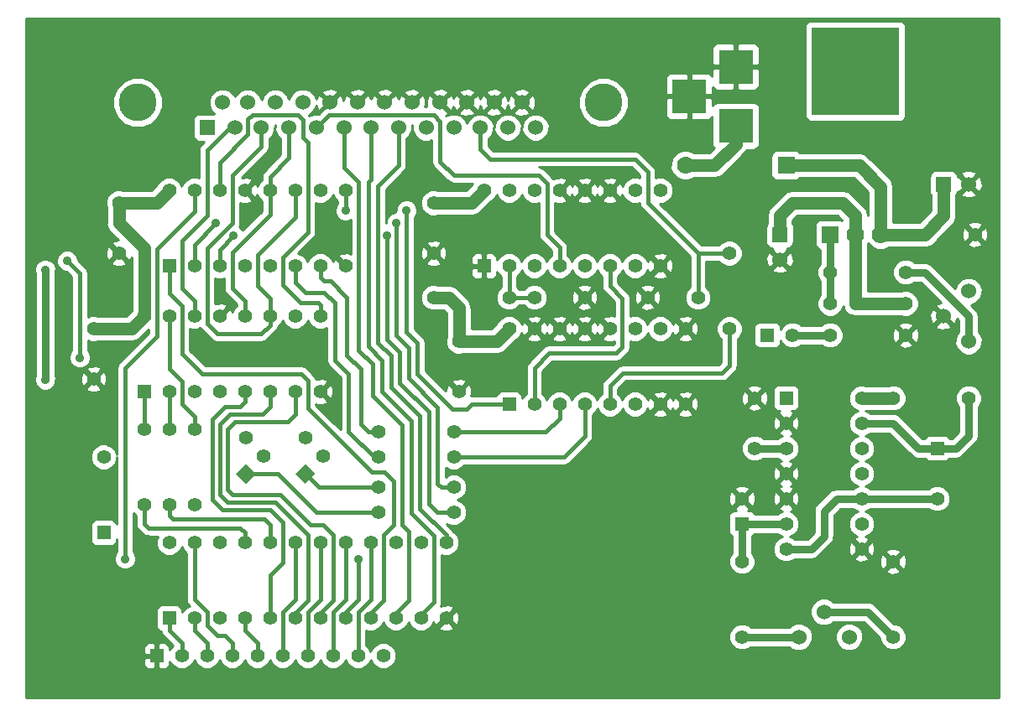
<source format=gbl>
G04 (created by PCBNEW (2013-07-07 BZR 4022)-stable) date 07/04/2015 00:57:36*
%MOIN*%
G04 Gerber Fmt 3.4, Leading zero omitted, Abs format*
%FSLAX34Y34*%
G01*
G70*
G90*
G04 APERTURE LIST*
%ADD10C,0.00590551*%
%ADD11R,0.055X0.055*%
%ADD12C,0.055*%
%ADD13R,0.07X0.07*%
%ADD14C,0.07*%
%ADD15R,0.35X0.35*%
%ADD16C,0.06*%
%ADD17C,0.15*%
%ADD18R,0.06X0.06*%
%ADD19R,0.1378X0.1378*%
%ADD20C,0.035*%
%ADD21C,0.015*%
%ADD22C,0.05*%
%ADD23C,0.03*%
%ADD24C,0.01*%
G04 APERTURE END LIST*
G54D10*
G54D11*
X96000Y-61750D03*
G54D12*
X96000Y-63750D03*
G54D13*
X91750Y-53250D03*
G54D14*
X93750Y-53250D03*
X92750Y-53250D03*
G54D15*
X92750Y-46750D03*
G54D16*
X97250Y-57500D03*
X96250Y-56500D03*
X97250Y-55500D03*
X90500Y-69250D03*
X91500Y-68250D03*
X92500Y-69250D03*
G54D12*
X64500Y-61000D03*
X64500Y-64000D03*
X73800Y-61100D03*
X76800Y-61100D03*
X73800Y-62100D03*
X76800Y-62100D03*
X65500Y-61000D03*
X65500Y-64000D03*
X87750Y-54000D03*
X87750Y-57000D03*
X66500Y-61000D03*
X66500Y-64000D03*
X73800Y-64300D03*
X76800Y-64300D03*
X73800Y-63300D03*
X76800Y-63300D03*
X94750Y-56000D03*
X91750Y-56000D03*
X91750Y-54750D03*
X94750Y-54750D03*
X94250Y-69250D03*
X94250Y-66250D03*
X88250Y-66250D03*
X88250Y-69250D03*
X91750Y-57250D03*
X94750Y-57250D03*
X76000Y-55750D03*
X79000Y-55750D03*
X94250Y-59750D03*
X97250Y-59750D03*
G54D11*
X89250Y-57250D03*
G54D12*
X90250Y-57250D03*
G54D11*
X65500Y-68500D03*
G54D12*
X66500Y-68500D03*
X67500Y-68500D03*
X68500Y-68500D03*
X69500Y-68500D03*
X70500Y-68500D03*
X71500Y-68500D03*
X72500Y-68500D03*
X73500Y-68500D03*
X74500Y-68500D03*
X75500Y-68500D03*
X76500Y-68500D03*
X76500Y-65500D03*
X75500Y-65500D03*
X74500Y-65500D03*
X73500Y-65500D03*
X72500Y-65500D03*
X71500Y-65500D03*
X70500Y-65500D03*
X69500Y-65500D03*
X68500Y-65500D03*
X67500Y-65500D03*
X66500Y-65500D03*
X65500Y-65500D03*
G54D11*
X79000Y-60000D03*
G54D12*
X80000Y-60000D03*
X81000Y-60000D03*
X82000Y-60000D03*
X83000Y-60000D03*
X84000Y-60000D03*
X85000Y-60000D03*
X86000Y-60000D03*
X86000Y-57000D03*
X85000Y-57000D03*
X84000Y-57000D03*
X83000Y-57000D03*
X82000Y-57000D03*
X81000Y-57000D03*
X80000Y-57000D03*
X79000Y-57000D03*
G54D11*
X65500Y-54500D03*
G54D12*
X66500Y-54500D03*
X67500Y-54500D03*
X68500Y-54500D03*
X69500Y-54500D03*
X70500Y-54500D03*
X71500Y-54500D03*
X72500Y-54500D03*
X72500Y-51500D03*
X71500Y-51500D03*
X70500Y-51500D03*
X69500Y-51500D03*
X68500Y-51500D03*
X67500Y-51500D03*
X66500Y-51500D03*
X65500Y-51500D03*
G54D11*
X64500Y-59500D03*
G54D12*
X65500Y-59500D03*
X66500Y-59500D03*
X67500Y-59500D03*
X68500Y-59500D03*
X69500Y-59500D03*
X70500Y-59500D03*
X71500Y-59500D03*
X71500Y-56500D03*
X70500Y-56500D03*
X69500Y-56500D03*
X68500Y-56500D03*
X67500Y-56500D03*
X66500Y-56500D03*
X65500Y-56500D03*
X64500Y-56500D03*
G54D11*
X78000Y-54500D03*
G54D12*
X79000Y-54500D03*
X80000Y-54500D03*
X81000Y-54500D03*
X82000Y-54500D03*
X83000Y-54500D03*
X84000Y-54500D03*
X85000Y-54500D03*
X85000Y-51500D03*
X84000Y-51500D03*
X83000Y-51500D03*
X82000Y-51500D03*
X81000Y-51500D03*
X80000Y-51500D03*
X79000Y-51500D03*
X78000Y-51500D03*
G54D11*
X90000Y-59750D03*
G54D12*
X90000Y-60750D03*
X90000Y-61750D03*
X90000Y-62750D03*
X90000Y-63750D03*
X90000Y-64750D03*
X90000Y-65750D03*
X93000Y-65750D03*
X93000Y-64750D03*
X93000Y-63750D03*
X93000Y-62750D03*
X93000Y-61750D03*
X93000Y-60750D03*
X93000Y-59750D03*
G54D17*
X82750Y-48000D03*
X64250Y-48000D03*
G54D18*
X67000Y-49000D03*
G54D16*
X68100Y-49000D03*
X69150Y-49000D03*
X70250Y-49000D03*
X71350Y-49000D03*
X72450Y-49000D03*
X73500Y-49000D03*
X74600Y-49000D03*
X75700Y-49000D03*
X76800Y-49000D03*
X77850Y-49000D03*
X78950Y-49000D03*
X80050Y-49000D03*
X67620Y-48000D03*
X68620Y-48000D03*
X69720Y-48000D03*
X70800Y-48000D03*
X71880Y-48000D03*
X72980Y-48000D03*
X74060Y-48000D03*
X75140Y-48000D03*
X76260Y-48000D03*
X77320Y-48000D03*
X78400Y-48000D03*
X79500Y-48000D03*
G54D11*
X62900Y-65100D03*
G54D12*
X62900Y-62100D03*
X88750Y-61750D03*
X88750Y-59750D03*
X95500Y-53250D03*
X97500Y-53250D03*
X82000Y-55750D03*
X80000Y-55750D03*
X86500Y-55750D03*
X84500Y-55750D03*
X77000Y-57500D03*
X77000Y-59500D03*
X76000Y-52000D03*
X76000Y-54000D03*
X63500Y-52000D03*
X63500Y-54000D03*
X62500Y-57000D03*
X62500Y-59000D03*
G54D18*
X89750Y-53250D03*
G54D16*
X89750Y-54250D03*
G54D18*
X96250Y-51250D03*
G54D16*
X97250Y-51250D03*
G54D11*
X88250Y-64750D03*
G54D12*
X88250Y-63750D03*
G54D11*
X65000Y-70000D03*
G54D12*
X66000Y-70000D03*
X67000Y-70000D03*
X68000Y-70000D03*
X69000Y-70000D03*
X70000Y-70000D03*
X71000Y-70000D03*
X72000Y-70000D03*
X73000Y-70000D03*
X74000Y-70000D03*
G54D14*
X86000Y-50500D03*
G54D13*
X90000Y-50500D03*
G54D19*
X88000Y-48941D03*
X88000Y-46579D03*
X86150Y-47760D03*
G54D10*
G36*
X70900Y-62368D02*
X71288Y-62757D01*
X70900Y-63146D01*
X70511Y-62757D01*
X70900Y-62368D01*
X70900Y-62368D01*
G37*
G54D12*
X71607Y-62050D03*
X70900Y-61342D03*
G54D10*
G36*
X68550Y-62368D02*
X68938Y-62757D01*
X68550Y-63146D01*
X68161Y-62757D01*
X68550Y-62368D01*
X68550Y-62368D01*
G37*
G54D12*
X69257Y-62050D03*
X68550Y-61342D03*
G54D20*
X61450Y-54300D03*
X61950Y-58150D03*
X63750Y-66150D03*
X73000Y-66150D03*
X74525Y-52800D03*
X67350Y-52800D03*
X74150Y-53300D03*
X68050Y-53300D03*
X72500Y-52300D03*
X74925Y-52300D03*
X60575Y-59025D03*
X60575Y-54650D03*
G54D21*
X66000Y-70000D02*
X66000Y-69500D01*
X66000Y-69500D02*
X65500Y-69000D01*
X65500Y-69000D02*
X65500Y-68500D01*
X61450Y-54300D02*
X61950Y-54800D01*
X61950Y-54800D02*
X61950Y-58150D01*
X67000Y-70000D02*
X67000Y-69500D01*
X66500Y-69000D02*
X66500Y-68500D01*
X67000Y-69500D02*
X66500Y-69000D01*
X69000Y-70000D02*
X69000Y-69500D01*
X69000Y-69500D02*
X68500Y-69000D01*
X68500Y-69000D02*
X68500Y-68500D01*
X68000Y-70000D02*
X68000Y-69500D01*
X68000Y-69500D02*
X67700Y-69200D01*
X67700Y-69200D02*
X67400Y-69200D01*
X67400Y-69200D02*
X67000Y-68800D01*
X67000Y-68800D02*
X67000Y-68250D01*
X67000Y-68250D02*
X66500Y-67750D01*
X66500Y-67750D02*
X66500Y-65500D01*
X70000Y-70000D02*
X70000Y-68250D01*
X70000Y-68250D02*
X70500Y-67750D01*
X70500Y-67750D02*
X70500Y-65500D01*
X71000Y-70000D02*
X71000Y-68250D01*
X71000Y-68250D02*
X71500Y-67750D01*
X71500Y-67750D02*
X71500Y-65500D01*
X72000Y-70000D02*
X72000Y-68250D01*
X72000Y-68250D02*
X72500Y-67750D01*
X72500Y-67750D02*
X72500Y-65500D01*
X73000Y-70000D02*
X73000Y-68250D01*
X73000Y-68250D02*
X73500Y-67750D01*
X73500Y-67750D02*
X73500Y-65500D01*
X68500Y-65500D02*
X68500Y-65100D01*
X68500Y-65100D02*
X68325Y-64925D01*
X68325Y-64925D02*
X64675Y-64925D01*
X64675Y-64925D02*
X64500Y-64750D01*
X64500Y-64750D02*
X64500Y-64000D01*
X69500Y-68500D02*
X69500Y-66800D01*
X69500Y-66800D02*
X70000Y-66300D01*
X70000Y-66300D02*
X70000Y-64700D01*
X70000Y-64700D02*
X69500Y-64200D01*
X69500Y-64200D02*
X67600Y-64200D01*
X67600Y-64200D02*
X67200Y-63800D01*
X67200Y-63800D02*
X67200Y-60600D01*
X67200Y-60600D02*
X67700Y-60100D01*
X67700Y-60100D02*
X68300Y-60100D01*
X68300Y-60100D02*
X68500Y-59900D01*
X68500Y-59900D02*
X68500Y-59500D01*
X71500Y-68500D02*
X71500Y-68300D01*
X71500Y-68300D02*
X72000Y-67800D01*
X72000Y-67800D02*
X72000Y-65200D01*
X72000Y-65200D02*
X71600Y-64800D01*
X71600Y-64800D02*
X71100Y-64800D01*
X71100Y-64800D02*
X69900Y-63600D01*
X69900Y-63600D02*
X68000Y-63600D01*
X68000Y-63600D02*
X67800Y-63400D01*
X67800Y-63400D02*
X67800Y-61000D01*
X67800Y-61000D02*
X68100Y-60700D01*
X68100Y-60700D02*
X70200Y-60700D01*
X70200Y-60700D02*
X70500Y-60400D01*
X70500Y-60400D02*
X70500Y-59500D01*
X66500Y-51500D02*
X66500Y-52325D01*
X66500Y-52325D02*
X65000Y-53825D01*
X65000Y-53825D02*
X65000Y-57300D01*
X65000Y-57300D02*
X63750Y-58550D01*
X63750Y-58550D02*
X63750Y-66150D01*
X73000Y-66150D02*
X73000Y-67750D01*
X73000Y-67750D02*
X72500Y-68250D01*
X72500Y-68250D02*
X72500Y-68500D01*
X81000Y-54500D02*
X81000Y-53775D01*
X71850Y-48500D02*
X71350Y-49000D01*
X76000Y-48500D02*
X71850Y-48500D01*
X76250Y-48750D02*
X76000Y-48500D01*
X76250Y-50350D02*
X76250Y-48750D01*
X76800Y-50900D02*
X76250Y-50350D01*
X80175Y-50900D02*
X76800Y-50900D01*
X80500Y-51225D02*
X80175Y-50900D01*
X80500Y-53275D02*
X80500Y-51225D01*
X81000Y-53775D02*
X80500Y-53275D01*
X74500Y-68500D02*
X74500Y-68375D01*
X72450Y-50600D02*
X72450Y-49000D01*
X73025Y-51175D02*
X72450Y-50600D01*
X73025Y-57850D02*
X73025Y-51175D01*
X73575Y-58400D02*
X73025Y-57850D01*
X73575Y-59650D02*
X73575Y-58400D01*
X74750Y-60825D02*
X73575Y-59650D01*
X74750Y-64800D02*
X74750Y-60825D01*
X75000Y-65050D02*
X74750Y-64800D01*
X75000Y-67800D02*
X75000Y-65050D01*
X74500Y-68300D02*
X75000Y-67800D01*
X75500Y-68500D02*
X75500Y-68350D01*
X73500Y-51075D02*
X73500Y-49000D01*
X73400Y-51175D02*
X73500Y-51075D01*
X73400Y-57700D02*
X73400Y-51175D01*
X73950Y-58250D02*
X73400Y-57700D01*
X73950Y-59500D02*
X73950Y-58250D01*
X75100Y-60650D02*
X73950Y-59500D01*
X75100Y-64325D02*
X75100Y-60650D01*
X76000Y-65225D02*
X75100Y-64325D01*
X76000Y-67850D02*
X76000Y-65225D01*
X75500Y-68350D02*
X76000Y-67850D01*
X76500Y-65500D02*
X76500Y-65200D01*
X74600Y-50500D02*
X74600Y-49000D01*
X73775Y-51325D02*
X74600Y-50500D01*
X73775Y-57550D02*
X73775Y-51325D01*
X74300Y-58075D02*
X73775Y-57550D01*
X74300Y-59325D02*
X74300Y-58075D01*
X75450Y-60475D02*
X74300Y-59325D01*
X75450Y-64150D02*
X75450Y-60475D01*
X76500Y-65200D02*
X75450Y-64150D01*
X73500Y-68500D02*
X73500Y-68300D01*
X73500Y-68300D02*
X74000Y-67800D01*
X74000Y-67800D02*
X74000Y-65200D01*
X74000Y-65200D02*
X74400Y-64800D01*
X74400Y-64800D02*
X74400Y-63050D01*
X74400Y-63050D02*
X74050Y-62700D01*
X74050Y-62700D02*
X73550Y-62700D01*
X73550Y-62700D02*
X71000Y-60155D01*
X71000Y-60155D02*
X71000Y-59050D01*
X71000Y-59050D02*
X70750Y-58800D01*
X70750Y-58800D02*
X66800Y-58800D01*
X66800Y-58800D02*
X66000Y-58000D01*
X66000Y-58000D02*
X66000Y-56100D01*
X66000Y-56100D02*
X65500Y-55600D01*
X65500Y-55600D02*
X65500Y-54500D01*
X76800Y-61100D02*
X80450Y-61100D01*
X81000Y-60550D02*
X81000Y-60000D01*
X80450Y-61100D02*
X81000Y-60550D01*
X73800Y-62100D02*
X73650Y-62100D01*
X70500Y-55150D02*
X70500Y-54500D01*
X70900Y-55550D02*
X70500Y-55150D01*
X71650Y-55550D02*
X70900Y-55550D01*
X72075Y-55975D02*
X71650Y-55550D01*
X72075Y-58250D02*
X72075Y-55975D01*
X72625Y-58800D02*
X72075Y-58250D01*
X72625Y-61080D02*
X72625Y-58800D01*
X73650Y-62100D02*
X72625Y-61080D01*
X76800Y-62100D02*
X81172Y-62100D01*
X82000Y-61275D02*
X82000Y-60000D01*
X81172Y-62100D02*
X82000Y-61275D01*
X80000Y-60000D02*
X80000Y-58560D01*
X83000Y-55295D02*
X83000Y-54500D01*
X83495Y-55790D02*
X83000Y-55295D01*
X83495Y-57725D02*
X83495Y-55790D01*
X83250Y-57970D02*
X83495Y-57725D01*
X80590Y-57970D02*
X83250Y-57970D01*
X80000Y-58560D02*
X80590Y-57970D01*
X69500Y-65500D02*
X69500Y-64800D01*
X69500Y-64800D02*
X69275Y-64575D01*
X69275Y-64575D02*
X65650Y-64575D01*
X65650Y-64575D02*
X65500Y-64425D01*
X65500Y-64425D02*
X65500Y-64000D01*
X73800Y-61100D02*
X73400Y-61100D01*
X71500Y-54950D02*
X71500Y-54450D01*
X71650Y-55100D02*
X71500Y-54950D01*
X71900Y-55100D02*
X71650Y-55100D01*
X72550Y-55750D02*
X71900Y-55100D01*
X72550Y-58050D02*
X72550Y-55750D01*
X73100Y-58600D02*
X72550Y-58050D01*
X73100Y-60800D02*
X73100Y-58600D01*
X73400Y-61100D02*
X73100Y-60800D01*
X86500Y-55750D02*
X86500Y-54000D01*
X77850Y-49000D02*
X77850Y-49850D01*
X86500Y-54000D02*
X87750Y-54000D01*
X84500Y-52000D02*
X86500Y-54000D01*
X84500Y-50750D02*
X84500Y-52000D01*
X84000Y-50250D02*
X84500Y-50750D01*
X78250Y-50250D02*
X84000Y-50250D01*
X77850Y-49850D02*
X78250Y-50250D01*
G54D22*
X86000Y-50500D02*
X87150Y-50500D01*
X87150Y-50500D02*
X88000Y-49650D01*
X88000Y-49650D02*
X88000Y-48941D01*
G54D21*
X65500Y-61000D02*
X65500Y-59500D01*
X66500Y-54500D02*
X66500Y-53650D01*
X76300Y-63300D02*
X76150Y-63150D01*
X76150Y-63150D02*
X76150Y-60125D01*
X76150Y-60125D02*
X75000Y-58975D01*
X75000Y-58975D02*
X75000Y-57750D01*
X75000Y-57750D02*
X74525Y-57275D01*
X74525Y-57275D02*
X74525Y-52800D01*
X76300Y-63300D02*
X76800Y-63300D01*
X66500Y-53650D02*
X67350Y-52800D01*
X68550Y-62757D02*
X69807Y-62757D01*
X69807Y-62757D02*
X71350Y-64300D01*
X71350Y-64300D02*
X73800Y-64300D01*
X76800Y-64300D02*
X76150Y-64300D01*
X67500Y-53850D02*
X68050Y-53300D01*
X67500Y-53850D02*
X67500Y-54500D01*
X74150Y-57425D02*
X74150Y-53300D01*
X74650Y-57925D02*
X74150Y-57425D01*
X74650Y-59150D02*
X74650Y-57925D01*
X75800Y-60300D02*
X74650Y-59150D01*
X75800Y-63950D02*
X75800Y-60300D01*
X76150Y-64300D02*
X75800Y-63950D01*
X70900Y-62757D02*
X70907Y-62757D01*
X70907Y-62757D02*
X71450Y-63300D01*
X71450Y-63300D02*
X73800Y-63300D01*
X64500Y-61000D02*
X64500Y-59500D01*
G54D23*
X96000Y-63750D02*
X93000Y-63750D01*
X93000Y-63750D02*
X92000Y-63750D01*
X91000Y-65750D02*
X90000Y-65750D01*
X91500Y-65250D02*
X91000Y-65750D01*
X91500Y-64250D02*
X91500Y-65250D01*
X92000Y-63750D02*
X91500Y-64250D01*
X91500Y-68250D02*
X93250Y-68250D01*
X93250Y-68250D02*
X94250Y-69250D01*
X96000Y-61750D02*
X95250Y-61750D01*
X94250Y-60750D02*
X93000Y-60750D01*
X95250Y-61750D02*
X94250Y-60750D01*
X97250Y-59750D02*
X97250Y-61250D01*
X96750Y-61750D02*
X96000Y-61750D01*
X97250Y-61250D02*
X96750Y-61750D01*
G54D21*
X79000Y-54500D02*
X79000Y-55750D01*
X79000Y-55750D02*
X80000Y-55750D01*
G54D23*
X88250Y-69250D02*
X90500Y-69250D01*
X88750Y-61750D02*
X90000Y-61750D01*
X91750Y-56000D02*
X91750Y-54750D01*
X91750Y-54750D02*
X91750Y-53250D01*
G54D21*
X66500Y-61000D02*
X66500Y-60500D01*
X66500Y-60500D02*
X66000Y-60000D01*
X66000Y-60000D02*
X66000Y-59100D01*
X66000Y-59100D02*
X65500Y-58600D01*
X65500Y-58600D02*
X65500Y-56500D01*
G54D23*
X97250Y-57500D02*
X97250Y-56500D01*
X95500Y-54750D02*
X94750Y-54750D01*
X97250Y-56500D02*
X95500Y-54750D01*
X90250Y-57250D02*
X91750Y-57250D01*
G54D22*
X90000Y-50500D02*
X92900Y-50500D01*
X93750Y-51350D02*
X93750Y-53250D01*
X92900Y-50500D02*
X93750Y-51350D01*
X93750Y-53250D02*
X95500Y-53250D01*
X95500Y-53250D02*
X96250Y-52500D01*
X96250Y-52500D02*
X96250Y-51250D01*
X93000Y-59750D02*
X94250Y-59750D01*
G54D21*
X70800Y-49400D02*
X70800Y-48700D01*
X71500Y-56050D02*
X71400Y-55950D01*
X71400Y-55950D02*
X70700Y-55950D01*
X70700Y-55950D02*
X70000Y-55250D01*
X70000Y-55250D02*
X70000Y-54150D01*
X70000Y-54150D02*
X71000Y-53150D01*
X71000Y-53150D02*
X71000Y-49600D01*
X71000Y-49600D02*
X70800Y-49400D01*
X71500Y-56500D02*
X71500Y-56050D01*
X67500Y-50400D02*
X67500Y-51500D01*
X68625Y-49275D02*
X67500Y-50400D01*
X68625Y-48675D02*
X68625Y-49275D01*
X68800Y-48500D02*
X68625Y-48675D01*
X70600Y-48500D02*
X68800Y-48500D01*
X70800Y-48700D02*
X70600Y-48500D01*
X69500Y-56500D02*
X69500Y-55800D01*
X70500Y-52550D02*
X70500Y-51500D01*
X69000Y-54050D02*
X70500Y-52550D01*
X69000Y-55300D02*
X69000Y-54050D01*
X69500Y-55800D02*
X69000Y-55300D01*
X69150Y-49000D02*
X69150Y-49750D01*
X69500Y-56850D02*
X69500Y-56500D01*
X69150Y-57200D02*
X69500Y-56850D01*
X67400Y-57200D02*
X69150Y-57200D01*
X67000Y-56800D02*
X67400Y-57200D01*
X67000Y-53800D02*
X67000Y-56800D01*
X68000Y-52800D02*
X67000Y-53800D01*
X68000Y-50900D02*
X68000Y-52800D01*
X69150Y-49750D02*
X68000Y-50900D01*
X83000Y-60000D02*
X83000Y-59250D01*
X87745Y-58455D02*
X87750Y-57000D01*
X87450Y-58750D02*
X87745Y-58455D01*
X83500Y-58750D02*
X87450Y-58750D01*
X83000Y-59250D02*
X83500Y-58750D01*
X68500Y-56500D02*
X68500Y-55900D01*
X69500Y-52450D02*
X69500Y-51500D01*
X68000Y-53950D02*
X69500Y-52450D01*
X68000Y-55400D02*
X68000Y-53950D01*
X68500Y-55900D02*
X68000Y-55400D01*
X69500Y-51500D02*
X69500Y-50950D01*
X70250Y-50200D02*
X70250Y-49000D01*
X69500Y-50950D02*
X70250Y-50200D01*
X74925Y-52300D02*
X74925Y-57125D01*
X72500Y-51500D02*
X72500Y-52300D01*
X77500Y-60000D02*
X79000Y-60000D01*
X77300Y-60200D02*
X77500Y-60000D01*
X76750Y-60200D02*
X77300Y-60200D01*
X75350Y-58800D02*
X76750Y-60200D01*
X75350Y-57550D02*
X75350Y-58800D01*
X74925Y-57125D02*
X75350Y-57550D01*
X67000Y-49950D02*
X67000Y-49900D01*
X67000Y-49900D02*
X68100Y-48800D01*
X68100Y-48800D02*
X68100Y-49000D01*
X66000Y-55400D02*
X66500Y-55900D01*
X66000Y-53500D02*
X66000Y-55400D01*
X67000Y-52500D02*
X66000Y-53500D01*
X67000Y-49950D02*
X67000Y-52500D01*
X66500Y-55900D02*
X66500Y-56500D01*
X70500Y-68500D02*
X70500Y-68300D01*
X70500Y-68300D02*
X71000Y-67800D01*
X71000Y-67800D02*
X71000Y-65200D01*
X71000Y-65200D02*
X69700Y-63900D01*
X69700Y-63900D02*
X67800Y-63900D01*
X67800Y-63900D02*
X67500Y-63600D01*
X67500Y-63600D02*
X67500Y-60800D01*
X67500Y-60800D02*
X67900Y-60400D01*
X67900Y-60400D02*
X69200Y-60400D01*
X69200Y-60400D02*
X69500Y-60100D01*
X69500Y-60100D02*
X69500Y-59500D01*
G54D22*
X77000Y-57500D02*
X77000Y-56150D01*
X76600Y-55750D02*
X76000Y-55750D01*
X77000Y-56150D02*
X76600Y-55750D01*
X64500Y-56500D02*
X64500Y-53800D01*
X63500Y-52800D02*
X63500Y-52000D01*
X64500Y-53800D02*
X63500Y-52800D01*
X92750Y-53250D02*
X92750Y-52500D01*
X92750Y-52500D02*
X92250Y-52000D01*
X92250Y-52000D02*
X90250Y-52000D01*
X90250Y-52000D02*
X89750Y-52500D01*
X89750Y-52500D02*
X89750Y-53250D01*
X94750Y-56000D02*
X92750Y-56000D01*
X92750Y-56000D02*
X92750Y-53250D01*
X76000Y-52000D02*
X77500Y-52000D01*
X77500Y-52000D02*
X78000Y-51500D01*
X77000Y-57500D02*
X78500Y-57500D01*
X78500Y-57500D02*
X79000Y-57000D01*
X62500Y-57000D02*
X64000Y-57000D01*
X64000Y-57000D02*
X64500Y-56500D01*
X63500Y-52000D02*
X65000Y-52000D01*
X65000Y-52000D02*
X65500Y-51500D01*
G54D23*
X60575Y-54650D02*
X60575Y-59025D01*
X88250Y-66250D02*
X88250Y-64750D01*
X88250Y-64750D02*
X90000Y-64750D01*
G54D10*
G36*
X68175Y-56082D02*
X68055Y-56202D01*
X68002Y-56328D01*
X67960Y-56227D01*
X67867Y-56202D01*
X67570Y-56500D01*
X67576Y-56505D01*
X67505Y-56576D01*
X67500Y-56570D01*
X67494Y-56576D01*
X67423Y-56505D01*
X67429Y-56500D01*
X67423Y-56494D01*
X67494Y-56423D01*
X67500Y-56429D01*
X67797Y-56132D01*
X67772Y-56039D01*
X67575Y-55970D01*
X67367Y-55981D01*
X67325Y-55998D01*
X67325Y-54995D01*
X67395Y-55024D01*
X67603Y-55025D01*
X67675Y-54995D01*
X67675Y-55400D01*
X67699Y-55524D01*
X67770Y-55629D01*
X68175Y-56034D01*
X68175Y-56082D01*
X68175Y-56082D01*
G37*
G54D24*
X68175Y-56082D02*
X68055Y-56202D01*
X68002Y-56328D01*
X67960Y-56227D01*
X67867Y-56202D01*
X67570Y-56500D01*
X67576Y-56505D01*
X67505Y-56576D01*
X67500Y-56570D01*
X67494Y-56576D01*
X67423Y-56505D01*
X67429Y-56500D01*
X67423Y-56494D01*
X67494Y-56423D01*
X67500Y-56429D01*
X67797Y-56132D01*
X67772Y-56039D01*
X67575Y-55970D01*
X67367Y-55981D01*
X67325Y-55998D01*
X67325Y-54995D01*
X67395Y-55024D01*
X67603Y-55025D01*
X67675Y-54995D01*
X67675Y-55400D01*
X67699Y-55524D01*
X67770Y-55629D01*
X68175Y-56034D01*
X68175Y-56082D01*
G54D10*
G36*
X69925Y-50065D02*
X69270Y-50720D01*
X69199Y-50825D01*
X69175Y-50950D01*
X69175Y-51082D01*
X69055Y-51202D01*
X69002Y-51328D01*
X68960Y-51227D01*
X68867Y-51202D01*
X68570Y-51500D01*
X68867Y-51797D01*
X68960Y-51772D01*
X68999Y-51662D01*
X69054Y-51797D01*
X69175Y-51917D01*
X69175Y-52315D01*
X68416Y-53073D01*
X68410Y-53059D01*
X68291Y-52939D01*
X68290Y-52939D01*
X68300Y-52924D01*
X68300Y-52924D01*
X68325Y-52800D01*
X68325Y-51994D01*
X68424Y-52029D01*
X68632Y-52018D01*
X68772Y-51960D01*
X68797Y-51867D01*
X68500Y-51570D01*
X68494Y-51576D01*
X68423Y-51505D01*
X68429Y-51500D01*
X68423Y-51494D01*
X68494Y-51423D01*
X68500Y-51429D01*
X68797Y-51132D01*
X68772Y-51039D01*
X68575Y-50970D01*
X68378Y-50980D01*
X69379Y-49979D01*
X69379Y-49979D01*
X69379Y-49979D01*
X69450Y-49874D01*
X69450Y-49874D01*
X69470Y-49774D01*
X69475Y-49750D01*
X69474Y-49750D01*
X69475Y-49750D01*
X69475Y-49452D01*
X69615Y-49311D01*
X69699Y-49109D01*
X69700Y-48891D01*
X69699Y-49108D01*
X69783Y-49311D01*
X69925Y-49452D01*
X69925Y-50065D01*
X69925Y-50065D01*
G37*
G54D24*
X69925Y-50065D02*
X69270Y-50720D01*
X69199Y-50825D01*
X69175Y-50950D01*
X69175Y-51082D01*
X69055Y-51202D01*
X69002Y-51328D01*
X68960Y-51227D01*
X68867Y-51202D01*
X68570Y-51500D01*
X68867Y-51797D01*
X68960Y-51772D01*
X68999Y-51662D01*
X69054Y-51797D01*
X69175Y-51917D01*
X69175Y-52315D01*
X68416Y-53073D01*
X68410Y-53059D01*
X68291Y-52939D01*
X68290Y-52939D01*
X68300Y-52924D01*
X68300Y-52924D01*
X68325Y-52800D01*
X68325Y-51994D01*
X68424Y-52029D01*
X68632Y-52018D01*
X68772Y-51960D01*
X68797Y-51867D01*
X68500Y-51570D01*
X68494Y-51576D01*
X68423Y-51505D01*
X68429Y-51500D01*
X68423Y-51494D01*
X68494Y-51423D01*
X68500Y-51429D01*
X68797Y-51132D01*
X68772Y-51039D01*
X68575Y-50970D01*
X68378Y-50980D01*
X69379Y-49979D01*
X69379Y-49979D01*
X69379Y-49979D01*
X69450Y-49874D01*
X69450Y-49874D01*
X69470Y-49774D01*
X69475Y-49750D01*
X69474Y-49750D01*
X69475Y-49750D01*
X69475Y-49452D01*
X69615Y-49311D01*
X69699Y-49109D01*
X69700Y-48891D01*
X69699Y-49108D01*
X69783Y-49311D01*
X69925Y-49452D01*
X69925Y-50065D01*
G54D10*
G36*
X72300Y-60991D02*
X72029Y-60722D01*
X72029Y-59575D01*
X72018Y-59367D01*
X71960Y-59227D01*
X71867Y-59202D01*
X71570Y-59500D01*
X71867Y-59797D01*
X71960Y-59772D01*
X72029Y-59575D01*
X72029Y-60722D01*
X71325Y-60020D01*
X71325Y-59994D01*
X71424Y-60029D01*
X71632Y-60018D01*
X71772Y-59960D01*
X71797Y-59867D01*
X71500Y-59570D01*
X71494Y-59576D01*
X71423Y-59505D01*
X71429Y-59500D01*
X71423Y-59494D01*
X71494Y-59423D01*
X71500Y-59429D01*
X71797Y-59132D01*
X71772Y-59039D01*
X71575Y-58970D01*
X71367Y-58981D01*
X71315Y-59002D01*
X71315Y-59002D01*
X71300Y-58925D01*
X71300Y-58925D01*
X71229Y-58820D01*
X71229Y-58820D01*
X70979Y-58570D01*
X70874Y-58499D01*
X70750Y-58475D01*
X66934Y-58475D01*
X66325Y-57865D01*
X66325Y-56995D01*
X66395Y-57024D01*
X66603Y-57025D01*
X66731Y-56972D01*
X66770Y-57029D01*
X67170Y-57429D01*
X67170Y-57429D01*
X67275Y-57500D01*
X67275Y-57500D01*
X67375Y-57520D01*
X67399Y-57525D01*
X67399Y-57524D01*
X67400Y-57525D01*
X69150Y-57525D01*
X69274Y-57500D01*
X69274Y-57500D01*
X69379Y-57429D01*
X69729Y-57079D01*
X69729Y-57079D01*
X69729Y-57079D01*
X69800Y-56974D01*
X69800Y-56974D01*
X69808Y-56934D01*
X69808Y-56934D01*
X69944Y-56797D01*
X70000Y-56664D01*
X70054Y-56797D01*
X70202Y-56944D01*
X70395Y-57024D01*
X70603Y-57025D01*
X70797Y-56945D01*
X70944Y-56797D01*
X71000Y-56664D01*
X71054Y-56797D01*
X71202Y-56944D01*
X71395Y-57024D01*
X71603Y-57025D01*
X71750Y-56964D01*
X71750Y-58250D01*
X71774Y-58374D01*
X71845Y-58479D01*
X72300Y-58934D01*
X72300Y-60991D01*
X72300Y-60991D01*
G37*
G54D24*
X72300Y-60991D02*
X72029Y-60722D01*
X72029Y-59575D01*
X72018Y-59367D01*
X71960Y-59227D01*
X71867Y-59202D01*
X71570Y-59500D01*
X71867Y-59797D01*
X71960Y-59772D01*
X72029Y-59575D01*
X72029Y-60722D01*
X71325Y-60020D01*
X71325Y-59994D01*
X71424Y-60029D01*
X71632Y-60018D01*
X71772Y-59960D01*
X71797Y-59867D01*
X71500Y-59570D01*
X71494Y-59576D01*
X71423Y-59505D01*
X71429Y-59500D01*
X71423Y-59494D01*
X71494Y-59423D01*
X71500Y-59429D01*
X71797Y-59132D01*
X71772Y-59039D01*
X71575Y-58970D01*
X71367Y-58981D01*
X71315Y-59002D01*
X71315Y-59002D01*
X71300Y-58925D01*
X71300Y-58925D01*
X71229Y-58820D01*
X71229Y-58820D01*
X70979Y-58570D01*
X70874Y-58499D01*
X70750Y-58475D01*
X66934Y-58475D01*
X66325Y-57865D01*
X66325Y-56995D01*
X66395Y-57024D01*
X66603Y-57025D01*
X66731Y-56972D01*
X66770Y-57029D01*
X67170Y-57429D01*
X67170Y-57429D01*
X67275Y-57500D01*
X67275Y-57500D01*
X67375Y-57520D01*
X67399Y-57525D01*
X67399Y-57524D01*
X67400Y-57525D01*
X69150Y-57525D01*
X69274Y-57500D01*
X69274Y-57500D01*
X69379Y-57429D01*
X69729Y-57079D01*
X69729Y-57079D01*
X69729Y-57079D01*
X69800Y-56974D01*
X69800Y-56974D01*
X69808Y-56934D01*
X69808Y-56934D01*
X69944Y-56797D01*
X70000Y-56664D01*
X70054Y-56797D01*
X70202Y-56944D01*
X70395Y-57024D01*
X70603Y-57025D01*
X70797Y-56945D01*
X70944Y-56797D01*
X71000Y-56664D01*
X71054Y-56797D01*
X71202Y-56944D01*
X71395Y-57024D01*
X71603Y-57025D01*
X71750Y-56964D01*
X71750Y-58250D01*
X71774Y-58374D01*
X71845Y-58479D01*
X72300Y-58934D01*
X72300Y-60991D01*
G54D10*
G36*
X72700Y-54013D02*
X72575Y-53970D01*
X72367Y-53981D01*
X72227Y-54039D01*
X72202Y-54132D01*
X72500Y-54429D01*
X72505Y-54423D01*
X72576Y-54494D01*
X72570Y-54500D01*
X72576Y-54505D01*
X72505Y-54576D01*
X72500Y-54570D01*
X72494Y-54576D01*
X72423Y-54505D01*
X72429Y-54500D01*
X72132Y-54202D01*
X72039Y-54227D01*
X72000Y-54337D01*
X71945Y-54203D01*
X71797Y-54055D01*
X71604Y-53975D01*
X71396Y-53974D01*
X71203Y-54054D01*
X71055Y-54202D01*
X70999Y-54335D01*
X70945Y-54203D01*
X70797Y-54055D01*
X70625Y-53983D01*
X71229Y-53379D01*
X71229Y-53379D01*
X71229Y-53379D01*
X71300Y-53274D01*
X71300Y-53274D01*
X71325Y-53150D01*
X71325Y-51995D01*
X71395Y-52024D01*
X71603Y-52025D01*
X71797Y-51945D01*
X71944Y-51797D01*
X72000Y-51664D01*
X72054Y-51797D01*
X72175Y-51917D01*
X72175Y-52023D01*
X72139Y-52058D01*
X72075Y-52215D01*
X72074Y-52384D01*
X72139Y-52540D01*
X72258Y-52660D01*
X72415Y-52724D01*
X72584Y-52725D01*
X72700Y-52677D01*
X72700Y-54013D01*
X72700Y-54013D01*
G37*
G54D24*
X72700Y-54013D02*
X72575Y-53970D01*
X72367Y-53981D01*
X72227Y-54039D01*
X72202Y-54132D01*
X72500Y-54429D01*
X72505Y-54423D01*
X72576Y-54494D01*
X72570Y-54500D01*
X72576Y-54505D01*
X72505Y-54576D01*
X72500Y-54570D01*
X72494Y-54576D01*
X72423Y-54505D01*
X72429Y-54500D01*
X72132Y-54202D01*
X72039Y-54227D01*
X72000Y-54337D01*
X71945Y-54203D01*
X71797Y-54055D01*
X71604Y-53975D01*
X71396Y-53974D01*
X71203Y-54054D01*
X71055Y-54202D01*
X70999Y-54335D01*
X70945Y-54203D01*
X70797Y-54055D01*
X70625Y-53983D01*
X71229Y-53379D01*
X71229Y-53379D01*
X71229Y-53379D01*
X71300Y-53274D01*
X71300Y-53274D01*
X71325Y-53150D01*
X71325Y-51995D01*
X71395Y-52024D01*
X71603Y-52025D01*
X71797Y-51945D01*
X71944Y-51797D01*
X72000Y-51664D01*
X72054Y-51797D01*
X72175Y-51917D01*
X72175Y-52023D01*
X72139Y-52058D01*
X72075Y-52215D01*
X72074Y-52384D01*
X72139Y-52540D01*
X72258Y-52660D01*
X72415Y-52724D01*
X72584Y-52725D01*
X72700Y-52677D01*
X72700Y-54013D01*
G54D10*
G36*
X83170Y-57590D02*
X83115Y-57645D01*
X82297Y-57645D01*
X82297Y-57367D01*
X82000Y-57070D01*
X81929Y-57141D01*
X81929Y-57000D01*
X81632Y-56702D01*
X81539Y-56727D01*
X81503Y-56830D01*
X81460Y-56727D01*
X81367Y-56702D01*
X81297Y-56773D01*
X81297Y-56632D01*
X81272Y-56539D01*
X81075Y-56470D01*
X80867Y-56481D01*
X80727Y-56539D01*
X80702Y-56632D01*
X81000Y-56929D01*
X81297Y-56632D01*
X81297Y-56773D01*
X81070Y-57000D01*
X81367Y-57297D01*
X81460Y-57272D01*
X81496Y-57169D01*
X81539Y-57272D01*
X81632Y-57297D01*
X81929Y-57000D01*
X81929Y-57141D01*
X81702Y-57367D01*
X81727Y-57460D01*
X81924Y-57529D01*
X82132Y-57518D01*
X82272Y-57460D01*
X82297Y-57367D01*
X82297Y-57645D01*
X81297Y-57645D01*
X81297Y-57367D01*
X81000Y-57070D01*
X80929Y-57141D01*
X80929Y-57000D01*
X80632Y-56702D01*
X80539Y-56727D01*
X80503Y-56830D01*
X80460Y-56727D01*
X80367Y-56702D01*
X80297Y-56773D01*
X80297Y-56632D01*
X80272Y-56539D01*
X80075Y-56470D01*
X79867Y-56481D01*
X79727Y-56539D01*
X79702Y-56632D01*
X80000Y-56929D01*
X80297Y-56632D01*
X80297Y-56773D01*
X80070Y-57000D01*
X80367Y-57297D01*
X80460Y-57272D01*
X80496Y-57169D01*
X80539Y-57272D01*
X80632Y-57297D01*
X80929Y-57000D01*
X80929Y-57141D01*
X80702Y-57367D01*
X80727Y-57460D01*
X80924Y-57529D01*
X81132Y-57518D01*
X81272Y-57460D01*
X81297Y-57367D01*
X81297Y-57645D01*
X80590Y-57645D01*
X80465Y-57669D01*
X80360Y-57740D01*
X80360Y-57740D01*
X80297Y-57803D01*
X80297Y-57367D01*
X80000Y-57070D01*
X79929Y-57141D01*
X79929Y-57000D01*
X79632Y-56702D01*
X79539Y-56727D01*
X79500Y-56837D01*
X79445Y-56703D01*
X79297Y-56555D01*
X79104Y-56475D01*
X78896Y-56474D01*
X78703Y-56554D01*
X78555Y-56702D01*
X78529Y-56762D01*
X78292Y-57000D01*
X77950Y-57000D01*
X77950Y-54962D01*
X77950Y-54550D01*
X77950Y-54450D01*
X77950Y-54037D01*
X77887Y-53975D01*
X77675Y-53974D01*
X77583Y-54012D01*
X77513Y-54083D01*
X77475Y-54175D01*
X77474Y-54274D01*
X77475Y-54387D01*
X77537Y-54450D01*
X77950Y-54450D01*
X77950Y-54550D01*
X77537Y-54550D01*
X77475Y-54612D01*
X77474Y-54725D01*
X77475Y-54824D01*
X77513Y-54916D01*
X77583Y-54987D01*
X77675Y-55025D01*
X77887Y-55025D01*
X77950Y-54962D01*
X77950Y-57000D01*
X77500Y-57000D01*
X77500Y-56150D01*
X77499Y-56149D01*
X77500Y-56149D01*
X77492Y-56111D01*
X77461Y-55958D01*
X77461Y-55958D01*
X77353Y-55796D01*
X77353Y-55796D01*
X76953Y-55396D01*
X76791Y-55288D01*
X76600Y-55249D01*
X76599Y-55250D01*
X76529Y-55250D01*
X76529Y-54075D01*
X76518Y-53867D01*
X76460Y-53727D01*
X76367Y-53702D01*
X76297Y-53773D01*
X76297Y-53632D01*
X76272Y-53539D01*
X76075Y-53470D01*
X75867Y-53481D01*
X75727Y-53539D01*
X75702Y-53632D01*
X76000Y-53929D01*
X76297Y-53632D01*
X76297Y-53773D01*
X76070Y-54000D01*
X76367Y-54297D01*
X76460Y-54272D01*
X76529Y-54075D01*
X76529Y-55250D01*
X76297Y-55250D01*
X76297Y-54367D01*
X76000Y-54070D01*
X75929Y-54141D01*
X75929Y-54000D01*
X75632Y-53702D01*
X75539Y-53727D01*
X75470Y-53924D01*
X75481Y-54132D01*
X75539Y-54272D01*
X75632Y-54297D01*
X75929Y-54000D01*
X75929Y-54141D01*
X75702Y-54367D01*
X75727Y-54460D01*
X75924Y-54529D01*
X76132Y-54518D01*
X76272Y-54460D01*
X76297Y-54367D01*
X76297Y-55250D01*
X76164Y-55250D01*
X76104Y-55225D01*
X75896Y-55224D01*
X75703Y-55304D01*
X75555Y-55452D01*
X75475Y-55645D01*
X75474Y-55853D01*
X75554Y-56047D01*
X75702Y-56194D01*
X75895Y-56274D01*
X76103Y-56275D01*
X76164Y-56250D01*
X76392Y-56250D01*
X76500Y-56357D01*
X76500Y-57335D01*
X76475Y-57395D01*
X76474Y-57603D01*
X76554Y-57797D01*
X76702Y-57944D01*
X76895Y-58024D01*
X77103Y-58025D01*
X77164Y-58000D01*
X78499Y-58000D01*
X78500Y-58000D01*
X78500Y-58000D01*
X78691Y-57961D01*
X78853Y-57853D01*
X79236Y-57470D01*
X79297Y-57445D01*
X79444Y-57297D01*
X79497Y-57171D01*
X79539Y-57272D01*
X79632Y-57297D01*
X79929Y-57000D01*
X79929Y-57141D01*
X79702Y-57367D01*
X79727Y-57460D01*
X79924Y-57529D01*
X80132Y-57518D01*
X80272Y-57460D01*
X80297Y-57367D01*
X80297Y-57803D01*
X79770Y-58330D01*
X79699Y-58435D01*
X79675Y-58560D01*
X79675Y-59582D01*
X79555Y-59702D01*
X79525Y-59774D01*
X79525Y-59675D01*
X79487Y-59583D01*
X79416Y-59513D01*
X79324Y-59475D01*
X79225Y-59474D01*
X78675Y-59474D01*
X78583Y-59512D01*
X78513Y-59583D01*
X78475Y-59675D01*
X77500Y-59675D01*
X77494Y-59676D01*
X77529Y-59575D01*
X77518Y-59367D01*
X77460Y-59227D01*
X77367Y-59202D01*
X77297Y-59273D01*
X77297Y-59132D01*
X77272Y-59039D01*
X77075Y-58970D01*
X76867Y-58981D01*
X76727Y-59039D01*
X76702Y-59132D01*
X77000Y-59429D01*
X77297Y-59132D01*
X77297Y-59273D01*
X77070Y-59500D01*
X77076Y-59505D01*
X77005Y-59576D01*
X77000Y-59570D01*
X76994Y-59576D01*
X76923Y-59505D01*
X76929Y-59500D01*
X76632Y-59202D01*
X76539Y-59227D01*
X76470Y-59424D01*
X76472Y-59462D01*
X75675Y-58665D01*
X75675Y-57550D01*
X75650Y-57425D01*
X75650Y-57425D01*
X75579Y-57320D01*
X75579Y-57320D01*
X75250Y-56990D01*
X75250Y-52576D01*
X75285Y-52541D01*
X75349Y-52384D01*
X75350Y-52215D01*
X75285Y-52059D01*
X75166Y-51939D01*
X75009Y-51875D01*
X74840Y-51874D01*
X74684Y-51939D01*
X74564Y-52058D01*
X74500Y-52215D01*
X74499Y-52374D01*
X74440Y-52374D01*
X74284Y-52439D01*
X74164Y-52558D01*
X74100Y-52715D01*
X74100Y-52799D01*
X74100Y-51459D01*
X74829Y-50729D01*
X74829Y-50729D01*
X74829Y-50729D01*
X74900Y-50624D01*
X74900Y-50624D01*
X74925Y-50500D01*
X74925Y-49452D01*
X75065Y-49311D01*
X75149Y-49109D01*
X75150Y-48891D01*
X75149Y-49108D01*
X75233Y-49311D01*
X75388Y-49465D01*
X75590Y-49549D01*
X75808Y-49550D01*
X75925Y-49502D01*
X75925Y-50350D01*
X75949Y-50474D01*
X76020Y-50579D01*
X76570Y-51129D01*
X76570Y-51129D01*
X76633Y-51172D01*
X76675Y-51200D01*
X76675Y-51200D01*
X76800Y-51225D01*
X77545Y-51225D01*
X77529Y-51262D01*
X77292Y-51500D01*
X76164Y-51500D01*
X76104Y-51475D01*
X75896Y-51474D01*
X75703Y-51554D01*
X75555Y-51702D01*
X75475Y-51895D01*
X75474Y-52103D01*
X75554Y-52297D01*
X75702Y-52444D01*
X75895Y-52524D01*
X76103Y-52525D01*
X76164Y-52500D01*
X77499Y-52500D01*
X77500Y-52500D01*
X77500Y-52500D01*
X77691Y-52461D01*
X77853Y-52353D01*
X78236Y-51970D01*
X78297Y-51945D01*
X78444Y-51797D01*
X78500Y-51664D01*
X78554Y-51797D01*
X78702Y-51944D01*
X78895Y-52024D01*
X79103Y-52025D01*
X79297Y-51945D01*
X79444Y-51797D01*
X79500Y-51664D01*
X79554Y-51797D01*
X79702Y-51944D01*
X79895Y-52024D01*
X80103Y-52025D01*
X80175Y-51995D01*
X80175Y-53275D01*
X80199Y-53399D01*
X80270Y-53504D01*
X80675Y-53909D01*
X80675Y-54082D01*
X80555Y-54202D01*
X80499Y-54335D01*
X80445Y-54203D01*
X80297Y-54055D01*
X80104Y-53975D01*
X79896Y-53974D01*
X79703Y-54054D01*
X79555Y-54202D01*
X79499Y-54335D01*
X79445Y-54203D01*
X79297Y-54055D01*
X79104Y-53975D01*
X78896Y-53974D01*
X78703Y-54054D01*
X78555Y-54202D01*
X78525Y-54274D01*
X78525Y-54274D01*
X78524Y-54175D01*
X78486Y-54083D01*
X78416Y-54012D01*
X78324Y-53974D01*
X78112Y-53975D01*
X78050Y-54037D01*
X78050Y-54450D01*
X78057Y-54450D01*
X78057Y-54550D01*
X78050Y-54550D01*
X78050Y-54962D01*
X78112Y-55025D01*
X78324Y-55025D01*
X78416Y-54987D01*
X78486Y-54916D01*
X78524Y-54824D01*
X78525Y-54725D01*
X78525Y-54725D01*
X78554Y-54797D01*
X78675Y-54917D01*
X78675Y-55332D01*
X78555Y-55452D01*
X78475Y-55645D01*
X78474Y-55853D01*
X78554Y-56047D01*
X78702Y-56194D01*
X78895Y-56274D01*
X79103Y-56275D01*
X79297Y-56195D01*
X79417Y-56075D01*
X79582Y-56075D01*
X79702Y-56194D01*
X79895Y-56274D01*
X80103Y-56275D01*
X80297Y-56195D01*
X80444Y-56047D01*
X80524Y-55854D01*
X80525Y-55646D01*
X80445Y-55453D01*
X80297Y-55305D01*
X80104Y-55225D01*
X79896Y-55224D01*
X79703Y-55304D01*
X79582Y-55425D01*
X79417Y-55425D01*
X79325Y-55332D01*
X79325Y-54917D01*
X79444Y-54797D01*
X79500Y-54664D01*
X79554Y-54797D01*
X79702Y-54944D01*
X79895Y-55024D01*
X80103Y-55025D01*
X80297Y-54945D01*
X80444Y-54797D01*
X80500Y-54664D01*
X80554Y-54797D01*
X80702Y-54944D01*
X80895Y-55024D01*
X81103Y-55025D01*
X81297Y-54945D01*
X81444Y-54797D01*
X81500Y-54664D01*
X81554Y-54797D01*
X81702Y-54944D01*
X81895Y-55024D01*
X82103Y-55025D01*
X82297Y-54945D01*
X82444Y-54797D01*
X82500Y-54664D01*
X82554Y-54797D01*
X82675Y-54917D01*
X82675Y-55295D01*
X82699Y-55419D01*
X82770Y-55524D01*
X83170Y-55924D01*
X83170Y-56503D01*
X83075Y-56470D01*
X82867Y-56481D01*
X82727Y-56539D01*
X82702Y-56632D01*
X83000Y-56929D01*
X83005Y-56923D01*
X83076Y-56994D01*
X83070Y-57000D01*
X83076Y-57005D01*
X83005Y-57076D01*
X83000Y-57070D01*
X82929Y-57141D01*
X82929Y-57000D01*
X82632Y-56702D01*
X82539Y-56727D01*
X82529Y-56754D01*
X82529Y-55825D01*
X82518Y-55617D01*
X82460Y-55477D01*
X82367Y-55452D01*
X82297Y-55523D01*
X82297Y-55382D01*
X82272Y-55289D01*
X82075Y-55220D01*
X81867Y-55231D01*
X81727Y-55289D01*
X81702Y-55382D01*
X82000Y-55679D01*
X82297Y-55382D01*
X82297Y-55523D01*
X82070Y-55750D01*
X82367Y-56047D01*
X82460Y-56022D01*
X82529Y-55825D01*
X82529Y-56754D01*
X82503Y-56830D01*
X82460Y-56727D01*
X82367Y-56702D01*
X82297Y-56773D01*
X82297Y-56632D01*
X82297Y-56117D01*
X82000Y-55820D01*
X81929Y-55891D01*
X81929Y-55750D01*
X81632Y-55452D01*
X81539Y-55477D01*
X81470Y-55674D01*
X81481Y-55882D01*
X81539Y-56022D01*
X81632Y-56047D01*
X81929Y-55750D01*
X81929Y-55891D01*
X81702Y-56117D01*
X81727Y-56210D01*
X81924Y-56279D01*
X82132Y-56268D01*
X82272Y-56210D01*
X82297Y-56117D01*
X82297Y-56632D01*
X82272Y-56539D01*
X82075Y-56470D01*
X81867Y-56481D01*
X81727Y-56539D01*
X81702Y-56632D01*
X82000Y-56929D01*
X82297Y-56632D01*
X82297Y-56773D01*
X82070Y-57000D01*
X82367Y-57297D01*
X82460Y-57272D01*
X82496Y-57169D01*
X82539Y-57272D01*
X82632Y-57297D01*
X82929Y-57000D01*
X82929Y-57141D01*
X82702Y-57367D01*
X82727Y-57460D01*
X82924Y-57529D01*
X83132Y-57518D01*
X83170Y-57503D01*
X83170Y-57590D01*
X83170Y-57590D01*
G37*
G54D24*
X83170Y-57590D02*
X83115Y-57645D01*
X82297Y-57645D01*
X82297Y-57367D01*
X82000Y-57070D01*
X81929Y-57141D01*
X81929Y-57000D01*
X81632Y-56702D01*
X81539Y-56727D01*
X81503Y-56830D01*
X81460Y-56727D01*
X81367Y-56702D01*
X81297Y-56773D01*
X81297Y-56632D01*
X81272Y-56539D01*
X81075Y-56470D01*
X80867Y-56481D01*
X80727Y-56539D01*
X80702Y-56632D01*
X81000Y-56929D01*
X81297Y-56632D01*
X81297Y-56773D01*
X81070Y-57000D01*
X81367Y-57297D01*
X81460Y-57272D01*
X81496Y-57169D01*
X81539Y-57272D01*
X81632Y-57297D01*
X81929Y-57000D01*
X81929Y-57141D01*
X81702Y-57367D01*
X81727Y-57460D01*
X81924Y-57529D01*
X82132Y-57518D01*
X82272Y-57460D01*
X82297Y-57367D01*
X82297Y-57645D01*
X81297Y-57645D01*
X81297Y-57367D01*
X81000Y-57070D01*
X80929Y-57141D01*
X80929Y-57000D01*
X80632Y-56702D01*
X80539Y-56727D01*
X80503Y-56830D01*
X80460Y-56727D01*
X80367Y-56702D01*
X80297Y-56773D01*
X80297Y-56632D01*
X80272Y-56539D01*
X80075Y-56470D01*
X79867Y-56481D01*
X79727Y-56539D01*
X79702Y-56632D01*
X80000Y-56929D01*
X80297Y-56632D01*
X80297Y-56773D01*
X80070Y-57000D01*
X80367Y-57297D01*
X80460Y-57272D01*
X80496Y-57169D01*
X80539Y-57272D01*
X80632Y-57297D01*
X80929Y-57000D01*
X80929Y-57141D01*
X80702Y-57367D01*
X80727Y-57460D01*
X80924Y-57529D01*
X81132Y-57518D01*
X81272Y-57460D01*
X81297Y-57367D01*
X81297Y-57645D01*
X80590Y-57645D01*
X80465Y-57669D01*
X80360Y-57740D01*
X80360Y-57740D01*
X80297Y-57803D01*
X80297Y-57367D01*
X80000Y-57070D01*
X79929Y-57141D01*
X79929Y-57000D01*
X79632Y-56702D01*
X79539Y-56727D01*
X79500Y-56837D01*
X79445Y-56703D01*
X79297Y-56555D01*
X79104Y-56475D01*
X78896Y-56474D01*
X78703Y-56554D01*
X78555Y-56702D01*
X78529Y-56762D01*
X78292Y-57000D01*
X77950Y-57000D01*
X77950Y-54962D01*
X77950Y-54550D01*
X77950Y-54450D01*
X77950Y-54037D01*
X77887Y-53975D01*
X77675Y-53974D01*
X77583Y-54012D01*
X77513Y-54083D01*
X77475Y-54175D01*
X77474Y-54274D01*
X77475Y-54387D01*
X77537Y-54450D01*
X77950Y-54450D01*
X77950Y-54550D01*
X77537Y-54550D01*
X77475Y-54612D01*
X77474Y-54725D01*
X77475Y-54824D01*
X77513Y-54916D01*
X77583Y-54987D01*
X77675Y-55025D01*
X77887Y-55025D01*
X77950Y-54962D01*
X77950Y-57000D01*
X77500Y-57000D01*
X77500Y-56150D01*
X77499Y-56149D01*
X77500Y-56149D01*
X77492Y-56111D01*
X77461Y-55958D01*
X77461Y-55958D01*
X77353Y-55796D01*
X77353Y-55796D01*
X76953Y-55396D01*
X76791Y-55288D01*
X76600Y-55249D01*
X76599Y-55250D01*
X76529Y-55250D01*
X76529Y-54075D01*
X76518Y-53867D01*
X76460Y-53727D01*
X76367Y-53702D01*
X76297Y-53773D01*
X76297Y-53632D01*
X76272Y-53539D01*
X76075Y-53470D01*
X75867Y-53481D01*
X75727Y-53539D01*
X75702Y-53632D01*
X76000Y-53929D01*
X76297Y-53632D01*
X76297Y-53773D01*
X76070Y-54000D01*
X76367Y-54297D01*
X76460Y-54272D01*
X76529Y-54075D01*
X76529Y-55250D01*
X76297Y-55250D01*
X76297Y-54367D01*
X76000Y-54070D01*
X75929Y-54141D01*
X75929Y-54000D01*
X75632Y-53702D01*
X75539Y-53727D01*
X75470Y-53924D01*
X75481Y-54132D01*
X75539Y-54272D01*
X75632Y-54297D01*
X75929Y-54000D01*
X75929Y-54141D01*
X75702Y-54367D01*
X75727Y-54460D01*
X75924Y-54529D01*
X76132Y-54518D01*
X76272Y-54460D01*
X76297Y-54367D01*
X76297Y-55250D01*
X76164Y-55250D01*
X76104Y-55225D01*
X75896Y-55224D01*
X75703Y-55304D01*
X75555Y-55452D01*
X75475Y-55645D01*
X75474Y-55853D01*
X75554Y-56047D01*
X75702Y-56194D01*
X75895Y-56274D01*
X76103Y-56275D01*
X76164Y-56250D01*
X76392Y-56250D01*
X76500Y-56357D01*
X76500Y-57335D01*
X76475Y-57395D01*
X76474Y-57603D01*
X76554Y-57797D01*
X76702Y-57944D01*
X76895Y-58024D01*
X77103Y-58025D01*
X77164Y-58000D01*
X78499Y-58000D01*
X78500Y-58000D01*
X78500Y-58000D01*
X78691Y-57961D01*
X78853Y-57853D01*
X79236Y-57470D01*
X79297Y-57445D01*
X79444Y-57297D01*
X79497Y-57171D01*
X79539Y-57272D01*
X79632Y-57297D01*
X79929Y-57000D01*
X79929Y-57141D01*
X79702Y-57367D01*
X79727Y-57460D01*
X79924Y-57529D01*
X80132Y-57518D01*
X80272Y-57460D01*
X80297Y-57367D01*
X80297Y-57803D01*
X79770Y-58330D01*
X79699Y-58435D01*
X79675Y-58560D01*
X79675Y-59582D01*
X79555Y-59702D01*
X79525Y-59774D01*
X79525Y-59675D01*
X79487Y-59583D01*
X79416Y-59513D01*
X79324Y-59475D01*
X79225Y-59474D01*
X78675Y-59474D01*
X78583Y-59512D01*
X78513Y-59583D01*
X78475Y-59675D01*
X77500Y-59675D01*
X77494Y-59676D01*
X77529Y-59575D01*
X77518Y-59367D01*
X77460Y-59227D01*
X77367Y-59202D01*
X77297Y-59273D01*
X77297Y-59132D01*
X77272Y-59039D01*
X77075Y-58970D01*
X76867Y-58981D01*
X76727Y-59039D01*
X76702Y-59132D01*
X77000Y-59429D01*
X77297Y-59132D01*
X77297Y-59273D01*
X77070Y-59500D01*
X77076Y-59505D01*
X77005Y-59576D01*
X77000Y-59570D01*
X76994Y-59576D01*
X76923Y-59505D01*
X76929Y-59500D01*
X76632Y-59202D01*
X76539Y-59227D01*
X76470Y-59424D01*
X76472Y-59462D01*
X75675Y-58665D01*
X75675Y-57550D01*
X75650Y-57425D01*
X75650Y-57425D01*
X75579Y-57320D01*
X75579Y-57320D01*
X75250Y-56990D01*
X75250Y-52576D01*
X75285Y-52541D01*
X75349Y-52384D01*
X75350Y-52215D01*
X75285Y-52059D01*
X75166Y-51939D01*
X75009Y-51875D01*
X74840Y-51874D01*
X74684Y-51939D01*
X74564Y-52058D01*
X74500Y-52215D01*
X74499Y-52374D01*
X74440Y-52374D01*
X74284Y-52439D01*
X74164Y-52558D01*
X74100Y-52715D01*
X74100Y-52799D01*
X74100Y-51459D01*
X74829Y-50729D01*
X74829Y-50729D01*
X74829Y-50729D01*
X74900Y-50624D01*
X74900Y-50624D01*
X74925Y-50500D01*
X74925Y-49452D01*
X75065Y-49311D01*
X75149Y-49109D01*
X75150Y-48891D01*
X75149Y-49108D01*
X75233Y-49311D01*
X75388Y-49465D01*
X75590Y-49549D01*
X75808Y-49550D01*
X75925Y-49502D01*
X75925Y-50350D01*
X75949Y-50474D01*
X76020Y-50579D01*
X76570Y-51129D01*
X76570Y-51129D01*
X76633Y-51172D01*
X76675Y-51200D01*
X76675Y-51200D01*
X76800Y-51225D01*
X77545Y-51225D01*
X77529Y-51262D01*
X77292Y-51500D01*
X76164Y-51500D01*
X76104Y-51475D01*
X75896Y-51474D01*
X75703Y-51554D01*
X75555Y-51702D01*
X75475Y-51895D01*
X75474Y-52103D01*
X75554Y-52297D01*
X75702Y-52444D01*
X75895Y-52524D01*
X76103Y-52525D01*
X76164Y-52500D01*
X77499Y-52500D01*
X77500Y-52500D01*
X77500Y-52500D01*
X77691Y-52461D01*
X77853Y-52353D01*
X78236Y-51970D01*
X78297Y-51945D01*
X78444Y-51797D01*
X78500Y-51664D01*
X78554Y-51797D01*
X78702Y-51944D01*
X78895Y-52024D01*
X79103Y-52025D01*
X79297Y-51945D01*
X79444Y-51797D01*
X79500Y-51664D01*
X79554Y-51797D01*
X79702Y-51944D01*
X79895Y-52024D01*
X80103Y-52025D01*
X80175Y-51995D01*
X80175Y-53275D01*
X80199Y-53399D01*
X80270Y-53504D01*
X80675Y-53909D01*
X80675Y-54082D01*
X80555Y-54202D01*
X80499Y-54335D01*
X80445Y-54203D01*
X80297Y-54055D01*
X80104Y-53975D01*
X79896Y-53974D01*
X79703Y-54054D01*
X79555Y-54202D01*
X79499Y-54335D01*
X79445Y-54203D01*
X79297Y-54055D01*
X79104Y-53975D01*
X78896Y-53974D01*
X78703Y-54054D01*
X78555Y-54202D01*
X78525Y-54274D01*
X78525Y-54274D01*
X78524Y-54175D01*
X78486Y-54083D01*
X78416Y-54012D01*
X78324Y-53974D01*
X78112Y-53975D01*
X78050Y-54037D01*
X78050Y-54450D01*
X78057Y-54450D01*
X78057Y-54550D01*
X78050Y-54550D01*
X78050Y-54962D01*
X78112Y-55025D01*
X78324Y-55025D01*
X78416Y-54987D01*
X78486Y-54916D01*
X78524Y-54824D01*
X78525Y-54725D01*
X78525Y-54725D01*
X78554Y-54797D01*
X78675Y-54917D01*
X78675Y-55332D01*
X78555Y-55452D01*
X78475Y-55645D01*
X78474Y-55853D01*
X78554Y-56047D01*
X78702Y-56194D01*
X78895Y-56274D01*
X79103Y-56275D01*
X79297Y-56195D01*
X79417Y-56075D01*
X79582Y-56075D01*
X79702Y-56194D01*
X79895Y-56274D01*
X80103Y-56275D01*
X80297Y-56195D01*
X80444Y-56047D01*
X80524Y-55854D01*
X80525Y-55646D01*
X80445Y-55453D01*
X80297Y-55305D01*
X80104Y-55225D01*
X79896Y-55224D01*
X79703Y-55304D01*
X79582Y-55425D01*
X79417Y-55425D01*
X79325Y-55332D01*
X79325Y-54917D01*
X79444Y-54797D01*
X79500Y-54664D01*
X79554Y-54797D01*
X79702Y-54944D01*
X79895Y-55024D01*
X80103Y-55025D01*
X80297Y-54945D01*
X80444Y-54797D01*
X80500Y-54664D01*
X80554Y-54797D01*
X80702Y-54944D01*
X80895Y-55024D01*
X81103Y-55025D01*
X81297Y-54945D01*
X81444Y-54797D01*
X81500Y-54664D01*
X81554Y-54797D01*
X81702Y-54944D01*
X81895Y-55024D01*
X82103Y-55025D01*
X82297Y-54945D01*
X82444Y-54797D01*
X82500Y-54664D01*
X82554Y-54797D01*
X82675Y-54917D01*
X82675Y-55295D01*
X82699Y-55419D01*
X82770Y-55524D01*
X83170Y-55924D01*
X83170Y-56503D01*
X83075Y-56470D01*
X82867Y-56481D01*
X82727Y-56539D01*
X82702Y-56632D01*
X83000Y-56929D01*
X83005Y-56923D01*
X83076Y-56994D01*
X83070Y-57000D01*
X83076Y-57005D01*
X83005Y-57076D01*
X83000Y-57070D01*
X82929Y-57141D01*
X82929Y-57000D01*
X82632Y-56702D01*
X82539Y-56727D01*
X82529Y-56754D01*
X82529Y-55825D01*
X82518Y-55617D01*
X82460Y-55477D01*
X82367Y-55452D01*
X82297Y-55523D01*
X82297Y-55382D01*
X82272Y-55289D01*
X82075Y-55220D01*
X81867Y-55231D01*
X81727Y-55289D01*
X81702Y-55382D01*
X82000Y-55679D01*
X82297Y-55382D01*
X82297Y-55523D01*
X82070Y-55750D01*
X82367Y-56047D01*
X82460Y-56022D01*
X82529Y-55825D01*
X82529Y-56754D01*
X82503Y-56830D01*
X82460Y-56727D01*
X82367Y-56702D01*
X82297Y-56773D01*
X82297Y-56632D01*
X82297Y-56117D01*
X82000Y-55820D01*
X81929Y-55891D01*
X81929Y-55750D01*
X81632Y-55452D01*
X81539Y-55477D01*
X81470Y-55674D01*
X81481Y-55882D01*
X81539Y-56022D01*
X81632Y-56047D01*
X81929Y-55750D01*
X81929Y-55891D01*
X81702Y-56117D01*
X81727Y-56210D01*
X81924Y-56279D01*
X82132Y-56268D01*
X82272Y-56210D01*
X82297Y-56117D01*
X82297Y-56632D01*
X82272Y-56539D01*
X82075Y-56470D01*
X81867Y-56481D01*
X81727Y-56539D01*
X81702Y-56632D01*
X82000Y-56929D01*
X82297Y-56632D01*
X82297Y-56773D01*
X82070Y-57000D01*
X82367Y-57297D01*
X82460Y-57272D01*
X82496Y-57169D01*
X82539Y-57272D01*
X82632Y-57297D01*
X82929Y-57000D01*
X82929Y-57141D01*
X82702Y-57367D01*
X82727Y-57460D01*
X82924Y-57529D01*
X83132Y-57518D01*
X83170Y-57503D01*
X83170Y-57590D01*
G54D10*
G36*
X98435Y-71667D02*
X98029Y-71667D01*
X98029Y-53325D01*
X98018Y-53117D01*
X97960Y-52977D01*
X97867Y-52952D01*
X97804Y-53015D01*
X97804Y-51331D01*
X97793Y-51113D01*
X97731Y-50962D01*
X97635Y-50934D01*
X97565Y-51005D01*
X97565Y-50864D01*
X97537Y-50768D01*
X97331Y-50695D01*
X97113Y-50706D01*
X96962Y-50768D01*
X96934Y-50864D01*
X97250Y-51179D01*
X97565Y-50864D01*
X97565Y-51005D01*
X97320Y-51250D01*
X97635Y-51565D01*
X97731Y-51537D01*
X97804Y-51331D01*
X97804Y-53015D01*
X97797Y-53023D01*
X97797Y-52882D01*
X97772Y-52789D01*
X97575Y-52720D01*
X97565Y-52720D01*
X97565Y-51635D01*
X97250Y-51320D01*
X97179Y-51391D01*
X97179Y-51250D01*
X96864Y-50934D01*
X96800Y-50953D01*
X96800Y-50900D01*
X96762Y-50808D01*
X96691Y-50738D01*
X96599Y-50700D01*
X96500Y-50699D01*
X95900Y-50699D01*
X95808Y-50737D01*
X95738Y-50808D01*
X95700Y-50900D01*
X95699Y-50999D01*
X95699Y-51599D01*
X95737Y-51691D01*
X95750Y-51703D01*
X95750Y-52292D01*
X95292Y-52750D01*
X94750Y-52750D01*
X94750Y-48450D01*
X94750Y-44950D01*
X94712Y-44858D01*
X94641Y-44788D01*
X94549Y-44750D01*
X94450Y-44749D01*
X90950Y-44749D01*
X90858Y-44787D01*
X90788Y-44858D01*
X90750Y-44950D01*
X90749Y-45049D01*
X90749Y-48549D01*
X90787Y-48641D01*
X90858Y-48711D01*
X90950Y-48749D01*
X91049Y-48750D01*
X94549Y-48750D01*
X94641Y-48712D01*
X94711Y-48641D01*
X94749Y-48549D01*
X94750Y-48450D01*
X94750Y-52750D01*
X94250Y-52750D01*
X94250Y-51350D01*
X94211Y-51158D01*
X94103Y-50996D01*
X93253Y-50146D01*
X93091Y-50038D01*
X92900Y-49999D01*
X92899Y-50000D01*
X90553Y-50000D01*
X90491Y-49938D01*
X90399Y-49900D01*
X90300Y-49899D01*
X89600Y-49899D01*
X89508Y-49937D01*
X89438Y-50008D01*
X89400Y-50100D01*
X89399Y-50199D01*
X89399Y-50899D01*
X89437Y-50991D01*
X89508Y-51061D01*
X89600Y-51099D01*
X89699Y-51100D01*
X90399Y-51100D01*
X90491Y-51062D01*
X90553Y-51000D01*
X92692Y-51000D01*
X93250Y-51557D01*
X93250Y-52500D01*
X93211Y-52308D01*
X93103Y-52146D01*
X93103Y-52146D01*
X92603Y-51646D01*
X92441Y-51538D01*
X92250Y-51499D01*
X92249Y-51500D01*
X90250Y-51500D01*
X90058Y-51538D01*
X89896Y-51646D01*
X89896Y-51646D01*
X89396Y-52146D01*
X89288Y-52308D01*
X89249Y-52500D01*
X89250Y-52500D01*
X89250Y-52796D01*
X89238Y-52808D01*
X89200Y-52900D01*
X89199Y-52999D01*
X89199Y-53599D01*
X89237Y-53691D01*
X89308Y-53761D01*
X89400Y-53799D01*
X89453Y-53800D01*
X89434Y-53864D01*
X89750Y-54179D01*
X90065Y-53864D01*
X90046Y-53800D01*
X90099Y-53800D01*
X90191Y-53762D01*
X90261Y-53691D01*
X90299Y-53599D01*
X90300Y-53500D01*
X90300Y-52900D01*
X90262Y-52808D01*
X90250Y-52796D01*
X90250Y-52707D01*
X90457Y-52500D01*
X92042Y-52500D01*
X92223Y-52680D01*
X92149Y-52650D01*
X92050Y-52649D01*
X91350Y-52649D01*
X91258Y-52687D01*
X91188Y-52758D01*
X91150Y-52850D01*
X91149Y-52949D01*
X91149Y-53649D01*
X91187Y-53741D01*
X91258Y-53811D01*
X91350Y-53849D01*
X91350Y-54407D01*
X91305Y-54452D01*
X91225Y-54645D01*
X91224Y-54853D01*
X91304Y-55047D01*
X91350Y-55092D01*
X91350Y-55657D01*
X91305Y-55702D01*
X91225Y-55895D01*
X91224Y-56103D01*
X91304Y-56297D01*
X91452Y-56444D01*
X91645Y-56524D01*
X91853Y-56525D01*
X92047Y-56445D01*
X92194Y-56297D01*
X92272Y-56111D01*
X92288Y-56191D01*
X92396Y-56353D01*
X92558Y-56461D01*
X92750Y-56500D01*
X94585Y-56500D01*
X94645Y-56524D01*
X94853Y-56525D01*
X95047Y-56445D01*
X95194Y-56297D01*
X95274Y-56104D01*
X95275Y-55896D01*
X95195Y-55703D01*
X95047Y-55555D01*
X94854Y-55475D01*
X94646Y-55474D01*
X94585Y-55500D01*
X93250Y-55500D01*
X93250Y-53598D01*
X93250Y-53598D01*
X93409Y-53758D01*
X93630Y-53849D01*
X93868Y-53850D01*
X94089Y-53758D01*
X94098Y-53750D01*
X95335Y-53750D01*
X95395Y-53774D01*
X95603Y-53775D01*
X95797Y-53695D01*
X95944Y-53547D01*
X95970Y-53487D01*
X96603Y-52853D01*
X96603Y-52853D01*
X96603Y-52853D01*
X96711Y-52691D01*
X96711Y-52691D01*
X96742Y-52538D01*
X96750Y-52500D01*
X96749Y-52500D01*
X96750Y-52500D01*
X96750Y-51703D01*
X96761Y-51691D01*
X96799Y-51599D01*
X96800Y-51546D01*
X96864Y-51565D01*
X97179Y-51250D01*
X97179Y-51391D01*
X96934Y-51635D01*
X96962Y-51731D01*
X97168Y-51804D01*
X97386Y-51793D01*
X97537Y-51731D01*
X97565Y-51635D01*
X97565Y-52720D01*
X97367Y-52731D01*
X97227Y-52789D01*
X97202Y-52882D01*
X97500Y-53179D01*
X97797Y-52882D01*
X97797Y-53023D01*
X97570Y-53250D01*
X97867Y-53547D01*
X97960Y-53522D01*
X98029Y-53325D01*
X98029Y-71667D01*
X97800Y-71667D01*
X97800Y-57391D01*
X97716Y-57188D01*
X97650Y-57122D01*
X97650Y-56500D01*
X97619Y-56346D01*
X97619Y-56346D01*
X97590Y-56303D01*
X97532Y-56217D01*
X97532Y-56217D01*
X97363Y-56048D01*
X97561Y-55966D01*
X97715Y-55811D01*
X97799Y-55609D01*
X97800Y-55391D01*
X97797Y-55383D01*
X97797Y-53617D01*
X97500Y-53320D01*
X97429Y-53391D01*
X97429Y-53250D01*
X97132Y-52952D01*
X97039Y-52977D01*
X96970Y-53174D01*
X96981Y-53382D01*
X97039Y-53522D01*
X97132Y-53547D01*
X97429Y-53250D01*
X97429Y-53391D01*
X97202Y-53617D01*
X97227Y-53710D01*
X97424Y-53779D01*
X97632Y-53768D01*
X97772Y-53710D01*
X97797Y-53617D01*
X97797Y-55383D01*
X97716Y-55188D01*
X97561Y-55034D01*
X97359Y-54950D01*
X97141Y-54949D01*
X96938Y-55033D01*
X96784Y-55188D01*
X96701Y-55386D01*
X95782Y-54467D01*
X95653Y-54380D01*
X95627Y-54375D01*
X95500Y-54350D01*
X95092Y-54350D01*
X95047Y-54305D01*
X94854Y-54225D01*
X94646Y-54224D01*
X94453Y-54304D01*
X94305Y-54452D01*
X94225Y-54645D01*
X94224Y-54853D01*
X94304Y-55047D01*
X94452Y-55194D01*
X94645Y-55274D01*
X94853Y-55275D01*
X95047Y-55195D01*
X95092Y-55150D01*
X95334Y-55150D01*
X96139Y-55954D01*
X96113Y-55956D01*
X95962Y-56018D01*
X95934Y-56114D01*
X96250Y-56429D01*
X96255Y-56423D01*
X96326Y-56494D01*
X96320Y-56500D01*
X96635Y-56815D01*
X96731Y-56787D01*
X96794Y-56610D01*
X96850Y-56665D01*
X96850Y-57122D01*
X96784Y-57188D01*
X96700Y-57390D01*
X96699Y-57608D01*
X96783Y-57811D01*
X96938Y-57965D01*
X97140Y-58049D01*
X97358Y-58050D01*
X97561Y-57966D01*
X97715Y-57811D01*
X97799Y-57609D01*
X97800Y-57391D01*
X97800Y-71667D01*
X97775Y-71667D01*
X97775Y-59646D01*
X97695Y-59453D01*
X97547Y-59305D01*
X97354Y-59225D01*
X97146Y-59224D01*
X96953Y-59304D01*
X96805Y-59452D01*
X96725Y-59645D01*
X96724Y-59853D01*
X96804Y-60047D01*
X96850Y-60092D01*
X96850Y-61084D01*
X96584Y-61350D01*
X96565Y-61350D01*
X96565Y-56885D01*
X96250Y-56570D01*
X96179Y-56641D01*
X96179Y-56500D01*
X95864Y-56184D01*
X95768Y-56212D01*
X95695Y-56418D01*
X95706Y-56636D01*
X95768Y-56787D01*
X95864Y-56815D01*
X96179Y-56500D01*
X96179Y-56641D01*
X95934Y-56885D01*
X95962Y-56981D01*
X96168Y-57054D01*
X96386Y-57043D01*
X96537Y-56981D01*
X96565Y-56885D01*
X96565Y-61350D01*
X96493Y-61350D01*
X96487Y-61333D01*
X96416Y-61263D01*
X96324Y-61225D01*
X96225Y-61224D01*
X95675Y-61224D01*
X95583Y-61262D01*
X95513Y-61333D01*
X95506Y-61350D01*
X95415Y-61350D01*
X95279Y-61214D01*
X95279Y-57325D01*
X95268Y-57117D01*
X95210Y-56977D01*
X95117Y-56952D01*
X95047Y-57023D01*
X95047Y-56882D01*
X95022Y-56789D01*
X94825Y-56720D01*
X94617Y-56731D01*
X94477Y-56789D01*
X94452Y-56882D01*
X94750Y-57179D01*
X95047Y-56882D01*
X95047Y-57023D01*
X94820Y-57250D01*
X95117Y-57547D01*
X95210Y-57522D01*
X95279Y-57325D01*
X95279Y-61214D01*
X95047Y-60981D01*
X95047Y-57617D01*
X94750Y-57320D01*
X94679Y-57391D01*
X94679Y-57250D01*
X94382Y-56952D01*
X94289Y-56977D01*
X94220Y-57174D01*
X94231Y-57382D01*
X94289Y-57522D01*
X94382Y-57547D01*
X94679Y-57250D01*
X94679Y-57391D01*
X94452Y-57617D01*
X94477Y-57710D01*
X94674Y-57779D01*
X94882Y-57768D01*
X95022Y-57710D01*
X95047Y-57617D01*
X95047Y-60981D01*
X94532Y-60467D01*
X94403Y-60380D01*
X94377Y-60375D01*
X94250Y-60350D01*
X93342Y-60350D01*
X93297Y-60305D01*
X93164Y-60250D01*
X94085Y-60250D01*
X94145Y-60274D01*
X94353Y-60275D01*
X94547Y-60195D01*
X94694Y-60047D01*
X94774Y-59854D01*
X94775Y-59646D01*
X94695Y-59453D01*
X94547Y-59305D01*
X94354Y-59225D01*
X94146Y-59224D01*
X94085Y-59250D01*
X93164Y-59250D01*
X93104Y-59225D01*
X92896Y-59224D01*
X92703Y-59304D01*
X92555Y-59452D01*
X92475Y-59645D01*
X92474Y-59853D01*
X92554Y-60047D01*
X92702Y-60194D01*
X92835Y-60250D01*
X92703Y-60304D01*
X92555Y-60452D01*
X92475Y-60645D01*
X92474Y-60853D01*
X92554Y-61047D01*
X92702Y-61194D01*
X92835Y-61250D01*
X92703Y-61304D01*
X92555Y-61452D01*
X92475Y-61645D01*
X92474Y-61853D01*
X92554Y-62047D01*
X92702Y-62194D01*
X92835Y-62250D01*
X92703Y-62304D01*
X92555Y-62452D01*
X92475Y-62645D01*
X92474Y-62853D01*
X92554Y-63047D01*
X92702Y-63194D01*
X92835Y-63250D01*
X92703Y-63304D01*
X92657Y-63350D01*
X92275Y-63350D01*
X92275Y-57146D01*
X92195Y-56953D01*
X92047Y-56805D01*
X91854Y-56725D01*
X91646Y-56724D01*
X91453Y-56804D01*
X91407Y-56850D01*
X90592Y-56850D01*
X90547Y-56805D01*
X90354Y-56725D01*
X90304Y-56725D01*
X90304Y-54331D01*
X90293Y-54113D01*
X90231Y-53962D01*
X90135Y-53934D01*
X89820Y-54250D01*
X90135Y-54565D01*
X90231Y-54537D01*
X90304Y-54331D01*
X90304Y-56725D01*
X90146Y-56724D01*
X90065Y-56758D01*
X90065Y-54635D01*
X89750Y-54320D01*
X89679Y-54391D01*
X89679Y-54250D01*
X89364Y-53934D01*
X89268Y-53962D01*
X89195Y-54168D01*
X89206Y-54386D01*
X89268Y-54537D01*
X89364Y-54565D01*
X89679Y-54250D01*
X89679Y-54391D01*
X89434Y-54635D01*
X89462Y-54731D01*
X89668Y-54804D01*
X89886Y-54793D01*
X90037Y-54731D01*
X90065Y-54635D01*
X90065Y-56758D01*
X89953Y-56804D01*
X89805Y-56952D01*
X89775Y-57024D01*
X89775Y-56925D01*
X89737Y-56833D01*
X89666Y-56763D01*
X89574Y-56725D01*
X89475Y-56724D01*
X88939Y-56724D01*
X88939Y-49580D01*
X88939Y-48202D01*
X88939Y-47317D01*
X88939Y-45840D01*
X88901Y-45748D01*
X88830Y-45678D01*
X88738Y-45640D01*
X88639Y-45639D01*
X88112Y-45640D01*
X88050Y-45702D01*
X88050Y-46529D01*
X88876Y-46529D01*
X88939Y-46466D01*
X88939Y-45840D01*
X88939Y-47317D01*
X88939Y-46691D01*
X88876Y-46629D01*
X88050Y-46629D01*
X88050Y-47455D01*
X88112Y-47518D01*
X88639Y-47518D01*
X88738Y-47517D01*
X88830Y-47479D01*
X88901Y-47409D01*
X88939Y-47317D01*
X88939Y-48202D01*
X88901Y-48110D01*
X88830Y-48040D01*
X88738Y-48002D01*
X88639Y-48001D01*
X87950Y-48001D01*
X87950Y-47455D01*
X87950Y-46629D01*
X87950Y-46529D01*
X87950Y-45702D01*
X87887Y-45640D01*
X87360Y-45639D01*
X87261Y-45640D01*
X87169Y-45678D01*
X87098Y-45748D01*
X87060Y-45840D01*
X87061Y-46466D01*
X87123Y-46529D01*
X87950Y-46529D01*
X87950Y-46629D01*
X87123Y-46629D01*
X87061Y-46691D01*
X87060Y-46953D01*
X87051Y-46929D01*
X86980Y-46859D01*
X86888Y-46821D01*
X86789Y-46820D01*
X86262Y-46821D01*
X86200Y-46883D01*
X86200Y-47710D01*
X87026Y-47710D01*
X87089Y-47647D01*
X87089Y-47385D01*
X87098Y-47409D01*
X87169Y-47479D01*
X87261Y-47517D01*
X87360Y-47518D01*
X87887Y-47518D01*
X87950Y-47455D01*
X87950Y-48001D01*
X87261Y-48001D01*
X87169Y-48039D01*
X87099Y-48110D01*
X87089Y-48134D01*
X87089Y-47872D01*
X87026Y-47810D01*
X86200Y-47810D01*
X86200Y-48636D01*
X86262Y-48699D01*
X86789Y-48699D01*
X86888Y-48698D01*
X86980Y-48660D01*
X87051Y-48590D01*
X87060Y-48566D01*
X87060Y-49679D01*
X87098Y-49771D01*
X87135Y-49807D01*
X86942Y-50000D01*
X86348Y-50000D01*
X86340Y-49991D01*
X86119Y-49900D01*
X86100Y-49900D01*
X86100Y-48636D01*
X86100Y-47810D01*
X86100Y-47710D01*
X86100Y-46883D01*
X86037Y-46821D01*
X85510Y-46820D01*
X85411Y-46821D01*
X85319Y-46859D01*
X85248Y-46929D01*
X85210Y-47021D01*
X85211Y-47647D01*
X85273Y-47710D01*
X86100Y-47710D01*
X86100Y-47810D01*
X85273Y-47810D01*
X85211Y-47872D01*
X85210Y-48498D01*
X85248Y-48590D01*
X85319Y-48660D01*
X85411Y-48698D01*
X85510Y-48699D01*
X86037Y-48699D01*
X86100Y-48636D01*
X86100Y-49900D01*
X85881Y-49899D01*
X85660Y-49991D01*
X85491Y-50159D01*
X85400Y-50380D01*
X85399Y-50618D01*
X85491Y-50839D01*
X85659Y-51008D01*
X85880Y-51099D01*
X86118Y-51100D01*
X86339Y-51008D01*
X86348Y-51000D01*
X87149Y-51000D01*
X87150Y-51000D01*
X87150Y-51000D01*
X87341Y-50961D01*
X87503Y-50853D01*
X88353Y-50003D01*
X88436Y-49880D01*
X88738Y-49880D01*
X88830Y-49842D01*
X88900Y-49771D01*
X88938Y-49679D01*
X88939Y-49580D01*
X88939Y-56724D01*
X88925Y-56724D01*
X88833Y-56762D01*
X88763Y-56833D01*
X88725Y-56925D01*
X88724Y-57024D01*
X88724Y-57574D01*
X88762Y-57666D01*
X88833Y-57736D01*
X88925Y-57774D01*
X89024Y-57775D01*
X89574Y-57775D01*
X89666Y-57737D01*
X89736Y-57666D01*
X89774Y-57574D01*
X89775Y-57475D01*
X89775Y-57475D01*
X89804Y-57547D01*
X89952Y-57694D01*
X90145Y-57774D01*
X90353Y-57775D01*
X90547Y-57695D01*
X90592Y-57650D01*
X91407Y-57650D01*
X91452Y-57694D01*
X91645Y-57774D01*
X91853Y-57775D01*
X92047Y-57695D01*
X92194Y-57547D01*
X92274Y-57354D01*
X92275Y-57146D01*
X92275Y-63350D01*
X92000Y-63350D01*
X91846Y-63380D01*
X91803Y-63409D01*
X91717Y-63467D01*
X91217Y-63967D01*
X91130Y-64096D01*
X91125Y-64122D01*
X91100Y-64250D01*
X91100Y-65084D01*
X90834Y-65350D01*
X90529Y-65350D01*
X90529Y-63825D01*
X90529Y-62825D01*
X90529Y-60825D01*
X90525Y-60736D01*
X90525Y-59975D01*
X90525Y-59425D01*
X90487Y-59333D01*
X90416Y-59263D01*
X90324Y-59225D01*
X90225Y-59224D01*
X89675Y-59224D01*
X89583Y-59262D01*
X89513Y-59333D01*
X89475Y-59425D01*
X89474Y-59524D01*
X89474Y-60074D01*
X89512Y-60166D01*
X89583Y-60236D01*
X89675Y-60274D01*
X89762Y-60275D01*
X89727Y-60289D01*
X89702Y-60382D01*
X90000Y-60679D01*
X90297Y-60382D01*
X90272Y-60289D01*
X90231Y-60275D01*
X90324Y-60275D01*
X90416Y-60237D01*
X90486Y-60166D01*
X90524Y-60074D01*
X90525Y-59975D01*
X90525Y-60736D01*
X90518Y-60617D01*
X90460Y-60477D01*
X90367Y-60452D01*
X90070Y-60750D01*
X90367Y-61047D01*
X90460Y-61022D01*
X90529Y-60825D01*
X90529Y-62825D01*
X90525Y-62737D01*
X90525Y-61646D01*
X90445Y-61453D01*
X90297Y-61305D01*
X90171Y-61252D01*
X90272Y-61210D01*
X90297Y-61117D01*
X90000Y-60820D01*
X89929Y-60891D01*
X89929Y-60750D01*
X89632Y-60452D01*
X89539Y-60477D01*
X89470Y-60674D01*
X89481Y-60882D01*
X89539Y-61022D01*
X89632Y-61047D01*
X89929Y-60750D01*
X89929Y-60891D01*
X89702Y-61117D01*
X89727Y-61210D01*
X89837Y-61249D01*
X89703Y-61304D01*
X89657Y-61350D01*
X89279Y-61350D01*
X89279Y-59825D01*
X89268Y-59617D01*
X89210Y-59477D01*
X89117Y-59452D01*
X89047Y-59523D01*
X89047Y-59382D01*
X89022Y-59289D01*
X88825Y-59220D01*
X88617Y-59231D01*
X88477Y-59289D01*
X88452Y-59382D01*
X88750Y-59679D01*
X89047Y-59382D01*
X89047Y-59523D01*
X88820Y-59750D01*
X89117Y-60047D01*
X89210Y-60022D01*
X89279Y-59825D01*
X89279Y-61350D01*
X89092Y-61350D01*
X89047Y-61305D01*
X89047Y-61304D01*
X89047Y-60117D01*
X88750Y-59820D01*
X88679Y-59891D01*
X88679Y-59750D01*
X88382Y-59452D01*
X88289Y-59477D01*
X88275Y-59517D01*
X88275Y-56896D01*
X88195Y-56703D01*
X88047Y-56555D01*
X87854Y-56475D01*
X87646Y-56474D01*
X87453Y-56554D01*
X87305Y-56702D01*
X87225Y-56895D01*
X87224Y-57103D01*
X87304Y-57297D01*
X87423Y-57416D01*
X87420Y-58319D01*
X87315Y-58425D01*
X86529Y-58425D01*
X86529Y-57075D01*
X86518Y-56867D01*
X86460Y-56727D01*
X86367Y-56702D01*
X86297Y-56773D01*
X86297Y-56632D01*
X86272Y-56539D01*
X86075Y-56470D01*
X85867Y-56481D01*
X85727Y-56539D01*
X85702Y-56632D01*
X86000Y-56929D01*
X86297Y-56632D01*
X86297Y-56773D01*
X86070Y-57000D01*
X86367Y-57297D01*
X86460Y-57272D01*
X86529Y-57075D01*
X86529Y-58425D01*
X86297Y-58425D01*
X86297Y-57367D01*
X86000Y-57070D01*
X85702Y-57367D01*
X85727Y-57460D01*
X85924Y-57529D01*
X86132Y-57518D01*
X86272Y-57460D01*
X86297Y-57367D01*
X86297Y-58425D01*
X83500Y-58425D01*
X83375Y-58449D01*
X83333Y-58477D01*
X83270Y-58520D01*
X83270Y-58520D01*
X82770Y-59020D01*
X82699Y-59125D01*
X82675Y-59250D01*
X82675Y-59582D01*
X82555Y-59702D01*
X82499Y-59835D01*
X82445Y-59703D01*
X82297Y-59555D01*
X82104Y-59475D01*
X81896Y-59474D01*
X81703Y-59554D01*
X81555Y-59702D01*
X81499Y-59835D01*
X81445Y-59703D01*
X81297Y-59555D01*
X81104Y-59475D01*
X80896Y-59474D01*
X80703Y-59554D01*
X80555Y-59702D01*
X80499Y-59835D01*
X80445Y-59703D01*
X80325Y-59582D01*
X80325Y-58694D01*
X80724Y-58295D01*
X83250Y-58295D01*
X83374Y-58270D01*
X83374Y-58270D01*
X83479Y-58199D01*
X83724Y-57954D01*
X83795Y-57849D01*
X83795Y-57849D01*
X83820Y-57725D01*
X83820Y-57493D01*
X83895Y-57524D01*
X84103Y-57525D01*
X84297Y-57445D01*
X84444Y-57297D01*
X84500Y-57164D01*
X84554Y-57297D01*
X84702Y-57444D01*
X84895Y-57524D01*
X85103Y-57525D01*
X85297Y-57445D01*
X85444Y-57297D01*
X85497Y-57171D01*
X85539Y-57272D01*
X85632Y-57297D01*
X85929Y-57000D01*
X85632Y-56702D01*
X85539Y-56727D01*
X85529Y-56754D01*
X85529Y-54575D01*
X85518Y-54367D01*
X85460Y-54227D01*
X85367Y-54202D01*
X85297Y-54273D01*
X85297Y-54132D01*
X85272Y-54039D01*
X85075Y-53970D01*
X84867Y-53981D01*
X84727Y-54039D01*
X84702Y-54132D01*
X85000Y-54429D01*
X85297Y-54132D01*
X85297Y-54273D01*
X85070Y-54500D01*
X85367Y-54797D01*
X85460Y-54772D01*
X85529Y-54575D01*
X85529Y-56754D01*
X85500Y-56837D01*
X85445Y-56703D01*
X85297Y-56555D01*
X85297Y-56554D01*
X85297Y-54867D01*
X85000Y-54570D01*
X84702Y-54867D01*
X84727Y-54960D01*
X84924Y-55029D01*
X85132Y-55018D01*
X85272Y-54960D01*
X85297Y-54867D01*
X85297Y-56554D01*
X85104Y-56475D01*
X85029Y-56475D01*
X85029Y-55825D01*
X85018Y-55617D01*
X84960Y-55477D01*
X84867Y-55452D01*
X84797Y-55523D01*
X84797Y-55382D01*
X84772Y-55289D01*
X84575Y-55220D01*
X84367Y-55231D01*
X84227Y-55289D01*
X84202Y-55382D01*
X84500Y-55679D01*
X84797Y-55382D01*
X84797Y-55523D01*
X84570Y-55750D01*
X84867Y-56047D01*
X84960Y-56022D01*
X85029Y-55825D01*
X85029Y-56475D01*
X84896Y-56474D01*
X84797Y-56515D01*
X84797Y-56117D01*
X84500Y-55820D01*
X84429Y-55891D01*
X84429Y-55750D01*
X84132Y-55452D01*
X84039Y-55477D01*
X83970Y-55674D01*
X83981Y-55882D01*
X84039Y-56022D01*
X84132Y-56047D01*
X84429Y-55750D01*
X84429Y-55891D01*
X84202Y-56117D01*
X84227Y-56210D01*
X84424Y-56279D01*
X84632Y-56268D01*
X84772Y-56210D01*
X84797Y-56117D01*
X84797Y-56515D01*
X84703Y-56554D01*
X84555Y-56702D01*
X84499Y-56835D01*
X84445Y-56703D01*
X84297Y-56555D01*
X84104Y-56475D01*
X83896Y-56474D01*
X83820Y-56506D01*
X83820Y-55790D01*
X83819Y-55789D01*
X83820Y-55789D01*
X83815Y-55765D01*
X83795Y-55665D01*
X83795Y-55665D01*
X83724Y-55560D01*
X83724Y-55560D01*
X83325Y-55160D01*
X83325Y-54917D01*
X83444Y-54797D01*
X83500Y-54664D01*
X83554Y-54797D01*
X83702Y-54944D01*
X83895Y-55024D01*
X84103Y-55025D01*
X84297Y-54945D01*
X84444Y-54797D01*
X84497Y-54671D01*
X84539Y-54772D01*
X84632Y-54797D01*
X84929Y-54500D01*
X84632Y-54202D01*
X84539Y-54227D01*
X84500Y-54337D01*
X84445Y-54203D01*
X84297Y-54055D01*
X84104Y-53975D01*
X83896Y-53974D01*
X83703Y-54054D01*
X83555Y-54202D01*
X83499Y-54335D01*
X83445Y-54203D01*
X83297Y-54055D01*
X83297Y-54054D01*
X83297Y-51867D01*
X83000Y-51570D01*
X82929Y-51641D01*
X82929Y-51500D01*
X82632Y-51202D01*
X82539Y-51227D01*
X82503Y-51330D01*
X82460Y-51227D01*
X82367Y-51202D01*
X82297Y-51273D01*
X82297Y-51132D01*
X82272Y-51039D01*
X82075Y-50970D01*
X81867Y-50981D01*
X81727Y-51039D01*
X81702Y-51132D01*
X82000Y-51429D01*
X82297Y-51132D01*
X82297Y-51273D01*
X82070Y-51500D01*
X82367Y-51797D01*
X82460Y-51772D01*
X82496Y-51669D01*
X82539Y-51772D01*
X82632Y-51797D01*
X82929Y-51500D01*
X82929Y-51641D01*
X82702Y-51867D01*
X82727Y-51960D01*
X82924Y-52029D01*
X83132Y-52018D01*
X83272Y-51960D01*
X83297Y-51867D01*
X83297Y-54054D01*
X83104Y-53975D01*
X82896Y-53974D01*
X82703Y-54054D01*
X82555Y-54202D01*
X82499Y-54335D01*
X82445Y-54203D01*
X82297Y-54055D01*
X82297Y-54054D01*
X82297Y-51867D01*
X82000Y-51570D01*
X81929Y-51641D01*
X81929Y-51500D01*
X81632Y-51202D01*
X81539Y-51227D01*
X81503Y-51330D01*
X81460Y-51227D01*
X81367Y-51202D01*
X81070Y-51500D01*
X81367Y-51797D01*
X81460Y-51772D01*
X81496Y-51669D01*
X81539Y-51772D01*
X81632Y-51797D01*
X81929Y-51500D01*
X81929Y-51641D01*
X81702Y-51867D01*
X81727Y-51960D01*
X81924Y-52029D01*
X82132Y-52018D01*
X82272Y-51960D01*
X82297Y-51867D01*
X82297Y-54054D01*
X82104Y-53975D01*
X81896Y-53974D01*
X81703Y-54054D01*
X81555Y-54202D01*
X81499Y-54335D01*
X81445Y-54203D01*
X81325Y-54082D01*
X81325Y-53775D01*
X81300Y-53650D01*
X81300Y-53650D01*
X81272Y-53608D01*
X81229Y-53545D01*
X81229Y-53545D01*
X80825Y-53140D01*
X80825Y-51994D01*
X80924Y-52029D01*
X81132Y-52018D01*
X81272Y-51960D01*
X81297Y-51867D01*
X81000Y-51570D01*
X80994Y-51576D01*
X80923Y-51505D01*
X80929Y-51500D01*
X80923Y-51494D01*
X80994Y-51423D01*
X81000Y-51429D01*
X81297Y-51132D01*
X81272Y-51039D01*
X81075Y-50970D01*
X80867Y-50981D01*
X80752Y-51029D01*
X80729Y-50995D01*
X80729Y-50995D01*
X80404Y-50670D01*
X80299Y-50599D01*
X80175Y-50575D01*
X83865Y-50575D01*
X84175Y-50884D01*
X84175Y-51004D01*
X84104Y-50975D01*
X83896Y-50974D01*
X83703Y-51054D01*
X83555Y-51202D01*
X83502Y-51328D01*
X83460Y-51227D01*
X83367Y-51202D01*
X83297Y-51273D01*
X83297Y-51132D01*
X83272Y-51039D01*
X83075Y-50970D01*
X82867Y-50981D01*
X82727Y-51039D01*
X82702Y-51132D01*
X83000Y-51429D01*
X83297Y-51132D01*
X83297Y-51273D01*
X83070Y-51500D01*
X83367Y-51797D01*
X83460Y-51772D01*
X83499Y-51662D01*
X83554Y-51797D01*
X83702Y-51944D01*
X83895Y-52024D01*
X84103Y-52025D01*
X84175Y-51995D01*
X84175Y-52000D01*
X84199Y-52124D01*
X84270Y-52229D01*
X86175Y-54134D01*
X86175Y-55332D01*
X86055Y-55452D01*
X85975Y-55645D01*
X85974Y-55853D01*
X86054Y-56047D01*
X86202Y-56194D01*
X86395Y-56274D01*
X86603Y-56275D01*
X86797Y-56195D01*
X86944Y-56047D01*
X87024Y-55854D01*
X87025Y-55646D01*
X86945Y-55453D01*
X86825Y-55332D01*
X86825Y-54325D01*
X87332Y-54325D01*
X87452Y-54444D01*
X87645Y-54524D01*
X87853Y-54525D01*
X88047Y-54445D01*
X88194Y-54297D01*
X88274Y-54104D01*
X88275Y-53896D01*
X88195Y-53703D01*
X88047Y-53555D01*
X87854Y-53475D01*
X87646Y-53474D01*
X87453Y-53554D01*
X87332Y-53675D01*
X86634Y-53675D01*
X84984Y-52024D01*
X85103Y-52025D01*
X85297Y-51945D01*
X85444Y-51797D01*
X85524Y-51604D01*
X85525Y-51396D01*
X85445Y-51203D01*
X85297Y-51055D01*
X85104Y-50975D01*
X84896Y-50974D01*
X84825Y-51004D01*
X84825Y-50750D01*
X84800Y-50625D01*
X84800Y-50625D01*
X84772Y-50583D01*
X84729Y-50520D01*
X84729Y-50520D01*
X84229Y-50020D01*
X84124Y-49949D01*
X84000Y-49925D01*
X83750Y-49925D01*
X83750Y-47801D01*
X83598Y-47434D01*
X83317Y-47152D01*
X82949Y-47000D01*
X82551Y-46999D01*
X82184Y-47151D01*
X81902Y-47432D01*
X81750Y-47800D01*
X81749Y-48198D01*
X81901Y-48565D01*
X82182Y-48847D01*
X82550Y-48999D01*
X82948Y-49000D01*
X83315Y-48848D01*
X83597Y-48567D01*
X83749Y-48199D01*
X83750Y-47801D01*
X83750Y-49925D01*
X78384Y-49925D01*
X78175Y-49715D01*
X78175Y-49452D01*
X78315Y-49311D01*
X78399Y-49109D01*
X78400Y-48891D01*
X78399Y-49108D01*
X78483Y-49311D01*
X78638Y-49465D01*
X78840Y-49549D01*
X79058Y-49550D01*
X79261Y-49466D01*
X79415Y-49311D01*
X79499Y-49109D01*
X79500Y-48891D01*
X79499Y-49108D01*
X79583Y-49311D01*
X79738Y-49465D01*
X79940Y-49549D01*
X80158Y-49550D01*
X80361Y-49466D01*
X80515Y-49311D01*
X80599Y-49109D01*
X80600Y-48891D01*
X80516Y-48688D01*
X80361Y-48534D01*
X80159Y-48450D01*
X80054Y-48450D01*
X80054Y-48081D01*
X80043Y-47863D01*
X79981Y-47712D01*
X79885Y-47684D01*
X79815Y-47755D01*
X79815Y-47614D01*
X79787Y-47518D01*
X79581Y-47445D01*
X79363Y-47456D01*
X79212Y-47518D01*
X79184Y-47614D01*
X79500Y-47929D01*
X79815Y-47614D01*
X79815Y-47755D01*
X79570Y-48000D01*
X79885Y-48315D01*
X79981Y-48287D01*
X80054Y-48081D01*
X80054Y-48450D01*
X79941Y-48449D01*
X79815Y-48501D01*
X79815Y-48385D01*
X79500Y-48070D01*
X79429Y-48141D01*
X79429Y-48000D01*
X79114Y-47684D01*
X79018Y-47712D01*
X78946Y-47914D01*
X78943Y-47863D01*
X78881Y-47712D01*
X78785Y-47684D01*
X78715Y-47755D01*
X78715Y-47614D01*
X78687Y-47518D01*
X78481Y-47445D01*
X78263Y-47456D01*
X78112Y-47518D01*
X78084Y-47614D01*
X78400Y-47929D01*
X78715Y-47614D01*
X78715Y-47755D01*
X78470Y-48000D01*
X78785Y-48315D01*
X78881Y-48287D01*
X78953Y-48085D01*
X78956Y-48136D01*
X79018Y-48287D01*
X79114Y-48315D01*
X79429Y-48000D01*
X79429Y-48141D01*
X79184Y-48385D01*
X79212Y-48481D01*
X79418Y-48554D01*
X79636Y-48543D01*
X79787Y-48481D01*
X79815Y-48385D01*
X79815Y-48501D01*
X79738Y-48533D01*
X79584Y-48688D01*
X79500Y-48890D01*
X79500Y-48891D01*
X79416Y-48688D01*
X79261Y-48534D01*
X79059Y-48450D01*
X78841Y-48449D01*
X78715Y-48501D01*
X78715Y-48385D01*
X78400Y-48070D01*
X78329Y-48141D01*
X78329Y-48000D01*
X78014Y-47684D01*
X77918Y-47712D01*
X77863Y-47865D01*
X77863Y-47863D01*
X77801Y-47712D01*
X77705Y-47684D01*
X77635Y-47755D01*
X77635Y-47614D01*
X77607Y-47518D01*
X77401Y-47445D01*
X77183Y-47456D01*
X77032Y-47518D01*
X77004Y-47614D01*
X77320Y-47929D01*
X77635Y-47614D01*
X77635Y-47755D01*
X77390Y-48000D01*
X77705Y-48315D01*
X77801Y-48287D01*
X77856Y-48134D01*
X77856Y-48136D01*
X77918Y-48287D01*
X78014Y-48315D01*
X78329Y-48000D01*
X78329Y-48141D01*
X78084Y-48385D01*
X78112Y-48481D01*
X78318Y-48554D01*
X78536Y-48543D01*
X78687Y-48481D01*
X78715Y-48385D01*
X78715Y-48501D01*
X78638Y-48533D01*
X78484Y-48688D01*
X78400Y-48890D01*
X78400Y-48891D01*
X78316Y-48688D01*
X78161Y-48534D01*
X77959Y-48450D01*
X77741Y-48449D01*
X77635Y-48493D01*
X77635Y-48385D01*
X77320Y-48070D01*
X77249Y-48141D01*
X77249Y-48000D01*
X76934Y-47684D01*
X76838Y-47712D01*
X76793Y-47838D01*
X76741Y-47712D01*
X76645Y-47684D01*
X76575Y-47755D01*
X76575Y-47614D01*
X76547Y-47518D01*
X76341Y-47445D01*
X76123Y-47456D01*
X75972Y-47518D01*
X75944Y-47614D01*
X76260Y-47929D01*
X76575Y-47614D01*
X76575Y-47755D01*
X76330Y-48000D01*
X76645Y-48315D01*
X76741Y-48287D01*
X76786Y-48161D01*
X76838Y-48287D01*
X76934Y-48315D01*
X77249Y-48000D01*
X77249Y-48141D01*
X77004Y-48385D01*
X77032Y-48481D01*
X77238Y-48554D01*
X77456Y-48543D01*
X77607Y-48481D01*
X77635Y-48385D01*
X77635Y-48493D01*
X77538Y-48533D01*
X77384Y-48688D01*
X77324Y-48830D01*
X77266Y-48688D01*
X77111Y-48534D01*
X76909Y-48450D01*
X76691Y-48449D01*
X76488Y-48533D01*
X76488Y-48533D01*
X76479Y-48520D01*
X76479Y-48520D01*
X76472Y-48512D01*
X76547Y-48481D01*
X76575Y-48385D01*
X76260Y-48070D01*
X76254Y-48076D01*
X76183Y-48005D01*
X76189Y-48000D01*
X75874Y-47684D01*
X75778Y-47712D01*
X75705Y-47918D01*
X75716Y-48136D01*
X75731Y-48175D01*
X75661Y-48175D01*
X75694Y-48081D01*
X75683Y-47863D01*
X75621Y-47712D01*
X75525Y-47684D01*
X75455Y-47755D01*
X75455Y-47614D01*
X75427Y-47518D01*
X75221Y-47445D01*
X75003Y-47456D01*
X74852Y-47518D01*
X74824Y-47614D01*
X75140Y-47929D01*
X75455Y-47614D01*
X75455Y-47755D01*
X75210Y-48000D01*
X75216Y-48005D01*
X75145Y-48076D01*
X75140Y-48070D01*
X75134Y-48076D01*
X75063Y-48005D01*
X75069Y-48000D01*
X74754Y-47684D01*
X74658Y-47712D01*
X74603Y-47865D01*
X74603Y-47863D01*
X74541Y-47712D01*
X74445Y-47684D01*
X74375Y-47755D01*
X74375Y-47614D01*
X74347Y-47518D01*
X74141Y-47445D01*
X73923Y-47456D01*
X73772Y-47518D01*
X73744Y-47614D01*
X74060Y-47929D01*
X74375Y-47614D01*
X74375Y-47755D01*
X74130Y-48000D01*
X74136Y-48005D01*
X74065Y-48076D01*
X74060Y-48070D01*
X74054Y-48076D01*
X73983Y-48005D01*
X73989Y-48000D01*
X73674Y-47684D01*
X73578Y-47712D01*
X73523Y-47865D01*
X73523Y-47863D01*
X73461Y-47712D01*
X73365Y-47684D01*
X73295Y-47755D01*
X73295Y-47614D01*
X73267Y-47518D01*
X73061Y-47445D01*
X72843Y-47456D01*
X72692Y-47518D01*
X72664Y-47614D01*
X72980Y-47929D01*
X73295Y-47614D01*
X73295Y-47755D01*
X73050Y-48000D01*
X73056Y-48005D01*
X72985Y-48076D01*
X72980Y-48070D01*
X72974Y-48076D01*
X72903Y-48005D01*
X72909Y-48000D01*
X72594Y-47684D01*
X72498Y-47712D01*
X72426Y-47914D01*
X72423Y-47863D01*
X72361Y-47712D01*
X72265Y-47684D01*
X72195Y-47755D01*
X72195Y-47614D01*
X72167Y-47518D01*
X71961Y-47445D01*
X71743Y-47456D01*
X71592Y-47518D01*
X71564Y-47614D01*
X71880Y-47929D01*
X72195Y-47614D01*
X72195Y-47755D01*
X71950Y-48000D01*
X71956Y-48005D01*
X71885Y-48076D01*
X71880Y-48070D01*
X71757Y-48193D01*
X71757Y-48193D01*
X71725Y-48199D01*
X71683Y-48227D01*
X71620Y-48270D01*
X71620Y-48270D01*
X71440Y-48450D01*
X71241Y-48449D01*
X71064Y-48522D01*
X71045Y-48493D01*
X71111Y-48466D01*
X71265Y-48311D01*
X71337Y-48139D01*
X71398Y-48287D01*
X71494Y-48315D01*
X71809Y-48000D01*
X71494Y-47684D01*
X71398Y-47712D01*
X71341Y-47871D01*
X71266Y-47688D01*
X71111Y-47534D01*
X70909Y-47450D01*
X70691Y-47449D01*
X70488Y-47533D01*
X70334Y-47688D01*
X70259Y-47866D01*
X70186Y-47688D01*
X70031Y-47534D01*
X69829Y-47450D01*
X69611Y-47449D01*
X69408Y-47533D01*
X69254Y-47688D01*
X69170Y-47890D01*
X69170Y-47891D01*
X69086Y-47688D01*
X68931Y-47534D01*
X68729Y-47450D01*
X68511Y-47449D01*
X68308Y-47533D01*
X68154Y-47688D01*
X68120Y-47769D01*
X68086Y-47688D01*
X67931Y-47534D01*
X67729Y-47450D01*
X67511Y-47449D01*
X67308Y-47533D01*
X67154Y-47688D01*
X67070Y-47890D01*
X67069Y-48108D01*
X67153Y-48311D01*
X67292Y-48449D01*
X67250Y-48449D01*
X66650Y-48449D01*
X66558Y-48487D01*
X66488Y-48558D01*
X66450Y-48650D01*
X66449Y-48749D01*
X66449Y-49349D01*
X66487Y-49441D01*
X66558Y-49511D01*
X66650Y-49549D01*
X66749Y-49550D01*
X66890Y-49550D01*
X66770Y-49670D01*
X66699Y-49775D01*
X66675Y-49900D01*
X66675Y-49950D01*
X66675Y-51004D01*
X66604Y-50975D01*
X66396Y-50974D01*
X66203Y-51054D01*
X66055Y-51202D01*
X65999Y-51335D01*
X65945Y-51203D01*
X65797Y-51055D01*
X65604Y-50975D01*
X65396Y-50974D01*
X65250Y-51035D01*
X65250Y-47801D01*
X65098Y-47434D01*
X64817Y-47152D01*
X64449Y-47000D01*
X64051Y-46999D01*
X63684Y-47151D01*
X63402Y-47432D01*
X63250Y-47800D01*
X63249Y-48198D01*
X63401Y-48565D01*
X63682Y-48847D01*
X64050Y-48999D01*
X64448Y-49000D01*
X64815Y-48848D01*
X65097Y-48567D01*
X65249Y-48199D01*
X65250Y-47801D01*
X65250Y-51035D01*
X65203Y-51054D01*
X65055Y-51202D01*
X65029Y-51262D01*
X64792Y-51500D01*
X63664Y-51500D01*
X63604Y-51475D01*
X63396Y-51474D01*
X63203Y-51554D01*
X63055Y-51702D01*
X62975Y-51895D01*
X62974Y-52103D01*
X63000Y-52164D01*
X63000Y-52799D01*
X62999Y-52800D01*
X63038Y-52991D01*
X63146Y-53153D01*
X63468Y-53475D01*
X63367Y-53481D01*
X63227Y-53539D01*
X63202Y-53632D01*
X63500Y-53929D01*
X63505Y-53923D01*
X63576Y-53994D01*
X63570Y-54000D01*
X63867Y-54297D01*
X63960Y-54272D01*
X64000Y-54160D01*
X64000Y-56292D01*
X63797Y-56495D01*
X63797Y-54367D01*
X63500Y-54070D01*
X63429Y-54141D01*
X63429Y-54000D01*
X63132Y-53702D01*
X63039Y-53727D01*
X62970Y-53924D01*
X62981Y-54132D01*
X63039Y-54272D01*
X63132Y-54297D01*
X63429Y-54000D01*
X63429Y-54141D01*
X63202Y-54367D01*
X63227Y-54460D01*
X63424Y-54529D01*
X63632Y-54518D01*
X63772Y-54460D01*
X63797Y-54367D01*
X63797Y-56495D01*
X63792Y-56500D01*
X62664Y-56500D01*
X62604Y-56475D01*
X62396Y-56474D01*
X62275Y-56524D01*
X62275Y-54800D01*
X62250Y-54675D01*
X62250Y-54675D01*
X62222Y-54633D01*
X62179Y-54570D01*
X62179Y-54570D01*
X61875Y-54265D01*
X61875Y-54215D01*
X61810Y-54059D01*
X61691Y-53939D01*
X61534Y-53875D01*
X61365Y-53874D01*
X61209Y-53939D01*
X61089Y-54058D01*
X61025Y-54215D01*
X61024Y-54384D01*
X61089Y-54540D01*
X61208Y-54660D01*
X61365Y-54724D01*
X61415Y-54724D01*
X61625Y-54934D01*
X61625Y-57873D01*
X61589Y-57908D01*
X61525Y-58065D01*
X61524Y-58234D01*
X61589Y-58390D01*
X61708Y-58510D01*
X61865Y-58574D01*
X62034Y-58575D01*
X62190Y-58510D01*
X62310Y-58391D01*
X62374Y-58234D01*
X62375Y-58065D01*
X62310Y-57909D01*
X62275Y-57874D01*
X62275Y-57475D01*
X62395Y-57524D01*
X62603Y-57525D01*
X62664Y-57500D01*
X63999Y-57500D01*
X64000Y-57500D01*
X64000Y-57500D01*
X64191Y-57461D01*
X64353Y-57353D01*
X64675Y-57032D01*
X64675Y-57165D01*
X63520Y-58320D01*
X63449Y-58425D01*
X63425Y-58550D01*
X63425Y-61995D01*
X63345Y-61803D01*
X63197Y-61655D01*
X63029Y-61585D01*
X63029Y-59075D01*
X63018Y-58867D01*
X62960Y-58727D01*
X62867Y-58702D01*
X62797Y-58773D01*
X62797Y-58632D01*
X62772Y-58539D01*
X62575Y-58470D01*
X62367Y-58481D01*
X62227Y-58539D01*
X62202Y-58632D01*
X62500Y-58929D01*
X62797Y-58632D01*
X62797Y-58773D01*
X62570Y-59000D01*
X62867Y-59297D01*
X62960Y-59272D01*
X63029Y-59075D01*
X63029Y-61585D01*
X63004Y-61575D01*
X62797Y-61574D01*
X62797Y-59367D01*
X62500Y-59070D01*
X62429Y-59141D01*
X62429Y-59000D01*
X62132Y-58702D01*
X62039Y-58727D01*
X61970Y-58924D01*
X61981Y-59132D01*
X62039Y-59272D01*
X62132Y-59297D01*
X62429Y-59000D01*
X62429Y-59141D01*
X62202Y-59367D01*
X62227Y-59460D01*
X62424Y-59529D01*
X62632Y-59518D01*
X62772Y-59460D01*
X62797Y-59367D01*
X62797Y-61574D01*
X62796Y-61574D01*
X62603Y-61654D01*
X62455Y-61802D01*
X62375Y-61995D01*
X62374Y-62203D01*
X62454Y-62397D01*
X62602Y-62544D01*
X62795Y-62624D01*
X63003Y-62625D01*
X63197Y-62545D01*
X63344Y-62397D01*
X63424Y-62204D01*
X63425Y-62099D01*
X63425Y-64775D01*
X63387Y-64683D01*
X63316Y-64613D01*
X63224Y-64575D01*
X63125Y-64574D01*
X62575Y-64574D01*
X62483Y-64612D01*
X62413Y-64683D01*
X62375Y-64775D01*
X62374Y-64874D01*
X62374Y-65424D01*
X62412Y-65516D01*
X62483Y-65586D01*
X62575Y-65624D01*
X62674Y-65625D01*
X63224Y-65625D01*
X63316Y-65587D01*
X63386Y-65516D01*
X63424Y-65424D01*
X63425Y-65374D01*
X63425Y-65873D01*
X63389Y-65908D01*
X63325Y-66065D01*
X63324Y-66234D01*
X63389Y-66390D01*
X63508Y-66510D01*
X63665Y-66574D01*
X63834Y-66575D01*
X63990Y-66510D01*
X64110Y-66391D01*
X64174Y-66234D01*
X64175Y-66065D01*
X64110Y-65909D01*
X64075Y-65874D01*
X64075Y-64317D01*
X64175Y-64417D01*
X64175Y-64750D01*
X64199Y-64874D01*
X64270Y-64979D01*
X64445Y-65154D01*
X64445Y-65154D01*
X64550Y-65225D01*
X64550Y-65225D01*
X64650Y-65245D01*
X64674Y-65250D01*
X64674Y-65249D01*
X64675Y-65250D01*
X65035Y-65250D01*
X64975Y-65395D01*
X64974Y-65603D01*
X65054Y-65797D01*
X65202Y-65944D01*
X65395Y-66024D01*
X65603Y-66025D01*
X65797Y-65945D01*
X65944Y-65797D01*
X66000Y-65664D01*
X66054Y-65797D01*
X66175Y-65917D01*
X66175Y-67750D01*
X66199Y-67874D01*
X66270Y-67979D01*
X66303Y-68013D01*
X66203Y-68054D01*
X66055Y-68202D01*
X66025Y-68274D01*
X66025Y-68175D01*
X65987Y-68083D01*
X65916Y-68013D01*
X65824Y-67975D01*
X65725Y-67974D01*
X65175Y-67974D01*
X65083Y-68012D01*
X65013Y-68083D01*
X64975Y-68175D01*
X64974Y-68274D01*
X64974Y-68824D01*
X65012Y-68916D01*
X65083Y-68986D01*
X65175Y-69024D01*
X65179Y-69024D01*
X65199Y-69124D01*
X65270Y-69229D01*
X65648Y-69608D01*
X65555Y-69702D01*
X65525Y-69774D01*
X65525Y-69774D01*
X65524Y-69675D01*
X65486Y-69583D01*
X65416Y-69512D01*
X65324Y-69474D01*
X65112Y-69475D01*
X65050Y-69537D01*
X65050Y-69950D01*
X65057Y-69950D01*
X65057Y-70050D01*
X65050Y-70050D01*
X65050Y-70462D01*
X65112Y-70525D01*
X65324Y-70525D01*
X65416Y-70487D01*
X65486Y-70416D01*
X65524Y-70324D01*
X65525Y-70225D01*
X65525Y-70225D01*
X65554Y-70297D01*
X65702Y-70444D01*
X65895Y-70524D01*
X66103Y-70525D01*
X66297Y-70445D01*
X66444Y-70297D01*
X66500Y-70164D01*
X66554Y-70297D01*
X66702Y-70444D01*
X66895Y-70524D01*
X67103Y-70525D01*
X67297Y-70445D01*
X67444Y-70297D01*
X67500Y-70164D01*
X67554Y-70297D01*
X67702Y-70444D01*
X67895Y-70524D01*
X68103Y-70525D01*
X68297Y-70445D01*
X68444Y-70297D01*
X68500Y-70164D01*
X68554Y-70297D01*
X68702Y-70444D01*
X68895Y-70524D01*
X69103Y-70525D01*
X69297Y-70445D01*
X69444Y-70297D01*
X69500Y-70164D01*
X69554Y-70297D01*
X69702Y-70444D01*
X69895Y-70524D01*
X70103Y-70525D01*
X70297Y-70445D01*
X70444Y-70297D01*
X70500Y-70164D01*
X70554Y-70297D01*
X70702Y-70444D01*
X70895Y-70524D01*
X71103Y-70525D01*
X71297Y-70445D01*
X71444Y-70297D01*
X71500Y-70164D01*
X71554Y-70297D01*
X71702Y-70444D01*
X71895Y-70524D01*
X72103Y-70525D01*
X72297Y-70445D01*
X72444Y-70297D01*
X72500Y-70164D01*
X72554Y-70297D01*
X72702Y-70444D01*
X72895Y-70524D01*
X73103Y-70525D01*
X73297Y-70445D01*
X73444Y-70297D01*
X73500Y-70164D01*
X73554Y-70297D01*
X73702Y-70444D01*
X73895Y-70524D01*
X74103Y-70525D01*
X74297Y-70445D01*
X74444Y-70297D01*
X74524Y-70104D01*
X74525Y-69896D01*
X74445Y-69703D01*
X74297Y-69555D01*
X74104Y-69475D01*
X73896Y-69474D01*
X73703Y-69554D01*
X73555Y-69702D01*
X73499Y-69835D01*
X73445Y-69703D01*
X73325Y-69582D01*
X73325Y-68995D01*
X73395Y-69024D01*
X73603Y-69025D01*
X73797Y-68945D01*
X73944Y-68797D01*
X74000Y-68664D01*
X74054Y-68797D01*
X74202Y-68944D01*
X74395Y-69024D01*
X74603Y-69025D01*
X74797Y-68945D01*
X74944Y-68797D01*
X75000Y-68664D01*
X75054Y-68797D01*
X75202Y-68944D01*
X75395Y-69024D01*
X75603Y-69025D01*
X75797Y-68945D01*
X75944Y-68797D01*
X75997Y-68671D01*
X76039Y-68772D01*
X76132Y-68797D01*
X76429Y-68500D01*
X76423Y-68494D01*
X76494Y-68423D01*
X76500Y-68429D01*
X76797Y-68132D01*
X76772Y-68039D01*
X76575Y-67970D01*
X76367Y-67981D01*
X76268Y-68022D01*
X76272Y-68016D01*
X76300Y-67974D01*
X76300Y-67974D01*
X76325Y-67850D01*
X76325Y-65995D01*
X76395Y-66024D01*
X76603Y-66025D01*
X76797Y-65945D01*
X76944Y-65797D01*
X77024Y-65604D01*
X77025Y-65396D01*
X76945Y-65203D01*
X76797Y-65055D01*
X76782Y-65048D01*
X76782Y-65048D01*
X76729Y-64970D01*
X76729Y-64970D01*
X76506Y-64746D01*
X76695Y-64824D01*
X76903Y-64825D01*
X77097Y-64745D01*
X77244Y-64597D01*
X77324Y-64404D01*
X77325Y-64196D01*
X77245Y-64003D01*
X77097Y-63855D01*
X76964Y-63799D01*
X77097Y-63745D01*
X77244Y-63597D01*
X77324Y-63404D01*
X77325Y-63196D01*
X77245Y-63003D01*
X77097Y-62855D01*
X76904Y-62775D01*
X76696Y-62774D01*
X76503Y-62854D01*
X76475Y-62882D01*
X76475Y-62517D01*
X76502Y-62544D01*
X76695Y-62624D01*
X76903Y-62625D01*
X77097Y-62545D01*
X77217Y-62425D01*
X81172Y-62425D01*
X81233Y-62412D01*
X81295Y-62400D01*
X81296Y-62400D01*
X81296Y-62400D01*
X81348Y-62365D01*
X81401Y-62330D01*
X81401Y-62329D01*
X82229Y-61505D01*
X82229Y-61505D01*
X82229Y-61504D01*
X82290Y-61414D01*
X82299Y-61399D01*
X82300Y-61399D01*
X82300Y-61399D01*
X82320Y-61299D01*
X82324Y-61275D01*
X82324Y-61275D01*
X82325Y-61275D01*
X82325Y-60417D01*
X82444Y-60297D01*
X82500Y-60164D01*
X82554Y-60297D01*
X82702Y-60444D01*
X82895Y-60524D01*
X83103Y-60525D01*
X83297Y-60445D01*
X83444Y-60297D01*
X83500Y-60164D01*
X83554Y-60297D01*
X83702Y-60444D01*
X83895Y-60524D01*
X84103Y-60525D01*
X84297Y-60445D01*
X84444Y-60297D01*
X84497Y-60171D01*
X84539Y-60272D01*
X84632Y-60297D01*
X84929Y-60000D01*
X84632Y-59702D01*
X84539Y-59727D01*
X84500Y-59837D01*
X84445Y-59703D01*
X84297Y-59555D01*
X84104Y-59475D01*
X83896Y-59474D01*
X83703Y-59554D01*
X83555Y-59702D01*
X83499Y-59835D01*
X83445Y-59703D01*
X83325Y-59582D01*
X83325Y-59384D01*
X83634Y-59075D01*
X87450Y-59075D01*
X87574Y-59050D01*
X87574Y-59050D01*
X87679Y-58979D01*
X87974Y-58684D01*
X88009Y-58632D01*
X88044Y-58580D01*
X88044Y-58579D01*
X88045Y-58579D01*
X88057Y-58517D01*
X88069Y-58456D01*
X88073Y-57418D01*
X88194Y-57297D01*
X88274Y-57104D01*
X88275Y-56896D01*
X88275Y-59517D01*
X88220Y-59674D01*
X88231Y-59882D01*
X88289Y-60022D01*
X88382Y-60047D01*
X88679Y-59750D01*
X88679Y-59891D01*
X88452Y-60117D01*
X88477Y-60210D01*
X88674Y-60279D01*
X88882Y-60268D01*
X89022Y-60210D01*
X89047Y-60117D01*
X89047Y-61304D01*
X88854Y-61225D01*
X88646Y-61224D01*
X88453Y-61304D01*
X88305Y-61452D01*
X88225Y-61645D01*
X88224Y-61853D01*
X88304Y-62047D01*
X88452Y-62194D01*
X88645Y-62274D01*
X88853Y-62275D01*
X89047Y-62195D01*
X89092Y-62150D01*
X89657Y-62150D01*
X89702Y-62194D01*
X89828Y-62247D01*
X89727Y-62289D01*
X89702Y-62382D01*
X90000Y-62679D01*
X90297Y-62382D01*
X90272Y-62289D01*
X90162Y-62250D01*
X90297Y-62195D01*
X90444Y-62047D01*
X90524Y-61854D01*
X90525Y-61646D01*
X90525Y-62737D01*
X90518Y-62617D01*
X90460Y-62477D01*
X90367Y-62452D01*
X90070Y-62750D01*
X90367Y-63047D01*
X90460Y-63022D01*
X90529Y-62825D01*
X90529Y-63825D01*
X90518Y-63617D01*
X90460Y-63477D01*
X90367Y-63452D01*
X90297Y-63523D01*
X90297Y-63382D01*
X90272Y-63289D01*
X90169Y-63253D01*
X90272Y-63210D01*
X90297Y-63117D01*
X90000Y-62820D01*
X89929Y-62891D01*
X89929Y-62750D01*
X89632Y-62452D01*
X89539Y-62477D01*
X89470Y-62674D01*
X89481Y-62882D01*
X89539Y-63022D01*
X89632Y-63047D01*
X89929Y-62750D01*
X89929Y-62891D01*
X89702Y-63117D01*
X89727Y-63210D01*
X89830Y-63246D01*
X89727Y-63289D01*
X89702Y-63382D01*
X90000Y-63679D01*
X90297Y-63382D01*
X90297Y-63523D01*
X90070Y-63750D01*
X90367Y-64047D01*
X90460Y-64022D01*
X90529Y-63825D01*
X90529Y-65350D01*
X90342Y-65350D01*
X90297Y-65305D01*
X90164Y-65249D01*
X90297Y-65195D01*
X90444Y-65047D01*
X90524Y-64854D01*
X90525Y-64646D01*
X90445Y-64453D01*
X90297Y-64305D01*
X90171Y-64252D01*
X90272Y-64210D01*
X90297Y-64117D01*
X90000Y-63820D01*
X89929Y-63891D01*
X89929Y-63750D01*
X89632Y-63452D01*
X89539Y-63477D01*
X89470Y-63674D01*
X89481Y-63882D01*
X89539Y-64022D01*
X89632Y-64047D01*
X89929Y-63750D01*
X89929Y-63891D01*
X89702Y-64117D01*
X89727Y-64210D01*
X89837Y-64249D01*
X89703Y-64304D01*
X89657Y-64350D01*
X88779Y-64350D01*
X88779Y-63825D01*
X88768Y-63617D01*
X88710Y-63477D01*
X88617Y-63452D01*
X88547Y-63523D01*
X88547Y-63382D01*
X88522Y-63289D01*
X88325Y-63220D01*
X88117Y-63231D01*
X87977Y-63289D01*
X87952Y-63382D01*
X88250Y-63679D01*
X88547Y-63382D01*
X88547Y-63523D01*
X88320Y-63750D01*
X88617Y-64047D01*
X88710Y-64022D01*
X88779Y-63825D01*
X88779Y-64350D01*
X88743Y-64350D01*
X88737Y-64333D01*
X88666Y-64263D01*
X88574Y-64225D01*
X88487Y-64224D01*
X88522Y-64210D01*
X88547Y-64117D01*
X88250Y-63820D01*
X88179Y-63891D01*
X88179Y-63750D01*
X87882Y-63452D01*
X87789Y-63477D01*
X87720Y-63674D01*
X87731Y-63882D01*
X87789Y-64022D01*
X87882Y-64047D01*
X88179Y-63750D01*
X88179Y-63891D01*
X87952Y-64117D01*
X87977Y-64210D01*
X88018Y-64224D01*
X87925Y-64224D01*
X87833Y-64262D01*
X87763Y-64333D01*
X87725Y-64425D01*
X87724Y-64524D01*
X87724Y-65074D01*
X87762Y-65166D01*
X87833Y-65236D01*
X87850Y-65243D01*
X87850Y-65907D01*
X87805Y-65952D01*
X87725Y-66145D01*
X87724Y-66353D01*
X87804Y-66547D01*
X87952Y-66694D01*
X88145Y-66774D01*
X88353Y-66775D01*
X88547Y-66695D01*
X88694Y-66547D01*
X88774Y-66354D01*
X88775Y-66146D01*
X88695Y-65953D01*
X88650Y-65907D01*
X88650Y-65243D01*
X88666Y-65237D01*
X88736Y-65166D01*
X88743Y-65150D01*
X89657Y-65150D01*
X89702Y-65194D01*
X89835Y-65250D01*
X89703Y-65304D01*
X89555Y-65452D01*
X89475Y-65645D01*
X89474Y-65853D01*
X89554Y-66047D01*
X89702Y-66194D01*
X89895Y-66274D01*
X90103Y-66275D01*
X90297Y-66195D01*
X90342Y-66150D01*
X91000Y-66150D01*
X91000Y-66149D01*
X91127Y-66124D01*
X91153Y-66119D01*
X91153Y-66119D01*
X91282Y-66032D01*
X91782Y-65532D01*
X91782Y-65532D01*
X91840Y-65446D01*
X91869Y-65403D01*
X91869Y-65403D01*
X91899Y-65250D01*
X91900Y-65250D01*
X91900Y-64415D01*
X92165Y-64150D01*
X92657Y-64150D01*
X92702Y-64194D01*
X92835Y-64250D01*
X92703Y-64304D01*
X92555Y-64452D01*
X92475Y-64645D01*
X92474Y-64853D01*
X92554Y-65047D01*
X92702Y-65194D01*
X92828Y-65247D01*
X92727Y-65289D01*
X92702Y-65382D01*
X93000Y-65679D01*
X93297Y-65382D01*
X93272Y-65289D01*
X93162Y-65250D01*
X93297Y-65195D01*
X93444Y-65047D01*
X93524Y-64854D01*
X93525Y-64646D01*
X93445Y-64453D01*
X93297Y-64305D01*
X93164Y-64249D01*
X93297Y-64195D01*
X93342Y-64150D01*
X95657Y-64150D01*
X95702Y-64194D01*
X95895Y-64274D01*
X96103Y-64275D01*
X96297Y-64195D01*
X96444Y-64047D01*
X96524Y-63854D01*
X96525Y-63646D01*
X96445Y-63453D01*
X96297Y-63305D01*
X96104Y-63225D01*
X95896Y-63224D01*
X95703Y-63304D01*
X95657Y-63350D01*
X93342Y-63350D01*
X93297Y-63305D01*
X93164Y-63249D01*
X93297Y-63195D01*
X93444Y-63047D01*
X93524Y-62854D01*
X93525Y-62646D01*
X93445Y-62453D01*
X93297Y-62305D01*
X93164Y-62249D01*
X93297Y-62195D01*
X93444Y-62047D01*
X93524Y-61854D01*
X93525Y-61646D01*
X93445Y-61453D01*
X93297Y-61305D01*
X93164Y-61249D01*
X93297Y-61195D01*
X93342Y-61150D01*
X94084Y-61150D01*
X94967Y-62032D01*
X94967Y-62032D01*
X95053Y-62090D01*
X95096Y-62119D01*
X95096Y-62119D01*
X95250Y-62150D01*
X95506Y-62150D01*
X95512Y-62166D01*
X95583Y-62236D01*
X95675Y-62274D01*
X95774Y-62275D01*
X96324Y-62275D01*
X96416Y-62237D01*
X96486Y-62166D01*
X96493Y-62150D01*
X96750Y-62150D01*
X96750Y-62149D01*
X96877Y-62124D01*
X96903Y-62119D01*
X96903Y-62119D01*
X97032Y-62032D01*
X97532Y-61532D01*
X97532Y-61532D01*
X97590Y-61446D01*
X97619Y-61403D01*
X97619Y-61403D01*
X97649Y-61250D01*
X97650Y-61250D01*
X97650Y-60092D01*
X97694Y-60047D01*
X97774Y-59854D01*
X97775Y-59646D01*
X97775Y-71667D01*
X94779Y-71667D01*
X94779Y-66325D01*
X94768Y-66117D01*
X94710Y-65977D01*
X94617Y-65952D01*
X94547Y-66023D01*
X94547Y-65882D01*
X94522Y-65789D01*
X94325Y-65720D01*
X94117Y-65731D01*
X93977Y-65789D01*
X93952Y-65882D01*
X94250Y-66179D01*
X94547Y-65882D01*
X94547Y-66023D01*
X94320Y-66250D01*
X94617Y-66547D01*
X94710Y-66522D01*
X94779Y-66325D01*
X94779Y-71667D01*
X94775Y-71667D01*
X94775Y-69146D01*
X94695Y-68953D01*
X94547Y-68805D01*
X94547Y-68804D01*
X94547Y-66617D01*
X94250Y-66320D01*
X94179Y-66391D01*
X94179Y-66250D01*
X93882Y-65952D01*
X93789Y-65977D01*
X93720Y-66174D01*
X93731Y-66382D01*
X93789Y-66522D01*
X93882Y-66547D01*
X94179Y-66250D01*
X94179Y-66391D01*
X93952Y-66617D01*
X93977Y-66710D01*
X94174Y-66779D01*
X94382Y-66768D01*
X94522Y-66710D01*
X94547Y-66617D01*
X94547Y-68804D01*
X94354Y-68725D01*
X94290Y-68725D01*
X93532Y-67967D01*
X93529Y-67965D01*
X93529Y-65825D01*
X93518Y-65617D01*
X93460Y-65477D01*
X93367Y-65452D01*
X93070Y-65750D01*
X93367Y-66047D01*
X93460Y-66022D01*
X93529Y-65825D01*
X93529Y-67965D01*
X93403Y-67880D01*
X93377Y-67875D01*
X93297Y-67859D01*
X93297Y-66117D01*
X93000Y-65820D01*
X92929Y-65891D01*
X92929Y-65750D01*
X92632Y-65452D01*
X92539Y-65477D01*
X92470Y-65674D01*
X92481Y-65882D01*
X92539Y-66022D01*
X92632Y-66047D01*
X92929Y-65750D01*
X92929Y-65891D01*
X92702Y-66117D01*
X92727Y-66210D01*
X92924Y-66279D01*
X93132Y-66268D01*
X93272Y-66210D01*
X93297Y-66117D01*
X93297Y-67859D01*
X93250Y-67850D01*
X91877Y-67850D01*
X91811Y-67784D01*
X91609Y-67700D01*
X91391Y-67699D01*
X91188Y-67783D01*
X91034Y-67938D01*
X90950Y-68140D01*
X90949Y-68358D01*
X91033Y-68561D01*
X91188Y-68715D01*
X91390Y-68799D01*
X91608Y-68800D01*
X91811Y-68716D01*
X91877Y-68650D01*
X93084Y-68650D01*
X93724Y-69290D01*
X93724Y-69353D01*
X93804Y-69547D01*
X93952Y-69694D01*
X94145Y-69774D01*
X94353Y-69775D01*
X94547Y-69695D01*
X94694Y-69547D01*
X94774Y-69354D01*
X94775Y-69146D01*
X94775Y-71667D01*
X93050Y-71667D01*
X93050Y-69141D01*
X92966Y-68938D01*
X92811Y-68784D01*
X92609Y-68700D01*
X92391Y-68699D01*
X92188Y-68783D01*
X92034Y-68938D01*
X91950Y-69140D01*
X91949Y-69358D01*
X92033Y-69561D01*
X92188Y-69715D01*
X92390Y-69799D01*
X92608Y-69800D01*
X92811Y-69716D01*
X92965Y-69561D01*
X93049Y-69359D01*
X93050Y-69141D01*
X93050Y-71667D01*
X91050Y-71667D01*
X91050Y-69141D01*
X90966Y-68938D01*
X90811Y-68784D01*
X90609Y-68700D01*
X90391Y-68699D01*
X90188Y-68783D01*
X90122Y-68850D01*
X88592Y-68850D01*
X88547Y-68805D01*
X88354Y-68725D01*
X88146Y-68724D01*
X87953Y-68804D01*
X87805Y-68952D01*
X87725Y-69145D01*
X87724Y-69353D01*
X87804Y-69547D01*
X87952Y-69694D01*
X88145Y-69774D01*
X88353Y-69775D01*
X88547Y-69695D01*
X88592Y-69650D01*
X90122Y-69650D01*
X90188Y-69715D01*
X90390Y-69799D01*
X90608Y-69800D01*
X90811Y-69716D01*
X90965Y-69561D01*
X91049Y-69359D01*
X91050Y-69141D01*
X91050Y-71667D01*
X86529Y-71667D01*
X86529Y-60075D01*
X86518Y-59867D01*
X86460Y-59727D01*
X86367Y-59702D01*
X86297Y-59773D01*
X86297Y-59632D01*
X86272Y-59539D01*
X86075Y-59470D01*
X85867Y-59481D01*
X85727Y-59539D01*
X85702Y-59632D01*
X86000Y-59929D01*
X86297Y-59632D01*
X86297Y-59773D01*
X86070Y-60000D01*
X86367Y-60297D01*
X86460Y-60272D01*
X86529Y-60075D01*
X86529Y-71667D01*
X86297Y-71667D01*
X86297Y-60367D01*
X86000Y-60070D01*
X85929Y-60141D01*
X85929Y-60000D01*
X85632Y-59702D01*
X85539Y-59727D01*
X85503Y-59830D01*
X85460Y-59727D01*
X85367Y-59702D01*
X85297Y-59773D01*
X85297Y-59632D01*
X85272Y-59539D01*
X85075Y-59470D01*
X84867Y-59481D01*
X84727Y-59539D01*
X84702Y-59632D01*
X85000Y-59929D01*
X85297Y-59632D01*
X85297Y-59773D01*
X85070Y-60000D01*
X85367Y-60297D01*
X85460Y-60272D01*
X85496Y-60169D01*
X85539Y-60272D01*
X85632Y-60297D01*
X85929Y-60000D01*
X85929Y-60141D01*
X85702Y-60367D01*
X85727Y-60460D01*
X85924Y-60529D01*
X86132Y-60518D01*
X86272Y-60460D01*
X86297Y-60367D01*
X86297Y-71667D01*
X85297Y-71667D01*
X85297Y-60367D01*
X85000Y-60070D01*
X84702Y-60367D01*
X84727Y-60460D01*
X84924Y-60529D01*
X85132Y-60518D01*
X85272Y-60460D01*
X85297Y-60367D01*
X85297Y-71667D01*
X77029Y-71667D01*
X77029Y-68575D01*
X77018Y-68367D01*
X76960Y-68227D01*
X76867Y-68202D01*
X76570Y-68500D01*
X76867Y-68797D01*
X76960Y-68772D01*
X77029Y-68575D01*
X77029Y-71667D01*
X76797Y-71667D01*
X76797Y-68867D01*
X76500Y-68570D01*
X76202Y-68867D01*
X76227Y-68960D01*
X76424Y-69029D01*
X76632Y-69018D01*
X76772Y-68960D01*
X76797Y-68867D01*
X76797Y-71667D01*
X64950Y-71667D01*
X64950Y-70462D01*
X64950Y-70050D01*
X64950Y-69950D01*
X64950Y-69537D01*
X64887Y-69475D01*
X64675Y-69474D01*
X64583Y-69512D01*
X64513Y-69583D01*
X64475Y-69675D01*
X64474Y-69774D01*
X64475Y-69887D01*
X64537Y-69950D01*
X64950Y-69950D01*
X64950Y-70050D01*
X64537Y-70050D01*
X64475Y-70112D01*
X64474Y-70225D01*
X64475Y-70324D01*
X64513Y-70416D01*
X64583Y-70487D01*
X64675Y-70525D01*
X64887Y-70525D01*
X64950Y-70462D01*
X64950Y-71667D01*
X61000Y-71667D01*
X61000Y-58940D01*
X60975Y-58880D01*
X60975Y-54794D01*
X60999Y-54734D01*
X61000Y-54565D01*
X60935Y-54409D01*
X60816Y-54289D01*
X60659Y-54225D01*
X60490Y-54224D01*
X60334Y-54289D01*
X60214Y-54408D01*
X60150Y-54565D01*
X60149Y-54734D01*
X60175Y-54794D01*
X60175Y-58880D01*
X60150Y-58940D01*
X60149Y-59109D01*
X60214Y-59265D01*
X60333Y-59385D01*
X60490Y-59449D01*
X60659Y-59450D01*
X60815Y-59385D01*
X60935Y-59266D01*
X60999Y-59109D01*
X61000Y-58940D01*
X61000Y-71667D01*
X59801Y-71667D01*
X59801Y-44647D01*
X98435Y-44647D01*
X98435Y-71667D01*
X98435Y-71667D01*
G37*
G54D24*
X98435Y-71667D02*
X98029Y-71667D01*
X98029Y-53325D01*
X98018Y-53117D01*
X97960Y-52977D01*
X97867Y-52952D01*
X97804Y-53015D01*
X97804Y-51331D01*
X97793Y-51113D01*
X97731Y-50962D01*
X97635Y-50934D01*
X97565Y-51005D01*
X97565Y-50864D01*
X97537Y-50768D01*
X97331Y-50695D01*
X97113Y-50706D01*
X96962Y-50768D01*
X96934Y-50864D01*
X97250Y-51179D01*
X97565Y-50864D01*
X97565Y-51005D01*
X97320Y-51250D01*
X97635Y-51565D01*
X97731Y-51537D01*
X97804Y-51331D01*
X97804Y-53015D01*
X97797Y-53023D01*
X97797Y-52882D01*
X97772Y-52789D01*
X97575Y-52720D01*
X97565Y-52720D01*
X97565Y-51635D01*
X97250Y-51320D01*
X97179Y-51391D01*
X97179Y-51250D01*
X96864Y-50934D01*
X96800Y-50953D01*
X96800Y-50900D01*
X96762Y-50808D01*
X96691Y-50738D01*
X96599Y-50700D01*
X96500Y-50699D01*
X95900Y-50699D01*
X95808Y-50737D01*
X95738Y-50808D01*
X95700Y-50900D01*
X95699Y-50999D01*
X95699Y-51599D01*
X95737Y-51691D01*
X95750Y-51703D01*
X95750Y-52292D01*
X95292Y-52750D01*
X94750Y-52750D01*
X94750Y-48450D01*
X94750Y-44950D01*
X94712Y-44858D01*
X94641Y-44788D01*
X94549Y-44750D01*
X94450Y-44749D01*
X90950Y-44749D01*
X90858Y-44787D01*
X90788Y-44858D01*
X90750Y-44950D01*
X90749Y-45049D01*
X90749Y-48549D01*
X90787Y-48641D01*
X90858Y-48711D01*
X90950Y-48749D01*
X91049Y-48750D01*
X94549Y-48750D01*
X94641Y-48712D01*
X94711Y-48641D01*
X94749Y-48549D01*
X94750Y-48450D01*
X94750Y-52750D01*
X94250Y-52750D01*
X94250Y-51350D01*
X94211Y-51158D01*
X94103Y-50996D01*
X93253Y-50146D01*
X93091Y-50038D01*
X92900Y-49999D01*
X92899Y-50000D01*
X90553Y-50000D01*
X90491Y-49938D01*
X90399Y-49900D01*
X90300Y-49899D01*
X89600Y-49899D01*
X89508Y-49937D01*
X89438Y-50008D01*
X89400Y-50100D01*
X89399Y-50199D01*
X89399Y-50899D01*
X89437Y-50991D01*
X89508Y-51061D01*
X89600Y-51099D01*
X89699Y-51100D01*
X90399Y-51100D01*
X90491Y-51062D01*
X90553Y-51000D01*
X92692Y-51000D01*
X93250Y-51557D01*
X93250Y-52500D01*
X93211Y-52308D01*
X93103Y-52146D01*
X93103Y-52146D01*
X92603Y-51646D01*
X92441Y-51538D01*
X92250Y-51499D01*
X92249Y-51500D01*
X90250Y-51500D01*
X90058Y-51538D01*
X89896Y-51646D01*
X89896Y-51646D01*
X89396Y-52146D01*
X89288Y-52308D01*
X89249Y-52500D01*
X89250Y-52500D01*
X89250Y-52796D01*
X89238Y-52808D01*
X89200Y-52900D01*
X89199Y-52999D01*
X89199Y-53599D01*
X89237Y-53691D01*
X89308Y-53761D01*
X89400Y-53799D01*
X89453Y-53800D01*
X89434Y-53864D01*
X89750Y-54179D01*
X90065Y-53864D01*
X90046Y-53800D01*
X90099Y-53800D01*
X90191Y-53762D01*
X90261Y-53691D01*
X90299Y-53599D01*
X90300Y-53500D01*
X90300Y-52900D01*
X90262Y-52808D01*
X90250Y-52796D01*
X90250Y-52707D01*
X90457Y-52500D01*
X92042Y-52500D01*
X92223Y-52680D01*
X92149Y-52650D01*
X92050Y-52649D01*
X91350Y-52649D01*
X91258Y-52687D01*
X91188Y-52758D01*
X91150Y-52850D01*
X91149Y-52949D01*
X91149Y-53649D01*
X91187Y-53741D01*
X91258Y-53811D01*
X91350Y-53849D01*
X91350Y-54407D01*
X91305Y-54452D01*
X91225Y-54645D01*
X91224Y-54853D01*
X91304Y-55047D01*
X91350Y-55092D01*
X91350Y-55657D01*
X91305Y-55702D01*
X91225Y-55895D01*
X91224Y-56103D01*
X91304Y-56297D01*
X91452Y-56444D01*
X91645Y-56524D01*
X91853Y-56525D01*
X92047Y-56445D01*
X92194Y-56297D01*
X92272Y-56111D01*
X92288Y-56191D01*
X92396Y-56353D01*
X92558Y-56461D01*
X92750Y-56500D01*
X94585Y-56500D01*
X94645Y-56524D01*
X94853Y-56525D01*
X95047Y-56445D01*
X95194Y-56297D01*
X95274Y-56104D01*
X95275Y-55896D01*
X95195Y-55703D01*
X95047Y-55555D01*
X94854Y-55475D01*
X94646Y-55474D01*
X94585Y-55500D01*
X93250Y-55500D01*
X93250Y-53598D01*
X93250Y-53598D01*
X93409Y-53758D01*
X93630Y-53849D01*
X93868Y-53850D01*
X94089Y-53758D01*
X94098Y-53750D01*
X95335Y-53750D01*
X95395Y-53774D01*
X95603Y-53775D01*
X95797Y-53695D01*
X95944Y-53547D01*
X95970Y-53487D01*
X96603Y-52853D01*
X96603Y-52853D01*
X96603Y-52853D01*
X96711Y-52691D01*
X96711Y-52691D01*
X96742Y-52538D01*
X96750Y-52500D01*
X96749Y-52500D01*
X96750Y-52500D01*
X96750Y-51703D01*
X96761Y-51691D01*
X96799Y-51599D01*
X96800Y-51546D01*
X96864Y-51565D01*
X97179Y-51250D01*
X97179Y-51391D01*
X96934Y-51635D01*
X96962Y-51731D01*
X97168Y-51804D01*
X97386Y-51793D01*
X97537Y-51731D01*
X97565Y-51635D01*
X97565Y-52720D01*
X97367Y-52731D01*
X97227Y-52789D01*
X97202Y-52882D01*
X97500Y-53179D01*
X97797Y-52882D01*
X97797Y-53023D01*
X97570Y-53250D01*
X97867Y-53547D01*
X97960Y-53522D01*
X98029Y-53325D01*
X98029Y-71667D01*
X97800Y-71667D01*
X97800Y-57391D01*
X97716Y-57188D01*
X97650Y-57122D01*
X97650Y-56500D01*
X97619Y-56346D01*
X97619Y-56346D01*
X97590Y-56303D01*
X97532Y-56217D01*
X97532Y-56217D01*
X97363Y-56048D01*
X97561Y-55966D01*
X97715Y-55811D01*
X97799Y-55609D01*
X97800Y-55391D01*
X97797Y-55383D01*
X97797Y-53617D01*
X97500Y-53320D01*
X97429Y-53391D01*
X97429Y-53250D01*
X97132Y-52952D01*
X97039Y-52977D01*
X96970Y-53174D01*
X96981Y-53382D01*
X97039Y-53522D01*
X97132Y-53547D01*
X97429Y-53250D01*
X97429Y-53391D01*
X97202Y-53617D01*
X97227Y-53710D01*
X97424Y-53779D01*
X97632Y-53768D01*
X97772Y-53710D01*
X97797Y-53617D01*
X97797Y-55383D01*
X97716Y-55188D01*
X97561Y-55034D01*
X97359Y-54950D01*
X97141Y-54949D01*
X96938Y-55033D01*
X96784Y-55188D01*
X96701Y-55386D01*
X95782Y-54467D01*
X95653Y-54380D01*
X95627Y-54375D01*
X95500Y-54350D01*
X95092Y-54350D01*
X95047Y-54305D01*
X94854Y-54225D01*
X94646Y-54224D01*
X94453Y-54304D01*
X94305Y-54452D01*
X94225Y-54645D01*
X94224Y-54853D01*
X94304Y-55047D01*
X94452Y-55194D01*
X94645Y-55274D01*
X94853Y-55275D01*
X95047Y-55195D01*
X95092Y-55150D01*
X95334Y-55150D01*
X96139Y-55954D01*
X96113Y-55956D01*
X95962Y-56018D01*
X95934Y-56114D01*
X96250Y-56429D01*
X96255Y-56423D01*
X96326Y-56494D01*
X96320Y-56500D01*
X96635Y-56815D01*
X96731Y-56787D01*
X96794Y-56610D01*
X96850Y-56665D01*
X96850Y-57122D01*
X96784Y-57188D01*
X96700Y-57390D01*
X96699Y-57608D01*
X96783Y-57811D01*
X96938Y-57965D01*
X97140Y-58049D01*
X97358Y-58050D01*
X97561Y-57966D01*
X97715Y-57811D01*
X97799Y-57609D01*
X97800Y-57391D01*
X97800Y-71667D01*
X97775Y-71667D01*
X97775Y-59646D01*
X97695Y-59453D01*
X97547Y-59305D01*
X97354Y-59225D01*
X97146Y-59224D01*
X96953Y-59304D01*
X96805Y-59452D01*
X96725Y-59645D01*
X96724Y-59853D01*
X96804Y-60047D01*
X96850Y-60092D01*
X96850Y-61084D01*
X96584Y-61350D01*
X96565Y-61350D01*
X96565Y-56885D01*
X96250Y-56570D01*
X96179Y-56641D01*
X96179Y-56500D01*
X95864Y-56184D01*
X95768Y-56212D01*
X95695Y-56418D01*
X95706Y-56636D01*
X95768Y-56787D01*
X95864Y-56815D01*
X96179Y-56500D01*
X96179Y-56641D01*
X95934Y-56885D01*
X95962Y-56981D01*
X96168Y-57054D01*
X96386Y-57043D01*
X96537Y-56981D01*
X96565Y-56885D01*
X96565Y-61350D01*
X96493Y-61350D01*
X96487Y-61333D01*
X96416Y-61263D01*
X96324Y-61225D01*
X96225Y-61224D01*
X95675Y-61224D01*
X95583Y-61262D01*
X95513Y-61333D01*
X95506Y-61350D01*
X95415Y-61350D01*
X95279Y-61214D01*
X95279Y-57325D01*
X95268Y-57117D01*
X95210Y-56977D01*
X95117Y-56952D01*
X95047Y-57023D01*
X95047Y-56882D01*
X95022Y-56789D01*
X94825Y-56720D01*
X94617Y-56731D01*
X94477Y-56789D01*
X94452Y-56882D01*
X94750Y-57179D01*
X95047Y-56882D01*
X95047Y-57023D01*
X94820Y-57250D01*
X95117Y-57547D01*
X95210Y-57522D01*
X95279Y-57325D01*
X95279Y-61214D01*
X95047Y-60981D01*
X95047Y-57617D01*
X94750Y-57320D01*
X94679Y-57391D01*
X94679Y-57250D01*
X94382Y-56952D01*
X94289Y-56977D01*
X94220Y-57174D01*
X94231Y-57382D01*
X94289Y-57522D01*
X94382Y-57547D01*
X94679Y-57250D01*
X94679Y-57391D01*
X94452Y-57617D01*
X94477Y-57710D01*
X94674Y-57779D01*
X94882Y-57768D01*
X95022Y-57710D01*
X95047Y-57617D01*
X95047Y-60981D01*
X94532Y-60467D01*
X94403Y-60380D01*
X94377Y-60375D01*
X94250Y-60350D01*
X93342Y-60350D01*
X93297Y-60305D01*
X93164Y-60250D01*
X94085Y-60250D01*
X94145Y-60274D01*
X94353Y-60275D01*
X94547Y-60195D01*
X94694Y-60047D01*
X94774Y-59854D01*
X94775Y-59646D01*
X94695Y-59453D01*
X94547Y-59305D01*
X94354Y-59225D01*
X94146Y-59224D01*
X94085Y-59250D01*
X93164Y-59250D01*
X93104Y-59225D01*
X92896Y-59224D01*
X92703Y-59304D01*
X92555Y-59452D01*
X92475Y-59645D01*
X92474Y-59853D01*
X92554Y-60047D01*
X92702Y-60194D01*
X92835Y-60250D01*
X92703Y-60304D01*
X92555Y-60452D01*
X92475Y-60645D01*
X92474Y-60853D01*
X92554Y-61047D01*
X92702Y-61194D01*
X92835Y-61250D01*
X92703Y-61304D01*
X92555Y-61452D01*
X92475Y-61645D01*
X92474Y-61853D01*
X92554Y-62047D01*
X92702Y-62194D01*
X92835Y-62250D01*
X92703Y-62304D01*
X92555Y-62452D01*
X92475Y-62645D01*
X92474Y-62853D01*
X92554Y-63047D01*
X92702Y-63194D01*
X92835Y-63250D01*
X92703Y-63304D01*
X92657Y-63350D01*
X92275Y-63350D01*
X92275Y-57146D01*
X92195Y-56953D01*
X92047Y-56805D01*
X91854Y-56725D01*
X91646Y-56724D01*
X91453Y-56804D01*
X91407Y-56850D01*
X90592Y-56850D01*
X90547Y-56805D01*
X90354Y-56725D01*
X90304Y-56725D01*
X90304Y-54331D01*
X90293Y-54113D01*
X90231Y-53962D01*
X90135Y-53934D01*
X89820Y-54250D01*
X90135Y-54565D01*
X90231Y-54537D01*
X90304Y-54331D01*
X90304Y-56725D01*
X90146Y-56724D01*
X90065Y-56758D01*
X90065Y-54635D01*
X89750Y-54320D01*
X89679Y-54391D01*
X89679Y-54250D01*
X89364Y-53934D01*
X89268Y-53962D01*
X89195Y-54168D01*
X89206Y-54386D01*
X89268Y-54537D01*
X89364Y-54565D01*
X89679Y-54250D01*
X89679Y-54391D01*
X89434Y-54635D01*
X89462Y-54731D01*
X89668Y-54804D01*
X89886Y-54793D01*
X90037Y-54731D01*
X90065Y-54635D01*
X90065Y-56758D01*
X89953Y-56804D01*
X89805Y-56952D01*
X89775Y-57024D01*
X89775Y-56925D01*
X89737Y-56833D01*
X89666Y-56763D01*
X89574Y-56725D01*
X89475Y-56724D01*
X88939Y-56724D01*
X88939Y-49580D01*
X88939Y-48202D01*
X88939Y-47317D01*
X88939Y-45840D01*
X88901Y-45748D01*
X88830Y-45678D01*
X88738Y-45640D01*
X88639Y-45639D01*
X88112Y-45640D01*
X88050Y-45702D01*
X88050Y-46529D01*
X88876Y-46529D01*
X88939Y-46466D01*
X88939Y-45840D01*
X88939Y-47317D01*
X88939Y-46691D01*
X88876Y-46629D01*
X88050Y-46629D01*
X88050Y-47455D01*
X88112Y-47518D01*
X88639Y-47518D01*
X88738Y-47517D01*
X88830Y-47479D01*
X88901Y-47409D01*
X88939Y-47317D01*
X88939Y-48202D01*
X88901Y-48110D01*
X88830Y-48040D01*
X88738Y-48002D01*
X88639Y-48001D01*
X87950Y-48001D01*
X87950Y-47455D01*
X87950Y-46629D01*
X87950Y-46529D01*
X87950Y-45702D01*
X87887Y-45640D01*
X87360Y-45639D01*
X87261Y-45640D01*
X87169Y-45678D01*
X87098Y-45748D01*
X87060Y-45840D01*
X87061Y-46466D01*
X87123Y-46529D01*
X87950Y-46529D01*
X87950Y-46629D01*
X87123Y-46629D01*
X87061Y-46691D01*
X87060Y-46953D01*
X87051Y-46929D01*
X86980Y-46859D01*
X86888Y-46821D01*
X86789Y-46820D01*
X86262Y-46821D01*
X86200Y-46883D01*
X86200Y-47710D01*
X87026Y-47710D01*
X87089Y-47647D01*
X87089Y-47385D01*
X87098Y-47409D01*
X87169Y-47479D01*
X87261Y-47517D01*
X87360Y-47518D01*
X87887Y-47518D01*
X87950Y-47455D01*
X87950Y-48001D01*
X87261Y-48001D01*
X87169Y-48039D01*
X87099Y-48110D01*
X87089Y-48134D01*
X87089Y-47872D01*
X87026Y-47810D01*
X86200Y-47810D01*
X86200Y-48636D01*
X86262Y-48699D01*
X86789Y-48699D01*
X86888Y-48698D01*
X86980Y-48660D01*
X87051Y-48590D01*
X87060Y-48566D01*
X87060Y-49679D01*
X87098Y-49771D01*
X87135Y-49807D01*
X86942Y-50000D01*
X86348Y-50000D01*
X86340Y-49991D01*
X86119Y-49900D01*
X86100Y-49900D01*
X86100Y-48636D01*
X86100Y-47810D01*
X86100Y-47710D01*
X86100Y-46883D01*
X86037Y-46821D01*
X85510Y-46820D01*
X85411Y-46821D01*
X85319Y-46859D01*
X85248Y-46929D01*
X85210Y-47021D01*
X85211Y-47647D01*
X85273Y-47710D01*
X86100Y-47710D01*
X86100Y-47810D01*
X85273Y-47810D01*
X85211Y-47872D01*
X85210Y-48498D01*
X85248Y-48590D01*
X85319Y-48660D01*
X85411Y-48698D01*
X85510Y-48699D01*
X86037Y-48699D01*
X86100Y-48636D01*
X86100Y-49900D01*
X85881Y-49899D01*
X85660Y-49991D01*
X85491Y-50159D01*
X85400Y-50380D01*
X85399Y-50618D01*
X85491Y-50839D01*
X85659Y-51008D01*
X85880Y-51099D01*
X86118Y-51100D01*
X86339Y-51008D01*
X86348Y-51000D01*
X87149Y-51000D01*
X87150Y-51000D01*
X87150Y-51000D01*
X87341Y-50961D01*
X87503Y-50853D01*
X88353Y-50003D01*
X88436Y-49880D01*
X88738Y-49880D01*
X88830Y-49842D01*
X88900Y-49771D01*
X88938Y-49679D01*
X88939Y-49580D01*
X88939Y-56724D01*
X88925Y-56724D01*
X88833Y-56762D01*
X88763Y-56833D01*
X88725Y-56925D01*
X88724Y-57024D01*
X88724Y-57574D01*
X88762Y-57666D01*
X88833Y-57736D01*
X88925Y-57774D01*
X89024Y-57775D01*
X89574Y-57775D01*
X89666Y-57737D01*
X89736Y-57666D01*
X89774Y-57574D01*
X89775Y-57475D01*
X89775Y-57475D01*
X89804Y-57547D01*
X89952Y-57694D01*
X90145Y-57774D01*
X90353Y-57775D01*
X90547Y-57695D01*
X90592Y-57650D01*
X91407Y-57650D01*
X91452Y-57694D01*
X91645Y-57774D01*
X91853Y-57775D01*
X92047Y-57695D01*
X92194Y-57547D01*
X92274Y-57354D01*
X92275Y-57146D01*
X92275Y-63350D01*
X92000Y-63350D01*
X91846Y-63380D01*
X91803Y-63409D01*
X91717Y-63467D01*
X91217Y-63967D01*
X91130Y-64096D01*
X91125Y-64122D01*
X91100Y-64250D01*
X91100Y-65084D01*
X90834Y-65350D01*
X90529Y-65350D01*
X90529Y-63825D01*
X90529Y-62825D01*
X90529Y-60825D01*
X90525Y-60736D01*
X90525Y-59975D01*
X90525Y-59425D01*
X90487Y-59333D01*
X90416Y-59263D01*
X90324Y-59225D01*
X90225Y-59224D01*
X89675Y-59224D01*
X89583Y-59262D01*
X89513Y-59333D01*
X89475Y-59425D01*
X89474Y-59524D01*
X89474Y-60074D01*
X89512Y-60166D01*
X89583Y-60236D01*
X89675Y-60274D01*
X89762Y-60275D01*
X89727Y-60289D01*
X89702Y-60382D01*
X90000Y-60679D01*
X90297Y-60382D01*
X90272Y-60289D01*
X90231Y-60275D01*
X90324Y-60275D01*
X90416Y-60237D01*
X90486Y-60166D01*
X90524Y-60074D01*
X90525Y-59975D01*
X90525Y-60736D01*
X90518Y-60617D01*
X90460Y-60477D01*
X90367Y-60452D01*
X90070Y-60750D01*
X90367Y-61047D01*
X90460Y-61022D01*
X90529Y-60825D01*
X90529Y-62825D01*
X90525Y-62737D01*
X90525Y-61646D01*
X90445Y-61453D01*
X90297Y-61305D01*
X90171Y-61252D01*
X90272Y-61210D01*
X90297Y-61117D01*
X90000Y-60820D01*
X89929Y-60891D01*
X89929Y-60750D01*
X89632Y-60452D01*
X89539Y-60477D01*
X89470Y-60674D01*
X89481Y-60882D01*
X89539Y-61022D01*
X89632Y-61047D01*
X89929Y-60750D01*
X89929Y-60891D01*
X89702Y-61117D01*
X89727Y-61210D01*
X89837Y-61249D01*
X89703Y-61304D01*
X89657Y-61350D01*
X89279Y-61350D01*
X89279Y-59825D01*
X89268Y-59617D01*
X89210Y-59477D01*
X89117Y-59452D01*
X89047Y-59523D01*
X89047Y-59382D01*
X89022Y-59289D01*
X88825Y-59220D01*
X88617Y-59231D01*
X88477Y-59289D01*
X88452Y-59382D01*
X88750Y-59679D01*
X89047Y-59382D01*
X89047Y-59523D01*
X88820Y-59750D01*
X89117Y-60047D01*
X89210Y-60022D01*
X89279Y-59825D01*
X89279Y-61350D01*
X89092Y-61350D01*
X89047Y-61305D01*
X89047Y-61304D01*
X89047Y-60117D01*
X88750Y-59820D01*
X88679Y-59891D01*
X88679Y-59750D01*
X88382Y-59452D01*
X88289Y-59477D01*
X88275Y-59517D01*
X88275Y-56896D01*
X88195Y-56703D01*
X88047Y-56555D01*
X87854Y-56475D01*
X87646Y-56474D01*
X87453Y-56554D01*
X87305Y-56702D01*
X87225Y-56895D01*
X87224Y-57103D01*
X87304Y-57297D01*
X87423Y-57416D01*
X87420Y-58319D01*
X87315Y-58425D01*
X86529Y-58425D01*
X86529Y-57075D01*
X86518Y-56867D01*
X86460Y-56727D01*
X86367Y-56702D01*
X86297Y-56773D01*
X86297Y-56632D01*
X86272Y-56539D01*
X86075Y-56470D01*
X85867Y-56481D01*
X85727Y-56539D01*
X85702Y-56632D01*
X86000Y-56929D01*
X86297Y-56632D01*
X86297Y-56773D01*
X86070Y-57000D01*
X86367Y-57297D01*
X86460Y-57272D01*
X86529Y-57075D01*
X86529Y-58425D01*
X86297Y-58425D01*
X86297Y-57367D01*
X86000Y-57070D01*
X85702Y-57367D01*
X85727Y-57460D01*
X85924Y-57529D01*
X86132Y-57518D01*
X86272Y-57460D01*
X86297Y-57367D01*
X86297Y-58425D01*
X83500Y-58425D01*
X83375Y-58449D01*
X83333Y-58477D01*
X83270Y-58520D01*
X83270Y-58520D01*
X82770Y-59020D01*
X82699Y-59125D01*
X82675Y-59250D01*
X82675Y-59582D01*
X82555Y-59702D01*
X82499Y-59835D01*
X82445Y-59703D01*
X82297Y-59555D01*
X82104Y-59475D01*
X81896Y-59474D01*
X81703Y-59554D01*
X81555Y-59702D01*
X81499Y-59835D01*
X81445Y-59703D01*
X81297Y-59555D01*
X81104Y-59475D01*
X80896Y-59474D01*
X80703Y-59554D01*
X80555Y-59702D01*
X80499Y-59835D01*
X80445Y-59703D01*
X80325Y-59582D01*
X80325Y-58694D01*
X80724Y-58295D01*
X83250Y-58295D01*
X83374Y-58270D01*
X83374Y-58270D01*
X83479Y-58199D01*
X83724Y-57954D01*
X83795Y-57849D01*
X83795Y-57849D01*
X83820Y-57725D01*
X83820Y-57493D01*
X83895Y-57524D01*
X84103Y-57525D01*
X84297Y-57445D01*
X84444Y-57297D01*
X84500Y-57164D01*
X84554Y-57297D01*
X84702Y-57444D01*
X84895Y-57524D01*
X85103Y-57525D01*
X85297Y-57445D01*
X85444Y-57297D01*
X85497Y-57171D01*
X85539Y-57272D01*
X85632Y-57297D01*
X85929Y-57000D01*
X85632Y-56702D01*
X85539Y-56727D01*
X85529Y-56754D01*
X85529Y-54575D01*
X85518Y-54367D01*
X85460Y-54227D01*
X85367Y-54202D01*
X85297Y-54273D01*
X85297Y-54132D01*
X85272Y-54039D01*
X85075Y-53970D01*
X84867Y-53981D01*
X84727Y-54039D01*
X84702Y-54132D01*
X85000Y-54429D01*
X85297Y-54132D01*
X85297Y-54273D01*
X85070Y-54500D01*
X85367Y-54797D01*
X85460Y-54772D01*
X85529Y-54575D01*
X85529Y-56754D01*
X85500Y-56837D01*
X85445Y-56703D01*
X85297Y-56555D01*
X85297Y-56554D01*
X85297Y-54867D01*
X85000Y-54570D01*
X84702Y-54867D01*
X84727Y-54960D01*
X84924Y-55029D01*
X85132Y-55018D01*
X85272Y-54960D01*
X85297Y-54867D01*
X85297Y-56554D01*
X85104Y-56475D01*
X85029Y-56475D01*
X85029Y-55825D01*
X85018Y-55617D01*
X84960Y-55477D01*
X84867Y-55452D01*
X84797Y-55523D01*
X84797Y-55382D01*
X84772Y-55289D01*
X84575Y-55220D01*
X84367Y-55231D01*
X84227Y-55289D01*
X84202Y-55382D01*
X84500Y-55679D01*
X84797Y-55382D01*
X84797Y-55523D01*
X84570Y-55750D01*
X84867Y-56047D01*
X84960Y-56022D01*
X85029Y-55825D01*
X85029Y-56475D01*
X84896Y-56474D01*
X84797Y-56515D01*
X84797Y-56117D01*
X84500Y-55820D01*
X84429Y-55891D01*
X84429Y-55750D01*
X84132Y-55452D01*
X84039Y-55477D01*
X83970Y-55674D01*
X83981Y-55882D01*
X84039Y-56022D01*
X84132Y-56047D01*
X84429Y-55750D01*
X84429Y-55891D01*
X84202Y-56117D01*
X84227Y-56210D01*
X84424Y-56279D01*
X84632Y-56268D01*
X84772Y-56210D01*
X84797Y-56117D01*
X84797Y-56515D01*
X84703Y-56554D01*
X84555Y-56702D01*
X84499Y-56835D01*
X84445Y-56703D01*
X84297Y-56555D01*
X84104Y-56475D01*
X83896Y-56474D01*
X83820Y-56506D01*
X83820Y-55790D01*
X83819Y-55789D01*
X83820Y-55789D01*
X83815Y-55765D01*
X83795Y-55665D01*
X83795Y-55665D01*
X83724Y-55560D01*
X83724Y-55560D01*
X83325Y-55160D01*
X83325Y-54917D01*
X83444Y-54797D01*
X83500Y-54664D01*
X83554Y-54797D01*
X83702Y-54944D01*
X83895Y-55024D01*
X84103Y-55025D01*
X84297Y-54945D01*
X84444Y-54797D01*
X84497Y-54671D01*
X84539Y-54772D01*
X84632Y-54797D01*
X84929Y-54500D01*
X84632Y-54202D01*
X84539Y-54227D01*
X84500Y-54337D01*
X84445Y-54203D01*
X84297Y-54055D01*
X84104Y-53975D01*
X83896Y-53974D01*
X83703Y-54054D01*
X83555Y-54202D01*
X83499Y-54335D01*
X83445Y-54203D01*
X83297Y-54055D01*
X83297Y-54054D01*
X83297Y-51867D01*
X83000Y-51570D01*
X82929Y-51641D01*
X82929Y-51500D01*
X82632Y-51202D01*
X82539Y-51227D01*
X82503Y-51330D01*
X82460Y-51227D01*
X82367Y-51202D01*
X82297Y-51273D01*
X82297Y-51132D01*
X82272Y-51039D01*
X82075Y-50970D01*
X81867Y-50981D01*
X81727Y-51039D01*
X81702Y-51132D01*
X82000Y-51429D01*
X82297Y-51132D01*
X82297Y-51273D01*
X82070Y-51500D01*
X82367Y-51797D01*
X82460Y-51772D01*
X82496Y-51669D01*
X82539Y-51772D01*
X82632Y-51797D01*
X82929Y-51500D01*
X82929Y-51641D01*
X82702Y-51867D01*
X82727Y-51960D01*
X82924Y-52029D01*
X83132Y-52018D01*
X83272Y-51960D01*
X83297Y-51867D01*
X83297Y-54054D01*
X83104Y-53975D01*
X82896Y-53974D01*
X82703Y-54054D01*
X82555Y-54202D01*
X82499Y-54335D01*
X82445Y-54203D01*
X82297Y-54055D01*
X82297Y-54054D01*
X82297Y-51867D01*
X82000Y-51570D01*
X81929Y-51641D01*
X81929Y-51500D01*
X81632Y-51202D01*
X81539Y-51227D01*
X81503Y-51330D01*
X81460Y-51227D01*
X81367Y-51202D01*
X81070Y-51500D01*
X81367Y-51797D01*
X81460Y-51772D01*
X81496Y-51669D01*
X81539Y-51772D01*
X81632Y-51797D01*
X81929Y-51500D01*
X81929Y-51641D01*
X81702Y-51867D01*
X81727Y-51960D01*
X81924Y-52029D01*
X82132Y-52018D01*
X82272Y-51960D01*
X82297Y-51867D01*
X82297Y-54054D01*
X82104Y-53975D01*
X81896Y-53974D01*
X81703Y-54054D01*
X81555Y-54202D01*
X81499Y-54335D01*
X81445Y-54203D01*
X81325Y-54082D01*
X81325Y-53775D01*
X81300Y-53650D01*
X81300Y-53650D01*
X81272Y-53608D01*
X81229Y-53545D01*
X81229Y-53545D01*
X80825Y-53140D01*
X80825Y-51994D01*
X80924Y-52029D01*
X81132Y-52018D01*
X81272Y-51960D01*
X81297Y-51867D01*
X81000Y-51570D01*
X80994Y-51576D01*
X80923Y-51505D01*
X80929Y-51500D01*
X80923Y-51494D01*
X80994Y-51423D01*
X81000Y-51429D01*
X81297Y-51132D01*
X81272Y-51039D01*
X81075Y-50970D01*
X80867Y-50981D01*
X80752Y-51029D01*
X80729Y-50995D01*
X80729Y-50995D01*
X80404Y-50670D01*
X80299Y-50599D01*
X80175Y-50575D01*
X83865Y-50575D01*
X84175Y-50884D01*
X84175Y-51004D01*
X84104Y-50975D01*
X83896Y-50974D01*
X83703Y-51054D01*
X83555Y-51202D01*
X83502Y-51328D01*
X83460Y-51227D01*
X83367Y-51202D01*
X83297Y-51273D01*
X83297Y-51132D01*
X83272Y-51039D01*
X83075Y-50970D01*
X82867Y-50981D01*
X82727Y-51039D01*
X82702Y-51132D01*
X83000Y-51429D01*
X83297Y-51132D01*
X83297Y-51273D01*
X83070Y-51500D01*
X83367Y-51797D01*
X83460Y-51772D01*
X83499Y-51662D01*
X83554Y-51797D01*
X83702Y-51944D01*
X83895Y-52024D01*
X84103Y-52025D01*
X84175Y-51995D01*
X84175Y-52000D01*
X84199Y-52124D01*
X84270Y-52229D01*
X86175Y-54134D01*
X86175Y-55332D01*
X86055Y-55452D01*
X85975Y-55645D01*
X85974Y-55853D01*
X86054Y-56047D01*
X86202Y-56194D01*
X86395Y-56274D01*
X86603Y-56275D01*
X86797Y-56195D01*
X86944Y-56047D01*
X87024Y-55854D01*
X87025Y-55646D01*
X86945Y-55453D01*
X86825Y-55332D01*
X86825Y-54325D01*
X87332Y-54325D01*
X87452Y-54444D01*
X87645Y-54524D01*
X87853Y-54525D01*
X88047Y-54445D01*
X88194Y-54297D01*
X88274Y-54104D01*
X88275Y-53896D01*
X88195Y-53703D01*
X88047Y-53555D01*
X87854Y-53475D01*
X87646Y-53474D01*
X87453Y-53554D01*
X87332Y-53675D01*
X86634Y-53675D01*
X84984Y-52024D01*
X85103Y-52025D01*
X85297Y-51945D01*
X85444Y-51797D01*
X85524Y-51604D01*
X85525Y-51396D01*
X85445Y-51203D01*
X85297Y-51055D01*
X85104Y-50975D01*
X84896Y-50974D01*
X84825Y-51004D01*
X84825Y-50750D01*
X84800Y-50625D01*
X84800Y-50625D01*
X84772Y-50583D01*
X84729Y-50520D01*
X84729Y-50520D01*
X84229Y-50020D01*
X84124Y-49949D01*
X84000Y-49925D01*
X83750Y-49925D01*
X83750Y-47801D01*
X83598Y-47434D01*
X83317Y-47152D01*
X82949Y-47000D01*
X82551Y-46999D01*
X82184Y-47151D01*
X81902Y-47432D01*
X81750Y-47800D01*
X81749Y-48198D01*
X81901Y-48565D01*
X82182Y-48847D01*
X82550Y-48999D01*
X82948Y-49000D01*
X83315Y-48848D01*
X83597Y-48567D01*
X83749Y-48199D01*
X83750Y-47801D01*
X83750Y-49925D01*
X78384Y-49925D01*
X78175Y-49715D01*
X78175Y-49452D01*
X78315Y-49311D01*
X78399Y-49109D01*
X78400Y-48891D01*
X78399Y-49108D01*
X78483Y-49311D01*
X78638Y-49465D01*
X78840Y-49549D01*
X79058Y-49550D01*
X79261Y-49466D01*
X79415Y-49311D01*
X79499Y-49109D01*
X79500Y-48891D01*
X79499Y-49108D01*
X79583Y-49311D01*
X79738Y-49465D01*
X79940Y-49549D01*
X80158Y-49550D01*
X80361Y-49466D01*
X80515Y-49311D01*
X80599Y-49109D01*
X80600Y-48891D01*
X80516Y-48688D01*
X80361Y-48534D01*
X80159Y-48450D01*
X80054Y-48450D01*
X80054Y-48081D01*
X80043Y-47863D01*
X79981Y-47712D01*
X79885Y-47684D01*
X79815Y-47755D01*
X79815Y-47614D01*
X79787Y-47518D01*
X79581Y-47445D01*
X79363Y-47456D01*
X79212Y-47518D01*
X79184Y-47614D01*
X79500Y-47929D01*
X79815Y-47614D01*
X79815Y-47755D01*
X79570Y-48000D01*
X79885Y-48315D01*
X79981Y-48287D01*
X80054Y-48081D01*
X80054Y-48450D01*
X79941Y-48449D01*
X79815Y-48501D01*
X79815Y-48385D01*
X79500Y-48070D01*
X79429Y-48141D01*
X79429Y-48000D01*
X79114Y-47684D01*
X79018Y-47712D01*
X78946Y-47914D01*
X78943Y-47863D01*
X78881Y-47712D01*
X78785Y-47684D01*
X78715Y-47755D01*
X78715Y-47614D01*
X78687Y-47518D01*
X78481Y-47445D01*
X78263Y-47456D01*
X78112Y-47518D01*
X78084Y-47614D01*
X78400Y-47929D01*
X78715Y-47614D01*
X78715Y-47755D01*
X78470Y-48000D01*
X78785Y-48315D01*
X78881Y-48287D01*
X78953Y-48085D01*
X78956Y-48136D01*
X79018Y-48287D01*
X79114Y-48315D01*
X79429Y-48000D01*
X79429Y-48141D01*
X79184Y-48385D01*
X79212Y-48481D01*
X79418Y-48554D01*
X79636Y-48543D01*
X79787Y-48481D01*
X79815Y-48385D01*
X79815Y-48501D01*
X79738Y-48533D01*
X79584Y-48688D01*
X79500Y-48890D01*
X79500Y-48891D01*
X79416Y-48688D01*
X79261Y-48534D01*
X79059Y-48450D01*
X78841Y-48449D01*
X78715Y-48501D01*
X78715Y-48385D01*
X78400Y-48070D01*
X78329Y-48141D01*
X78329Y-48000D01*
X78014Y-47684D01*
X77918Y-47712D01*
X77863Y-47865D01*
X77863Y-47863D01*
X77801Y-47712D01*
X77705Y-47684D01*
X77635Y-47755D01*
X77635Y-47614D01*
X77607Y-47518D01*
X77401Y-47445D01*
X77183Y-47456D01*
X77032Y-47518D01*
X77004Y-47614D01*
X77320Y-47929D01*
X77635Y-47614D01*
X77635Y-47755D01*
X77390Y-48000D01*
X77705Y-48315D01*
X77801Y-48287D01*
X77856Y-48134D01*
X77856Y-48136D01*
X77918Y-48287D01*
X78014Y-48315D01*
X78329Y-48000D01*
X78329Y-48141D01*
X78084Y-48385D01*
X78112Y-48481D01*
X78318Y-48554D01*
X78536Y-48543D01*
X78687Y-48481D01*
X78715Y-48385D01*
X78715Y-48501D01*
X78638Y-48533D01*
X78484Y-48688D01*
X78400Y-48890D01*
X78400Y-48891D01*
X78316Y-48688D01*
X78161Y-48534D01*
X77959Y-48450D01*
X77741Y-48449D01*
X77635Y-48493D01*
X77635Y-48385D01*
X77320Y-48070D01*
X77249Y-48141D01*
X77249Y-48000D01*
X76934Y-47684D01*
X76838Y-47712D01*
X76793Y-47838D01*
X76741Y-47712D01*
X76645Y-47684D01*
X76575Y-47755D01*
X76575Y-47614D01*
X76547Y-47518D01*
X76341Y-47445D01*
X76123Y-47456D01*
X75972Y-47518D01*
X75944Y-47614D01*
X76260Y-47929D01*
X76575Y-47614D01*
X76575Y-47755D01*
X76330Y-48000D01*
X76645Y-48315D01*
X76741Y-48287D01*
X76786Y-48161D01*
X76838Y-48287D01*
X76934Y-48315D01*
X77249Y-48000D01*
X77249Y-48141D01*
X77004Y-48385D01*
X77032Y-48481D01*
X77238Y-48554D01*
X77456Y-48543D01*
X77607Y-48481D01*
X77635Y-48385D01*
X77635Y-48493D01*
X77538Y-48533D01*
X77384Y-48688D01*
X77324Y-48830D01*
X77266Y-48688D01*
X77111Y-48534D01*
X76909Y-48450D01*
X76691Y-48449D01*
X76488Y-48533D01*
X76488Y-48533D01*
X76479Y-48520D01*
X76479Y-48520D01*
X76472Y-48512D01*
X76547Y-48481D01*
X76575Y-48385D01*
X76260Y-48070D01*
X76254Y-48076D01*
X76183Y-48005D01*
X76189Y-48000D01*
X75874Y-47684D01*
X75778Y-47712D01*
X75705Y-47918D01*
X75716Y-48136D01*
X75731Y-48175D01*
X75661Y-48175D01*
X75694Y-48081D01*
X75683Y-47863D01*
X75621Y-47712D01*
X75525Y-47684D01*
X75455Y-47755D01*
X75455Y-47614D01*
X75427Y-47518D01*
X75221Y-47445D01*
X75003Y-47456D01*
X74852Y-47518D01*
X74824Y-47614D01*
X75140Y-47929D01*
X75455Y-47614D01*
X75455Y-47755D01*
X75210Y-48000D01*
X75216Y-48005D01*
X75145Y-48076D01*
X75140Y-48070D01*
X75134Y-48076D01*
X75063Y-48005D01*
X75069Y-48000D01*
X74754Y-47684D01*
X74658Y-47712D01*
X74603Y-47865D01*
X74603Y-47863D01*
X74541Y-47712D01*
X74445Y-47684D01*
X74375Y-47755D01*
X74375Y-47614D01*
X74347Y-47518D01*
X74141Y-47445D01*
X73923Y-47456D01*
X73772Y-47518D01*
X73744Y-47614D01*
X74060Y-47929D01*
X74375Y-47614D01*
X74375Y-47755D01*
X74130Y-48000D01*
X74136Y-48005D01*
X74065Y-48076D01*
X74060Y-48070D01*
X74054Y-48076D01*
X73983Y-48005D01*
X73989Y-48000D01*
X73674Y-47684D01*
X73578Y-47712D01*
X73523Y-47865D01*
X73523Y-47863D01*
X73461Y-47712D01*
X73365Y-47684D01*
X73295Y-47755D01*
X73295Y-47614D01*
X73267Y-47518D01*
X73061Y-47445D01*
X72843Y-47456D01*
X72692Y-47518D01*
X72664Y-47614D01*
X72980Y-47929D01*
X73295Y-47614D01*
X73295Y-47755D01*
X73050Y-48000D01*
X73056Y-48005D01*
X72985Y-48076D01*
X72980Y-48070D01*
X72974Y-48076D01*
X72903Y-48005D01*
X72909Y-48000D01*
X72594Y-47684D01*
X72498Y-47712D01*
X72426Y-47914D01*
X72423Y-47863D01*
X72361Y-47712D01*
X72265Y-47684D01*
X72195Y-47755D01*
X72195Y-47614D01*
X72167Y-47518D01*
X71961Y-47445D01*
X71743Y-47456D01*
X71592Y-47518D01*
X71564Y-47614D01*
X71880Y-47929D01*
X72195Y-47614D01*
X72195Y-47755D01*
X71950Y-48000D01*
X71956Y-48005D01*
X71885Y-48076D01*
X71880Y-48070D01*
X71757Y-48193D01*
X71757Y-48193D01*
X71725Y-48199D01*
X71683Y-48227D01*
X71620Y-48270D01*
X71620Y-48270D01*
X71440Y-48450D01*
X71241Y-48449D01*
X71064Y-48522D01*
X71045Y-48493D01*
X71111Y-48466D01*
X71265Y-48311D01*
X71337Y-48139D01*
X71398Y-48287D01*
X71494Y-48315D01*
X71809Y-48000D01*
X71494Y-47684D01*
X71398Y-47712D01*
X71341Y-47871D01*
X71266Y-47688D01*
X71111Y-47534D01*
X70909Y-47450D01*
X70691Y-47449D01*
X70488Y-47533D01*
X70334Y-47688D01*
X70259Y-47866D01*
X70186Y-47688D01*
X70031Y-47534D01*
X69829Y-47450D01*
X69611Y-47449D01*
X69408Y-47533D01*
X69254Y-47688D01*
X69170Y-47890D01*
X69170Y-47891D01*
X69086Y-47688D01*
X68931Y-47534D01*
X68729Y-47450D01*
X68511Y-47449D01*
X68308Y-47533D01*
X68154Y-47688D01*
X68120Y-47769D01*
X68086Y-47688D01*
X67931Y-47534D01*
X67729Y-47450D01*
X67511Y-47449D01*
X67308Y-47533D01*
X67154Y-47688D01*
X67070Y-47890D01*
X67069Y-48108D01*
X67153Y-48311D01*
X67292Y-48449D01*
X67250Y-48449D01*
X66650Y-48449D01*
X66558Y-48487D01*
X66488Y-48558D01*
X66450Y-48650D01*
X66449Y-48749D01*
X66449Y-49349D01*
X66487Y-49441D01*
X66558Y-49511D01*
X66650Y-49549D01*
X66749Y-49550D01*
X66890Y-49550D01*
X66770Y-49670D01*
X66699Y-49775D01*
X66675Y-49900D01*
X66675Y-49950D01*
X66675Y-51004D01*
X66604Y-50975D01*
X66396Y-50974D01*
X66203Y-51054D01*
X66055Y-51202D01*
X65999Y-51335D01*
X65945Y-51203D01*
X65797Y-51055D01*
X65604Y-50975D01*
X65396Y-50974D01*
X65250Y-51035D01*
X65250Y-47801D01*
X65098Y-47434D01*
X64817Y-47152D01*
X64449Y-47000D01*
X64051Y-46999D01*
X63684Y-47151D01*
X63402Y-47432D01*
X63250Y-47800D01*
X63249Y-48198D01*
X63401Y-48565D01*
X63682Y-48847D01*
X64050Y-48999D01*
X64448Y-49000D01*
X64815Y-48848D01*
X65097Y-48567D01*
X65249Y-48199D01*
X65250Y-47801D01*
X65250Y-51035D01*
X65203Y-51054D01*
X65055Y-51202D01*
X65029Y-51262D01*
X64792Y-51500D01*
X63664Y-51500D01*
X63604Y-51475D01*
X63396Y-51474D01*
X63203Y-51554D01*
X63055Y-51702D01*
X62975Y-51895D01*
X62974Y-52103D01*
X63000Y-52164D01*
X63000Y-52799D01*
X62999Y-52800D01*
X63038Y-52991D01*
X63146Y-53153D01*
X63468Y-53475D01*
X63367Y-53481D01*
X63227Y-53539D01*
X63202Y-53632D01*
X63500Y-53929D01*
X63505Y-53923D01*
X63576Y-53994D01*
X63570Y-54000D01*
X63867Y-54297D01*
X63960Y-54272D01*
X64000Y-54160D01*
X64000Y-56292D01*
X63797Y-56495D01*
X63797Y-54367D01*
X63500Y-54070D01*
X63429Y-54141D01*
X63429Y-54000D01*
X63132Y-53702D01*
X63039Y-53727D01*
X62970Y-53924D01*
X62981Y-54132D01*
X63039Y-54272D01*
X63132Y-54297D01*
X63429Y-54000D01*
X63429Y-54141D01*
X63202Y-54367D01*
X63227Y-54460D01*
X63424Y-54529D01*
X63632Y-54518D01*
X63772Y-54460D01*
X63797Y-54367D01*
X63797Y-56495D01*
X63792Y-56500D01*
X62664Y-56500D01*
X62604Y-56475D01*
X62396Y-56474D01*
X62275Y-56524D01*
X62275Y-54800D01*
X62250Y-54675D01*
X62250Y-54675D01*
X62222Y-54633D01*
X62179Y-54570D01*
X62179Y-54570D01*
X61875Y-54265D01*
X61875Y-54215D01*
X61810Y-54059D01*
X61691Y-53939D01*
X61534Y-53875D01*
X61365Y-53874D01*
X61209Y-53939D01*
X61089Y-54058D01*
X61025Y-54215D01*
X61024Y-54384D01*
X61089Y-54540D01*
X61208Y-54660D01*
X61365Y-54724D01*
X61415Y-54724D01*
X61625Y-54934D01*
X61625Y-57873D01*
X61589Y-57908D01*
X61525Y-58065D01*
X61524Y-58234D01*
X61589Y-58390D01*
X61708Y-58510D01*
X61865Y-58574D01*
X62034Y-58575D01*
X62190Y-58510D01*
X62310Y-58391D01*
X62374Y-58234D01*
X62375Y-58065D01*
X62310Y-57909D01*
X62275Y-57874D01*
X62275Y-57475D01*
X62395Y-57524D01*
X62603Y-57525D01*
X62664Y-57500D01*
X63999Y-57500D01*
X64000Y-57500D01*
X64000Y-57500D01*
X64191Y-57461D01*
X64353Y-57353D01*
X64675Y-57032D01*
X64675Y-57165D01*
X63520Y-58320D01*
X63449Y-58425D01*
X63425Y-58550D01*
X63425Y-61995D01*
X63345Y-61803D01*
X63197Y-61655D01*
X63029Y-61585D01*
X63029Y-59075D01*
X63018Y-58867D01*
X62960Y-58727D01*
X62867Y-58702D01*
X62797Y-58773D01*
X62797Y-58632D01*
X62772Y-58539D01*
X62575Y-58470D01*
X62367Y-58481D01*
X62227Y-58539D01*
X62202Y-58632D01*
X62500Y-58929D01*
X62797Y-58632D01*
X62797Y-58773D01*
X62570Y-59000D01*
X62867Y-59297D01*
X62960Y-59272D01*
X63029Y-59075D01*
X63029Y-61585D01*
X63004Y-61575D01*
X62797Y-61574D01*
X62797Y-59367D01*
X62500Y-59070D01*
X62429Y-59141D01*
X62429Y-59000D01*
X62132Y-58702D01*
X62039Y-58727D01*
X61970Y-58924D01*
X61981Y-59132D01*
X62039Y-59272D01*
X62132Y-59297D01*
X62429Y-59000D01*
X62429Y-59141D01*
X62202Y-59367D01*
X62227Y-59460D01*
X62424Y-59529D01*
X62632Y-59518D01*
X62772Y-59460D01*
X62797Y-59367D01*
X62797Y-61574D01*
X62796Y-61574D01*
X62603Y-61654D01*
X62455Y-61802D01*
X62375Y-61995D01*
X62374Y-62203D01*
X62454Y-62397D01*
X62602Y-62544D01*
X62795Y-62624D01*
X63003Y-62625D01*
X63197Y-62545D01*
X63344Y-62397D01*
X63424Y-62204D01*
X63425Y-62099D01*
X63425Y-64775D01*
X63387Y-64683D01*
X63316Y-64613D01*
X63224Y-64575D01*
X63125Y-64574D01*
X62575Y-64574D01*
X62483Y-64612D01*
X62413Y-64683D01*
X62375Y-64775D01*
X62374Y-64874D01*
X62374Y-65424D01*
X62412Y-65516D01*
X62483Y-65586D01*
X62575Y-65624D01*
X62674Y-65625D01*
X63224Y-65625D01*
X63316Y-65587D01*
X63386Y-65516D01*
X63424Y-65424D01*
X63425Y-65374D01*
X63425Y-65873D01*
X63389Y-65908D01*
X63325Y-66065D01*
X63324Y-66234D01*
X63389Y-66390D01*
X63508Y-66510D01*
X63665Y-66574D01*
X63834Y-66575D01*
X63990Y-66510D01*
X64110Y-66391D01*
X64174Y-66234D01*
X64175Y-66065D01*
X64110Y-65909D01*
X64075Y-65874D01*
X64075Y-64317D01*
X64175Y-64417D01*
X64175Y-64750D01*
X64199Y-64874D01*
X64270Y-64979D01*
X64445Y-65154D01*
X64445Y-65154D01*
X64550Y-65225D01*
X64550Y-65225D01*
X64650Y-65245D01*
X64674Y-65250D01*
X64674Y-65249D01*
X64675Y-65250D01*
X65035Y-65250D01*
X64975Y-65395D01*
X64974Y-65603D01*
X65054Y-65797D01*
X65202Y-65944D01*
X65395Y-66024D01*
X65603Y-66025D01*
X65797Y-65945D01*
X65944Y-65797D01*
X66000Y-65664D01*
X66054Y-65797D01*
X66175Y-65917D01*
X66175Y-67750D01*
X66199Y-67874D01*
X66270Y-67979D01*
X66303Y-68013D01*
X66203Y-68054D01*
X66055Y-68202D01*
X66025Y-68274D01*
X66025Y-68175D01*
X65987Y-68083D01*
X65916Y-68013D01*
X65824Y-67975D01*
X65725Y-67974D01*
X65175Y-67974D01*
X65083Y-68012D01*
X65013Y-68083D01*
X64975Y-68175D01*
X64974Y-68274D01*
X64974Y-68824D01*
X65012Y-68916D01*
X65083Y-68986D01*
X65175Y-69024D01*
X65179Y-69024D01*
X65199Y-69124D01*
X65270Y-69229D01*
X65648Y-69608D01*
X65555Y-69702D01*
X65525Y-69774D01*
X65525Y-69774D01*
X65524Y-69675D01*
X65486Y-69583D01*
X65416Y-69512D01*
X65324Y-69474D01*
X65112Y-69475D01*
X65050Y-69537D01*
X65050Y-69950D01*
X65057Y-69950D01*
X65057Y-70050D01*
X65050Y-70050D01*
X65050Y-70462D01*
X65112Y-70525D01*
X65324Y-70525D01*
X65416Y-70487D01*
X65486Y-70416D01*
X65524Y-70324D01*
X65525Y-70225D01*
X65525Y-70225D01*
X65554Y-70297D01*
X65702Y-70444D01*
X65895Y-70524D01*
X66103Y-70525D01*
X66297Y-70445D01*
X66444Y-70297D01*
X66500Y-70164D01*
X66554Y-70297D01*
X66702Y-70444D01*
X66895Y-70524D01*
X67103Y-70525D01*
X67297Y-70445D01*
X67444Y-70297D01*
X67500Y-70164D01*
X67554Y-70297D01*
X67702Y-70444D01*
X67895Y-70524D01*
X68103Y-70525D01*
X68297Y-70445D01*
X68444Y-70297D01*
X68500Y-70164D01*
X68554Y-70297D01*
X68702Y-70444D01*
X68895Y-70524D01*
X69103Y-70525D01*
X69297Y-70445D01*
X69444Y-70297D01*
X69500Y-70164D01*
X69554Y-70297D01*
X69702Y-70444D01*
X69895Y-70524D01*
X70103Y-70525D01*
X70297Y-70445D01*
X70444Y-70297D01*
X70500Y-70164D01*
X70554Y-70297D01*
X70702Y-70444D01*
X70895Y-70524D01*
X71103Y-70525D01*
X71297Y-70445D01*
X71444Y-70297D01*
X71500Y-70164D01*
X71554Y-70297D01*
X71702Y-70444D01*
X71895Y-70524D01*
X72103Y-70525D01*
X72297Y-70445D01*
X72444Y-70297D01*
X72500Y-70164D01*
X72554Y-70297D01*
X72702Y-70444D01*
X72895Y-70524D01*
X73103Y-70525D01*
X73297Y-70445D01*
X73444Y-70297D01*
X73500Y-70164D01*
X73554Y-70297D01*
X73702Y-70444D01*
X73895Y-70524D01*
X74103Y-70525D01*
X74297Y-70445D01*
X74444Y-70297D01*
X74524Y-70104D01*
X74525Y-69896D01*
X74445Y-69703D01*
X74297Y-69555D01*
X74104Y-69475D01*
X73896Y-69474D01*
X73703Y-69554D01*
X73555Y-69702D01*
X73499Y-69835D01*
X73445Y-69703D01*
X73325Y-69582D01*
X73325Y-68995D01*
X73395Y-69024D01*
X73603Y-69025D01*
X73797Y-68945D01*
X73944Y-68797D01*
X74000Y-68664D01*
X74054Y-68797D01*
X74202Y-68944D01*
X74395Y-69024D01*
X74603Y-69025D01*
X74797Y-68945D01*
X74944Y-68797D01*
X75000Y-68664D01*
X75054Y-68797D01*
X75202Y-68944D01*
X75395Y-69024D01*
X75603Y-69025D01*
X75797Y-68945D01*
X75944Y-68797D01*
X75997Y-68671D01*
X76039Y-68772D01*
X76132Y-68797D01*
X76429Y-68500D01*
X76423Y-68494D01*
X76494Y-68423D01*
X76500Y-68429D01*
X76797Y-68132D01*
X76772Y-68039D01*
X76575Y-67970D01*
X76367Y-67981D01*
X76268Y-68022D01*
X76272Y-68016D01*
X76300Y-67974D01*
X76300Y-67974D01*
X76325Y-67850D01*
X76325Y-65995D01*
X76395Y-66024D01*
X76603Y-66025D01*
X76797Y-65945D01*
X76944Y-65797D01*
X77024Y-65604D01*
X77025Y-65396D01*
X76945Y-65203D01*
X76797Y-65055D01*
X76782Y-65048D01*
X76782Y-65048D01*
X76729Y-64970D01*
X76729Y-64970D01*
X76506Y-64746D01*
X76695Y-64824D01*
X76903Y-64825D01*
X77097Y-64745D01*
X77244Y-64597D01*
X77324Y-64404D01*
X77325Y-64196D01*
X77245Y-64003D01*
X77097Y-63855D01*
X76964Y-63799D01*
X77097Y-63745D01*
X77244Y-63597D01*
X77324Y-63404D01*
X77325Y-63196D01*
X77245Y-63003D01*
X77097Y-62855D01*
X76904Y-62775D01*
X76696Y-62774D01*
X76503Y-62854D01*
X76475Y-62882D01*
X76475Y-62517D01*
X76502Y-62544D01*
X76695Y-62624D01*
X76903Y-62625D01*
X77097Y-62545D01*
X77217Y-62425D01*
X81172Y-62425D01*
X81233Y-62412D01*
X81295Y-62400D01*
X81296Y-62400D01*
X81296Y-62400D01*
X81348Y-62365D01*
X81401Y-62330D01*
X81401Y-62329D01*
X82229Y-61505D01*
X82229Y-61505D01*
X82229Y-61504D01*
X82290Y-61414D01*
X82299Y-61399D01*
X82300Y-61399D01*
X82300Y-61399D01*
X82320Y-61299D01*
X82324Y-61275D01*
X82324Y-61275D01*
X82325Y-61275D01*
X82325Y-60417D01*
X82444Y-60297D01*
X82500Y-60164D01*
X82554Y-60297D01*
X82702Y-60444D01*
X82895Y-60524D01*
X83103Y-60525D01*
X83297Y-60445D01*
X83444Y-60297D01*
X83500Y-60164D01*
X83554Y-60297D01*
X83702Y-60444D01*
X83895Y-60524D01*
X84103Y-60525D01*
X84297Y-60445D01*
X84444Y-60297D01*
X84497Y-60171D01*
X84539Y-60272D01*
X84632Y-60297D01*
X84929Y-60000D01*
X84632Y-59702D01*
X84539Y-59727D01*
X84500Y-59837D01*
X84445Y-59703D01*
X84297Y-59555D01*
X84104Y-59475D01*
X83896Y-59474D01*
X83703Y-59554D01*
X83555Y-59702D01*
X83499Y-59835D01*
X83445Y-59703D01*
X83325Y-59582D01*
X83325Y-59384D01*
X83634Y-59075D01*
X87450Y-59075D01*
X87574Y-59050D01*
X87574Y-59050D01*
X87679Y-58979D01*
X87974Y-58684D01*
X88009Y-58632D01*
X88044Y-58580D01*
X88044Y-58579D01*
X88045Y-58579D01*
X88057Y-58517D01*
X88069Y-58456D01*
X88073Y-57418D01*
X88194Y-57297D01*
X88274Y-57104D01*
X88275Y-56896D01*
X88275Y-59517D01*
X88220Y-59674D01*
X88231Y-59882D01*
X88289Y-60022D01*
X88382Y-60047D01*
X88679Y-59750D01*
X88679Y-59891D01*
X88452Y-60117D01*
X88477Y-60210D01*
X88674Y-60279D01*
X88882Y-60268D01*
X89022Y-60210D01*
X89047Y-60117D01*
X89047Y-61304D01*
X88854Y-61225D01*
X88646Y-61224D01*
X88453Y-61304D01*
X88305Y-61452D01*
X88225Y-61645D01*
X88224Y-61853D01*
X88304Y-62047D01*
X88452Y-62194D01*
X88645Y-62274D01*
X88853Y-62275D01*
X89047Y-62195D01*
X89092Y-62150D01*
X89657Y-62150D01*
X89702Y-62194D01*
X89828Y-62247D01*
X89727Y-62289D01*
X89702Y-62382D01*
X90000Y-62679D01*
X90297Y-62382D01*
X90272Y-62289D01*
X90162Y-62250D01*
X90297Y-62195D01*
X90444Y-62047D01*
X90524Y-61854D01*
X90525Y-61646D01*
X90525Y-62737D01*
X90518Y-62617D01*
X90460Y-62477D01*
X90367Y-62452D01*
X90070Y-62750D01*
X90367Y-63047D01*
X90460Y-63022D01*
X90529Y-62825D01*
X90529Y-63825D01*
X90518Y-63617D01*
X90460Y-63477D01*
X90367Y-63452D01*
X90297Y-63523D01*
X90297Y-63382D01*
X90272Y-63289D01*
X90169Y-63253D01*
X90272Y-63210D01*
X90297Y-63117D01*
X90000Y-62820D01*
X89929Y-62891D01*
X89929Y-62750D01*
X89632Y-62452D01*
X89539Y-62477D01*
X89470Y-62674D01*
X89481Y-62882D01*
X89539Y-63022D01*
X89632Y-63047D01*
X89929Y-62750D01*
X89929Y-62891D01*
X89702Y-63117D01*
X89727Y-63210D01*
X89830Y-63246D01*
X89727Y-63289D01*
X89702Y-63382D01*
X90000Y-63679D01*
X90297Y-63382D01*
X90297Y-63523D01*
X90070Y-63750D01*
X90367Y-64047D01*
X90460Y-64022D01*
X90529Y-63825D01*
X90529Y-65350D01*
X90342Y-65350D01*
X90297Y-65305D01*
X90164Y-65249D01*
X90297Y-65195D01*
X90444Y-65047D01*
X90524Y-64854D01*
X90525Y-64646D01*
X90445Y-64453D01*
X90297Y-64305D01*
X90171Y-64252D01*
X90272Y-64210D01*
X90297Y-64117D01*
X90000Y-63820D01*
X89929Y-63891D01*
X89929Y-63750D01*
X89632Y-63452D01*
X89539Y-63477D01*
X89470Y-63674D01*
X89481Y-63882D01*
X89539Y-64022D01*
X89632Y-64047D01*
X89929Y-63750D01*
X89929Y-63891D01*
X89702Y-64117D01*
X89727Y-64210D01*
X89837Y-64249D01*
X89703Y-64304D01*
X89657Y-64350D01*
X88779Y-64350D01*
X88779Y-63825D01*
X88768Y-63617D01*
X88710Y-63477D01*
X88617Y-63452D01*
X88547Y-63523D01*
X88547Y-63382D01*
X88522Y-63289D01*
X88325Y-63220D01*
X88117Y-63231D01*
X87977Y-63289D01*
X87952Y-63382D01*
X88250Y-63679D01*
X88547Y-63382D01*
X88547Y-63523D01*
X88320Y-63750D01*
X88617Y-64047D01*
X88710Y-64022D01*
X88779Y-63825D01*
X88779Y-64350D01*
X88743Y-64350D01*
X88737Y-64333D01*
X88666Y-64263D01*
X88574Y-64225D01*
X88487Y-64224D01*
X88522Y-64210D01*
X88547Y-64117D01*
X88250Y-63820D01*
X88179Y-63891D01*
X88179Y-63750D01*
X87882Y-63452D01*
X87789Y-63477D01*
X87720Y-63674D01*
X87731Y-63882D01*
X87789Y-64022D01*
X87882Y-64047D01*
X88179Y-63750D01*
X88179Y-63891D01*
X87952Y-64117D01*
X87977Y-64210D01*
X88018Y-64224D01*
X87925Y-64224D01*
X87833Y-64262D01*
X87763Y-64333D01*
X87725Y-64425D01*
X87724Y-64524D01*
X87724Y-65074D01*
X87762Y-65166D01*
X87833Y-65236D01*
X87850Y-65243D01*
X87850Y-65907D01*
X87805Y-65952D01*
X87725Y-66145D01*
X87724Y-66353D01*
X87804Y-66547D01*
X87952Y-66694D01*
X88145Y-66774D01*
X88353Y-66775D01*
X88547Y-66695D01*
X88694Y-66547D01*
X88774Y-66354D01*
X88775Y-66146D01*
X88695Y-65953D01*
X88650Y-65907D01*
X88650Y-65243D01*
X88666Y-65237D01*
X88736Y-65166D01*
X88743Y-65150D01*
X89657Y-65150D01*
X89702Y-65194D01*
X89835Y-65250D01*
X89703Y-65304D01*
X89555Y-65452D01*
X89475Y-65645D01*
X89474Y-65853D01*
X89554Y-66047D01*
X89702Y-66194D01*
X89895Y-66274D01*
X90103Y-66275D01*
X90297Y-66195D01*
X90342Y-66150D01*
X91000Y-66150D01*
X91000Y-66149D01*
X91127Y-66124D01*
X91153Y-66119D01*
X91153Y-66119D01*
X91282Y-66032D01*
X91782Y-65532D01*
X91782Y-65532D01*
X91840Y-65446D01*
X91869Y-65403D01*
X91869Y-65403D01*
X91899Y-65250D01*
X91900Y-65250D01*
X91900Y-64415D01*
X92165Y-64150D01*
X92657Y-64150D01*
X92702Y-64194D01*
X92835Y-64250D01*
X92703Y-64304D01*
X92555Y-64452D01*
X92475Y-64645D01*
X92474Y-64853D01*
X92554Y-65047D01*
X92702Y-65194D01*
X92828Y-65247D01*
X92727Y-65289D01*
X92702Y-65382D01*
X93000Y-65679D01*
X93297Y-65382D01*
X93272Y-65289D01*
X93162Y-65250D01*
X93297Y-65195D01*
X93444Y-65047D01*
X93524Y-64854D01*
X93525Y-64646D01*
X93445Y-64453D01*
X93297Y-64305D01*
X93164Y-64249D01*
X93297Y-64195D01*
X93342Y-64150D01*
X95657Y-64150D01*
X95702Y-64194D01*
X95895Y-64274D01*
X96103Y-64275D01*
X96297Y-64195D01*
X96444Y-64047D01*
X96524Y-63854D01*
X96525Y-63646D01*
X96445Y-63453D01*
X96297Y-63305D01*
X96104Y-63225D01*
X95896Y-63224D01*
X95703Y-63304D01*
X95657Y-63350D01*
X93342Y-63350D01*
X93297Y-63305D01*
X93164Y-63249D01*
X93297Y-63195D01*
X93444Y-63047D01*
X93524Y-62854D01*
X93525Y-62646D01*
X93445Y-62453D01*
X93297Y-62305D01*
X93164Y-62249D01*
X93297Y-62195D01*
X93444Y-62047D01*
X93524Y-61854D01*
X93525Y-61646D01*
X93445Y-61453D01*
X93297Y-61305D01*
X93164Y-61249D01*
X93297Y-61195D01*
X93342Y-61150D01*
X94084Y-61150D01*
X94967Y-62032D01*
X94967Y-62032D01*
X95053Y-62090D01*
X95096Y-62119D01*
X95096Y-62119D01*
X95250Y-62150D01*
X95506Y-62150D01*
X95512Y-62166D01*
X95583Y-62236D01*
X95675Y-62274D01*
X95774Y-62275D01*
X96324Y-62275D01*
X96416Y-62237D01*
X96486Y-62166D01*
X96493Y-62150D01*
X96750Y-62150D01*
X96750Y-62149D01*
X96877Y-62124D01*
X96903Y-62119D01*
X96903Y-62119D01*
X97032Y-62032D01*
X97532Y-61532D01*
X97532Y-61532D01*
X97590Y-61446D01*
X97619Y-61403D01*
X97619Y-61403D01*
X97649Y-61250D01*
X97650Y-61250D01*
X97650Y-60092D01*
X97694Y-60047D01*
X97774Y-59854D01*
X97775Y-59646D01*
X97775Y-71667D01*
X94779Y-71667D01*
X94779Y-66325D01*
X94768Y-66117D01*
X94710Y-65977D01*
X94617Y-65952D01*
X94547Y-66023D01*
X94547Y-65882D01*
X94522Y-65789D01*
X94325Y-65720D01*
X94117Y-65731D01*
X93977Y-65789D01*
X93952Y-65882D01*
X94250Y-66179D01*
X94547Y-65882D01*
X94547Y-66023D01*
X94320Y-66250D01*
X94617Y-66547D01*
X94710Y-66522D01*
X94779Y-66325D01*
X94779Y-71667D01*
X94775Y-71667D01*
X94775Y-69146D01*
X94695Y-68953D01*
X94547Y-68805D01*
X94547Y-68804D01*
X94547Y-66617D01*
X94250Y-66320D01*
X94179Y-66391D01*
X94179Y-66250D01*
X93882Y-65952D01*
X93789Y-65977D01*
X93720Y-66174D01*
X93731Y-66382D01*
X93789Y-66522D01*
X93882Y-66547D01*
X94179Y-66250D01*
X94179Y-66391D01*
X93952Y-66617D01*
X93977Y-66710D01*
X94174Y-66779D01*
X94382Y-66768D01*
X94522Y-66710D01*
X94547Y-66617D01*
X94547Y-68804D01*
X94354Y-68725D01*
X94290Y-68725D01*
X93532Y-67967D01*
X93529Y-67965D01*
X93529Y-65825D01*
X93518Y-65617D01*
X93460Y-65477D01*
X93367Y-65452D01*
X93070Y-65750D01*
X93367Y-66047D01*
X93460Y-66022D01*
X93529Y-65825D01*
X93529Y-67965D01*
X93403Y-67880D01*
X93377Y-67875D01*
X93297Y-67859D01*
X93297Y-66117D01*
X93000Y-65820D01*
X92929Y-65891D01*
X92929Y-65750D01*
X92632Y-65452D01*
X92539Y-65477D01*
X92470Y-65674D01*
X92481Y-65882D01*
X92539Y-66022D01*
X92632Y-66047D01*
X92929Y-65750D01*
X92929Y-65891D01*
X92702Y-66117D01*
X92727Y-66210D01*
X92924Y-66279D01*
X93132Y-66268D01*
X93272Y-66210D01*
X93297Y-66117D01*
X93297Y-67859D01*
X93250Y-67850D01*
X91877Y-67850D01*
X91811Y-67784D01*
X91609Y-67700D01*
X91391Y-67699D01*
X91188Y-67783D01*
X91034Y-67938D01*
X90950Y-68140D01*
X90949Y-68358D01*
X91033Y-68561D01*
X91188Y-68715D01*
X91390Y-68799D01*
X91608Y-68800D01*
X91811Y-68716D01*
X91877Y-68650D01*
X93084Y-68650D01*
X93724Y-69290D01*
X93724Y-69353D01*
X93804Y-69547D01*
X93952Y-69694D01*
X94145Y-69774D01*
X94353Y-69775D01*
X94547Y-69695D01*
X94694Y-69547D01*
X94774Y-69354D01*
X94775Y-69146D01*
X94775Y-71667D01*
X93050Y-71667D01*
X93050Y-69141D01*
X92966Y-68938D01*
X92811Y-68784D01*
X92609Y-68700D01*
X92391Y-68699D01*
X92188Y-68783D01*
X92034Y-68938D01*
X91950Y-69140D01*
X91949Y-69358D01*
X92033Y-69561D01*
X92188Y-69715D01*
X92390Y-69799D01*
X92608Y-69800D01*
X92811Y-69716D01*
X92965Y-69561D01*
X93049Y-69359D01*
X93050Y-69141D01*
X93050Y-71667D01*
X91050Y-71667D01*
X91050Y-69141D01*
X90966Y-68938D01*
X90811Y-68784D01*
X90609Y-68700D01*
X90391Y-68699D01*
X90188Y-68783D01*
X90122Y-68850D01*
X88592Y-68850D01*
X88547Y-68805D01*
X88354Y-68725D01*
X88146Y-68724D01*
X87953Y-68804D01*
X87805Y-68952D01*
X87725Y-69145D01*
X87724Y-69353D01*
X87804Y-69547D01*
X87952Y-69694D01*
X88145Y-69774D01*
X88353Y-69775D01*
X88547Y-69695D01*
X88592Y-69650D01*
X90122Y-69650D01*
X90188Y-69715D01*
X90390Y-69799D01*
X90608Y-69800D01*
X90811Y-69716D01*
X90965Y-69561D01*
X91049Y-69359D01*
X91050Y-69141D01*
X91050Y-71667D01*
X86529Y-71667D01*
X86529Y-60075D01*
X86518Y-59867D01*
X86460Y-59727D01*
X86367Y-59702D01*
X86297Y-59773D01*
X86297Y-59632D01*
X86272Y-59539D01*
X86075Y-59470D01*
X85867Y-59481D01*
X85727Y-59539D01*
X85702Y-59632D01*
X86000Y-59929D01*
X86297Y-59632D01*
X86297Y-59773D01*
X86070Y-60000D01*
X86367Y-60297D01*
X86460Y-60272D01*
X86529Y-60075D01*
X86529Y-71667D01*
X86297Y-71667D01*
X86297Y-60367D01*
X86000Y-60070D01*
X85929Y-60141D01*
X85929Y-60000D01*
X85632Y-59702D01*
X85539Y-59727D01*
X85503Y-59830D01*
X85460Y-59727D01*
X85367Y-59702D01*
X85297Y-59773D01*
X85297Y-59632D01*
X85272Y-59539D01*
X85075Y-59470D01*
X84867Y-59481D01*
X84727Y-59539D01*
X84702Y-59632D01*
X85000Y-59929D01*
X85297Y-59632D01*
X85297Y-59773D01*
X85070Y-60000D01*
X85367Y-60297D01*
X85460Y-60272D01*
X85496Y-60169D01*
X85539Y-60272D01*
X85632Y-60297D01*
X85929Y-60000D01*
X85929Y-60141D01*
X85702Y-60367D01*
X85727Y-60460D01*
X85924Y-60529D01*
X86132Y-60518D01*
X86272Y-60460D01*
X86297Y-60367D01*
X86297Y-71667D01*
X85297Y-71667D01*
X85297Y-60367D01*
X85000Y-60070D01*
X84702Y-60367D01*
X84727Y-60460D01*
X84924Y-60529D01*
X85132Y-60518D01*
X85272Y-60460D01*
X85297Y-60367D01*
X85297Y-71667D01*
X77029Y-71667D01*
X77029Y-68575D01*
X77018Y-68367D01*
X76960Y-68227D01*
X76867Y-68202D01*
X76570Y-68500D01*
X76867Y-68797D01*
X76960Y-68772D01*
X77029Y-68575D01*
X77029Y-71667D01*
X76797Y-71667D01*
X76797Y-68867D01*
X76500Y-68570D01*
X76202Y-68867D01*
X76227Y-68960D01*
X76424Y-69029D01*
X76632Y-69018D01*
X76772Y-68960D01*
X76797Y-68867D01*
X76797Y-71667D01*
X64950Y-71667D01*
X64950Y-70462D01*
X64950Y-70050D01*
X64950Y-69950D01*
X64950Y-69537D01*
X64887Y-69475D01*
X64675Y-69474D01*
X64583Y-69512D01*
X64513Y-69583D01*
X64475Y-69675D01*
X64474Y-69774D01*
X64475Y-69887D01*
X64537Y-69950D01*
X64950Y-69950D01*
X64950Y-70050D01*
X64537Y-70050D01*
X64475Y-70112D01*
X64474Y-70225D01*
X64475Y-70324D01*
X64513Y-70416D01*
X64583Y-70487D01*
X64675Y-70525D01*
X64887Y-70525D01*
X64950Y-70462D01*
X64950Y-71667D01*
X61000Y-71667D01*
X61000Y-58940D01*
X60975Y-58880D01*
X60975Y-54794D01*
X60999Y-54734D01*
X61000Y-54565D01*
X60935Y-54409D01*
X60816Y-54289D01*
X60659Y-54225D01*
X60490Y-54224D01*
X60334Y-54289D01*
X60214Y-54408D01*
X60150Y-54565D01*
X60149Y-54734D01*
X60175Y-54794D01*
X60175Y-58880D01*
X60150Y-58940D01*
X60149Y-59109D01*
X60214Y-59265D01*
X60333Y-59385D01*
X60490Y-59449D01*
X60659Y-59450D01*
X60815Y-59385D01*
X60935Y-59266D01*
X60999Y-59109D01*
X61000Y-58940D01*
X61000Y-71667D01*
X59801Y-71667D01*
X59801Y-44647D01*
X98435Y-44647D01*
X98435Y-71667D01*
M02*

</source>
